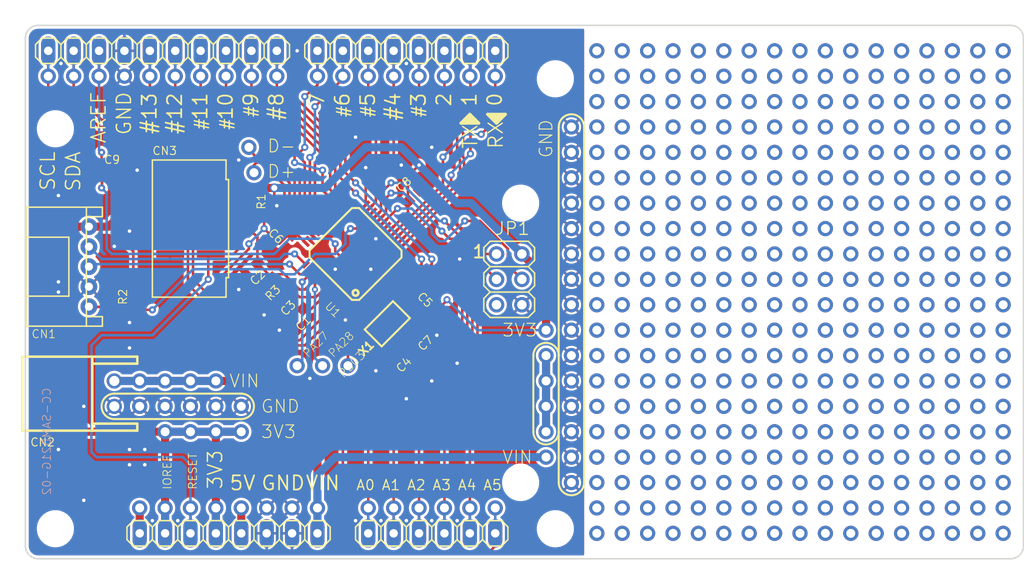
<source format=kicad_pcb>
(kicad_pcb (version 4) (host pcbnew 4.0.6)
  (layers (0 Top signal) (31 Bottom signal) (34 B.Paste user) (35 F.Paste user) (36 B.SilkS user) (37 F.SilkS user) (38 B.Mask user) (39 F.Mask user) (44 Edge.Cuts user))
  (net 0 "")
  (net 1 GND)
  (net 2 SCK)
  (net 3 +3V3)
  (net 4 MISO)
  (net 5 MOSI)
  (net 6 SS)
  (net 7 PA00_XIN32)
  (net 8 PA01_XOUT32)
  (net 9 PA02_AIN0)
  (net 10 PA03_AREFA)
  (net 11 PB08_AIN2)
  (net 12 PB09_AIN3)
  (net 13 PA04_AIN4)
  (net 14 PA05_AIN5)
  (net 15 PA09_TCC0-W1)
  (net 16 PA10_TCC0-W2)
  (net 17 PA11_TCC0-W3)
  (net 18 PA15_TCC0-W5)
  (net 19 PA20_TCC0-W6)
  (net 20 TARGET_USB_N)
  (net 21 TARGET_USB_P)
  (net 22 PA27_TX_LED)
  (net 23 PA28_USB_HOST_EN)
  (net 24 VDDCORE)
  (net 25 PB02_AIN10)
  (net 26 PB03_RX_LED)
  (net 27 RXD)
  (net 28 TXD)
  (net 29 PA21)
  (net 30 PA07)
  (net 31 SDA)
  (net 32 SCL)
  (net 33 PB10_S4_SPI_MOSI)
  (net 34 PB11_S4_SPI_SCK)
  (net 35 PB12_S4_SPI_MISO)
  (net 36 SAMD21_RESET)
  (net 37 PA13_GPIO)
  (net 38 PA08_TCC0-W0)
  (net 39 PA14_TCC0-W4)
  (net 40 PA30_SWCLK)
  (net 41 PA31_SWDIO)
  (net 42 PA06)
  (net 43 VIN)
  (net 44 N$900)
  (net 45 N$1)
  (net 46 N$2)
  (net 47 N$3)
  (net 48 N$4)
  (net 49 N$5)
  (net 50 N$6)
  (net 51 N$7)
  (net 52 N$8)
  (net 53 N$9)
  (net 54 N$10)
  (net 55 N$11)
  (net 56 N$12)
  (net 57 N$13)
  (net 58 N$14)
  (net 59 N$15)
  (net 60 N$16)
  (net 61 N$17)
  (net 62 N$18)
  (net 63 N$19)
  (net 64 N$20)
  (net 65 N$21)
  (net 66 N$22)
  (net 67 N$23)
  (net 68 N$24)
  (net 69 N$25)
  (net 70 N$26)
  (net 71 N$27)
  (net 72 N$28)
  (net 73 N$29)
  (net 74 N$30)
  (net 75 N$31)
  (net 76 N$32)
  (net 77 N$33)
  (net 78 N$34)
  (net 79 N$35)
  (net 80 N$36)
  (net 81 N$37)
  (net 82 N$38)
  (net 83 N$39)
  (net 84 N$40)
  (net 85 N$41)
  (net 86 N$42)
  (net 87 N$43)
  (net 88 N$44)
  (net 89 N$45)
  (net 90 N$46)
  (net 91 N$47)
  (net 92 N$48)
  (net 93 N$49)
  (net 94 N$50)
  (net 95 N$51)
  (net 96 N$52)
  (net 97 N$53)
  (net 98 N$54)
  (net 99 N$55)
  (net 100 N$56)
  (net 101 N$57)
  (net 102 N$58)
  (net 103 N$59)
  (net 104 N$60)
  (net 105 N$61)
  (net 106 N$62)
  (net 107 N$63)
  (net 108 N$64)
  (net 109 N$65)
  (net 110 N$66)
  (net 111 N$67)
  (net 112 N$68)
  (net 113 N$69)
  (net 114 N$70)
  (net 115 N$71)
  (net 116 N$72)
  (net 117 N$73)
  (net 118 N$74)
  (net 119 N$75)
  (net 120 N$76)
  (net 121 N$77)
  (net 122 N$78)
  (net 123 N$79)
  (net 124 N$80)
  (net 125 N$81)
  (net 126 N$82)
  (net 127 N$83)
  (net 128 N$84)
  (net 129 N$85)
  (net 130 N$86)
  (net 131 N$87)
  (net 132 N$88)
  (net 133 N$89)
  (net 134 N$90)
  (net 135 N$91)
  (net 136 N$92)
  (net 137 N$93)
  (net 138 N$94)
  (net 139 N$95)
  (net 140 N$96)
  (net 141 N$97)
  (net 142 N$98)
  (net 143 N$99)
  (net 144 N$100)
  (net 145 N$101)
  (net 146 N$102)
  (net 147 N$103)
  (net 148 N$104)
  (net 149 N$105)
  (net 150 N$106)
  (net 151 N$107)
  (net 152 N$108)
  (net 153 N$109)
  (net 154 N$110)
  (net 155 N$111)
  (net 156 N$112)
  (net 157 N$113)
  (net 158 N$114)
  (net 159 N$115)
  (net 160 N$116)
  (net 161 N$117)
  (net 162 N$118)
  (net 163 N$119)
  (net 164 N$120)
  (net 165 N$121)
  (net 166 N$122)
  (net 167 N$123)
  (net 168 N$124)
  (net 169 N$125)
  (net 170 N$126)
  (net 171 N$127)
  (net 172 N$128)
  (net 173 N$129)
  (net 174 N$130)
  (net 175 N$131)
  (net 176 N$132)
  (net 177 N$133)
  (net 178 N$134)
  (net 179 N$135)
  (net 180 N$136)
  (net 181 N$137)
  (net 182 N$138)
  (net 183 N$139)
  (net 184 N$140)
  (net 185 N$141)
  (net 186 N$142)
  (net 187 N$143)
  (net 188 N$144)
  (net 189 N$145)
  (net 190 N$146)
  (net 191 N$147)
  (net 192 N$148)
  (net 193 N$149)
  (net 194 N$150)
  (net 195 N$151)
  (net 196 N$152)
  (net 197 N$153)
  (net 198 N$154)
  (net 199 N$155)
  (net 200 N$156)
  (net 201 N$157)
  (net 202 N$158)
  (net 203 N$159)
  (net 204 N$160)
  (net 205 N$161)
  (net 206 N$162)
  (net 207 N$163)
  (net 208 N$164)
  (net 209 N$165)
  (net 210 N$166)
  (net 211 N$167)
  (net 212 N$168)
  (net 213 N$169)
  (net 214 N$170)
  (net 215 N$171)
  (net 216 N$172)
  (net 217 N$173)
  (net 218 N$174)
  (net 219 N$175)
  (net 220 N$176)
  (net 221 N$177)
  (net 222 N$178)
  (net 223 N$179)
  (net 224 N$180)
  (net 225 N$181)
  (net 226 N$182)
  (net 227 N$183)
  (net 228 N$184)
  (net 229 N$185)
  (net 230 N$186)
  (net 231 N$187)
  (net 232 N$188)
  (net 233 N$189)
  (net 234 N$190)
  (net 235 N$191)
  (net 236 N$192)
  (net 237 N$193)
  (net 238 N$194)
  (net 239 N$195)
  (net 240 N$196)
  (net 241 N$197)
  (net 242 N$198)
  (net 243 N$199)
  (net 244 N$200)
  (net 245 N$201)
  (net 246 N$202)
  (net 247 N$203)
  (net 248 N$204)
  (net 249 N$205)
  (net 250 N$206)
  (net 251 N$207)
  (net 252 N$208)
  (net 253 N$209)
  (net 254 N$210)
  (net 255 N$211)
  (net 256 N$212)
  (net 257 N$213)
  (net 258 N$214)
  (net 259 N$215)
  (net 260 N$216)
  (net 261 N$217)
  (net 262 N$218)
  (net 263 N$219)
  (net 264 N$220)
  (net 265 N$221)
  (net 266 N$222)
  (net 267 N$223)
  (net 268 N$224)
  (net 269 N$225)
  (net 270 N$226)
  (net 271 N$227)
  (net 272 N$228)
  (net 273 N$229)
  (net 274 N$230)
  (net 275 N$231)
  (net 276 N$232)
  (net 277 N$233)
  (net 278 N$234)
  (net 279 N$235)
  (net 280 N$236)
  (net 281 N$237)
  (net 282 N$238)
  (net 283 N$239)
  (net 284 N$240)
  (net 285 N$241)
  (net 286 N$242)
  (net 287 N$243)
  (net 288 N$244)
  (net 289 N$245)
  (net 290 N$246)
  (net 291 N$247)
  (net 292 N$248)
  (net 293 N$249)
  (net 294 N$250)
  (net 295 N$251)
  (net 296 N$252)
  (net 297 N$253)
  (net 298 N$254)
  (net 299 N$255)
  (net 300 N$256)
  (net 301 N$257)
  (net 302 N$258)
  (net 303 N$259)
  (net 304 N$260)
  (net 305 N$261)
  (net 306 N$262)
  (net 307 N$263)
  (net 308 N$264)
  (net 309 N$265)
  (net 310 N$266)
  (net 311 N$267)
  (net 312 N$268)
  (net 313 N$269)
  (net 314 N$270)
  (net 315 N$271)
  (net 316 N$272)
  (net 317 N$273)
  (net 318 N$274)
  (net 319 N$275)
  (net 320 N$276)
  (net 321 N$277)
  (net 322 N$278)
  (net 323 N$279)
  (net 324 N$280)
  (net 325 N$281)
  (net 326 N$282)
  (net 327 N$283)
  (net 328 N$284)
  (net 329 N$285)
  (net 330 N$286)
  (net 331 N$287)
  (net 332 N$288)
  (net 333 N$289)
  (net 334 N$290)
  (net 335 N$291)
  (net 336 N$292)
  (net 337 N$293)
  (net 338 N$294)
  (net 339 N$295)
  (net 340 N$296)
  (net 341 N$297)
  (net 342 N$298)
  (net 343 N$299)
  (net 344 N$300)
  (net 345 N$301)
  (net 346 N$302)
  (net 347 N$303)
  (net 348 N$304)
  (net 349 N$305)
  (net 350 N$306)
  (net 351 N$307)
  (net 352 N$308)
  (net 353 N$309)
  (net 354 N$310)
  (net 355 N$311)
  (net 356 N$312)
  (net 357 N$313)
  (net 358 N$314)
  (net 359 N$315)
  (net 360 N$316)
  (net 361 N$317)
  (net 362 N$318)
  (net 363 N$319)
  (net 364 N$320)
  (net 365 N$321)
  (net 366 N$322)
  (net 367 N$323)
  (net 368 N$324)
  (net 369 N$325)
  (net 370 N$326)
  (net 371 N$327)
  (net 372 N$328)
  (net 373 N$329)
  (net 374 N$330)
  (net 375 N$331)
  (net 376 N$332)
  (net 377 N$333)
  (net 378 N$334)
  (net 379 N$335)
  (net 380 N$336)
  (net 381 N$337)
  (net 382 N$338)
  (net 383 N$339)
  (net 384 N$340)
  (net 385 N$341)
  (net 386 N$342)
  (module @HOLE1 (layer Top) (at 100.33 124.46)
    (fp_text reference @HOLE1 hide)
    (fp_text value ~ hide)
    (pad "" np_thru_hole circle (at 0 0) (size 3.2 3.2) (drill 3.2) (layers *.Cu))
  )
  (module @HOLE2 (layer Top) (at 100.33 152.4)
    (fp_text reference @HOLE2 hide)
    (fp_text value ~ hide)
    (pad "" np_thru_hole circle (at 0 0) (size 3.2 3.2) (drill 3.2) (layers *.Cu))
  )
  (module @HOLE3 (layer Top) (at 53.8 117.02)
    (fp_text reference @HOLE3 hide)
    (fp_text value ~ hide)
    (pad "" np_thru_hole circle (at 0 0) (size 3.2 3.2) (drill 3.2) (layers *.Cu))
  )
  (module @HOLE4 (layer Top) (at 53.8 157.02)
    (fp_text reference @HOLE4 hide)
    (fp_text value ~ hide)
    (pad "" np_thru_hole circle (at 0 0) (size 3.2 3.2) (drill 3.2) (layers *.Cu))
  )
  (module @HOLE5 (layer Top) (at 103.8 157.02)
    (fp_text reference @HOLE5 hide)
    (fp_text value ~ hide)
    (pad "" np_thru_hole circle (at 0 0) (size 3.2 3.2) (drill 3.2) (layers *.Cu))
  )
  (module @HOLE6 (layer Top) (at 103.8 112.02)
    (fp_text reference @HOLE6 hide)
    (fp_text value ~ hide)
    (pad "" np_thru_hole circle (at 0 0) (size 3.2 3.2) (drill 3.2) (layers *.Cu))
  )
  (module @V1 (layer Top) (at 85.852 141.224)
    (fp_text reference @V1 hide)
    (fp_text value ~ hide)
    (pad "" thru_hole circle (at 0 0) (size 0.7112 0.7112) (drill 0.35) (layers *.Cu) (net 1 GND))
  )
  (module @V2 (layer Top) (at 76.2 137.16)
    (fp_text reference @V2 hide)
    (fp_text value ~ hide)
    (pad "" thru_hole circle (at 0 0) (size 0.7112 0.7112) (drill 0.35) (layers *.Cu) (net 1 GND))
  )
  (module @V3 (layer Top) (at 74.67599 135.636)
    (fp_text reference @V3 hide)
    (fp_text value ~ hide)
    (pad "" thru_hole circle (at 0 0) (size 0.7112 0.7112) (drill 0.35) (layers *.Cu) (net 1 GND))
  )
  (module @V4 (layer Top) (at 72.136 133.096)
    (fp_text reference @V4 hide)
    (fp_text value ~ hide)
    (pad "" thru_hole circle (at 0 0) (size 0.7112 0.7112) (drill 0.35) (layers *.Cu) (net 1 GND))
  )
  (module @V5 (layer Top) (at 86.36 156.21)
    (fp_text reference @V5 hide)
    (fp_text value ~ hide)
    (pad "" thru_hole circle (at 0 0) (size 0.7112 0.7112) (drill 0.35) (layers *.Cu) (net 1 GND))
  )
  (module @V6 (layer Top) (at 88.89999 156.21)
    (fp_text reference @V6 hide)
    (fp_text value ~ hide)
    (pad "" thru_hole circle (at 0 0) (size 0.7112 0.7112) (drill 0.35) (layers *.Cu) (net 1 GND))
  )
  (module @V7 (layer Top) (at 91.44 156.21)
    (fp_text reference @V7 hide)
    (fp_text value ~ hide)
    (pad "" thru_hole circle (at 0 0) (size 0.7112 0.7112) (drill 0.35) (layers *.Cu) (net 1 GND))
  )
  (module @V8 (layer Top) (at 93.98 156.21)
    (fp_text reference @V8 hide)
    (fp_text value ~ hide)
    (pad "" thru_hole circle (at 0 0) (size 0.7112 0.7112) (drill 0.35) (layers *.Cu) (net 1 GND))
  )
  (module @V9 (layer Top) (at 88.89999 144.018)
    (fp_text reference @V9 hide)
    (fp_text value ~ hide)
    (pad "" thru_hole circle (at 0 0) (size 0.7112 0.7112) (drill 0.35) (layers *.Cu) (net 1 GND))
  )
  (module @V10 (layer Top) (at 91.44 142.24)
    (fp_text reference @V10 hide)
    (fp_text value ~ hide)
    (pad "" thru_hole circle (at 0 0) (size 0.7112 0.7112) (drill 0.35) (layers *.Cu) (net 1 GND))
  )
  (module @V11 (layer Top) (at 93.98 140.462)
    (fp_text reference @V11 hide)
    (fp_text value ~ hide)
    (pad "" thru_hole circle (at 0 0) (size 0.7112 0.7112) (drill 0.35) (layers *.Cu) (net 1 GND))
  )
  (module @V12 (layer Top) (at 91.44 118.872)
    (fp_text reference @V12 hide)
    (fp_text value ~ hide)
    (pad "" thru_hole circle (at 0 0) (size 0.7112 0.7112) (drill 0.35) (layers *.Cu) (net 1 GND))
  )
  (module @V13 (layer Top) (at 84.836 120.904)
    (fp_text reference @V13 hide)
    (fp_text value ~ hide)
    (pad "" thru_hole circle (at 0 0) (size 0.7112 0.7112) (drill 0.35) (layers *.Cu) (net 1 GND))
  )
  (module @V14 (layer Top) (at 83.82 117.856)
    (fp_text reference @V14 hide)
    (fp_text value ~ hide)
    (pad "" thru_hole circle (at 0 0) (size 0.7112 0.7112) (drill 0.35) (layers *.Cu) (net 1 GND))
  )
  (module @V15 (layer Top) (at 72.136 120.142)
    (fp_text reference @V15 hide)
    (fp_text value ~ hide)
    (pad "" thru_hole circle (at 0 0) (size 0.7112 0.7112) (drill 0.35) (layers *.Cu) (net 1 GND))
  )
  (module @V16 (layer Top) (at 61.976 121.158)
    (fp_text reference @V16 hide)
    (fp_text value ~ hide)
    (pad "" thru_hole circle (at 0 0) (size 0.7112 0.7112) (drill 0.35) (layers *.Cu) (net 1 GND))
  )
  (module @V17 (layer Top) (at 63.5 156.21)
    (fp_text reference @V17 hide)
    (fp_text value ~ hide)
    (pad "" thru_hole circle (at 0 0) (size 0.7112 0.7112) (drill 0.35) (layers *.Cu) (net 1 GND))
  )
  (module @V18 (layer Top) (at 66.04 156.21)
    (fp_text reference @V18 hide)
    (fp_text value ~ hide)
    (pad "" thru_hole circle (at 0 0) (size 0.7112 0.7112) (drill 0.35) (layers *.Cu) (net 1 GND))
  )
  (module @V19 (layer Top) (at 59.69 128.778)
    (fp_text reference @V19 hide)
    (fp_text value ~ hide)
    (pad "" thru_hole circle (at 0 0) (size 0.7112 0.7112) (drill 0.35) (layers *.Cu) (net 1 GND))
  )
  (module @V20 (layer Top) (at 54.102 132.334)
    (fp_text reference @V20 hide)
    (fp_text value ~ hide)
    (pad "" thru_hole circle (at 0 0) (size 0.7112 0.7112) (drill 0.35) (layers *.Cu) (net 1 GND))
  )
  (module @V21 (layer Top) (at 54.102 133.35)
    (fp_text reference @V21 hide)
    (fp_text value ~ hide)
    (pad "" thru_hole circle (at 0 0) (size 0.7112 0.7112) (drill 0.35) (layers *.Cu) (net 1 GND))
  )
  (module @V22 (layer Top) (at 61.214 127.254)
    (fp_text reference @V22 hide)
    (fp_text value ~ hide)
    (pad "" thru_hole circle (at 0 0) (size 0.7112 0.7112) (drill 0.35) (layers *.Cu) (net 1 GND))
  )
  (module @V23 (layer Top) (at 75.946 124.714)
    (fp_text reference @V23 hide)
    (fp_text value ~ hide)
    (pad "" thru_hole circle (at 0 0) (size 0.7112 0.7112) (drill 0.35) (layers *.Cu) (net 1 GND))
  )
  (module @V24 (layer Top) (at 82.804 136.144)
    (fp_text reference @V24 hide)
    (fp_text value ~ hide)
    (pad "" thru_hole circle (at 0 0) (size 0.7112 0.7112) (drill 0.35) (layers *.Cu) (net 1 GND))
  )
  (module @V25 (layer Top) (at 83.82 156.21)
    (fp_text reference @V25 hide)
    (fp_text value ~ hide)
    (pad "" thru_hole circle (at 0 0) (size 0.7112 0.7112) (drill 0.35) (layers *.Cu) (net 1 GND))
  )
  (module @V26 (layer Top) (at 94.23399 130.048)
    (fp_text reference @V26 hide)
    (fp_text value ~ hide)
    (pad "" thru_hole circle (at 0 0) (size 0.7112 0.7112) (drill 0.35) (layers *.Cu) (net 1 GND))
  )
  (module @V27 (layer Top) (at 79.248 141.986)
    (fp_text reference @V27 hide)
    (fp_text value ~ hide)
    (pad "" thru_hole circle (at 0 0) (size 0.7112 0.7112) (drill 0.35) (layers *.Cu) (net 1 GND))
  )
  (module @V28 (layer Top) (at 61.214 136.398)
    (fp_text reference @V28 hide)
    (fp_text value ~ hide)
    (pad "" thru_hole circle (at 0 0) (size 0.7112 0.7112) (drill 0.35) (layers *.Cu) (net 1 GND))
  )
  (module @V29 (layer Top) (at 61.214 138.938)
    (fp_text reference @V29 hide)
    (fp_text value ~ hide)
    (pad "" thru_hole circle (at 0 0) (size 0.7112 0.7112) (drill 0.35) (layers *.Cu) (net 1 GND))
  )
  (module @V30 (layer Top) (at 56.642 144.78)
    (fp_text reference @V30 hide)
    (fp_text value ~ hide)
    (pad "" thru_hole circle (at 0 0) (size 0.7112 0.7112) (drill 0.35) (layers *.Cu) (net 1 GND))
  )
  (module @V31 (layer Top) (at 56.642 154.178)
    (fp_text reference @V31 hide)
    (fp_text value ~ hide)
    (pad "" thru_hole circle (at 0 0) (size 0.7112 0.7112) (drill 0.35) (layers *.Cu) (net 1 GND))
  )
  (module @V32 (layer Top) (at 61.214 150.622)
    (fp_text reference @V32 hide)
    (fp_text value ~ hide)
    (pad "" thru_hole circle (at 0 0) (size 0.7112 0.7112) (drill 0.35) (layers *.Cu) (net 1 GND))
  )
  (module @V33 (layer Top) (at 61.214 149.098)
    (fp_text reference @V33 hide)
    (fp_text value ~ hide)
    (pad "" thru_hole circle (at 0 0) (size 0.7112 0.7112) (drill 0.35) (layers *.Cu) (net 1 GND))
  )
  (module @V34 (layer Top) (at 62.738 149.098)
    (fp_text reference @V34 hide)
    (fp_text value ~ hide)
    (pad "" thru_hole circle (at 0 0) (size 0.7112 0.7112) (drill 0.35) (layers *.Cu) (net 1 GND))
  )
  (module @V35 (layer Top) (at 62.738 150.622)
    (fp_text reference @V35 hide)
    (fp_text value ~ hide)
    (pad "" thru_hole circle (at 0 0) (size 0.7112 0.7112) (drill 0.35) (layers *.Cu) (net 1 GND))
  )
  (module @V36 (layer Top) (at 54.356 110.49)
    (fp_text reference @V36 hide)
    (fp_text value ~ hide)
    (pad "" thru_hole circle (at 0 0) (size 0.7112 0.7112) (drill 0.35) (layers *.Cu) (net 1 GND))
  )
  (module @V37 (layer Top) (at 88.89999 110.49)
    (fp_text reference @V37 hide)
    (fp_text value ~ hide)
    (pad "" thru_hole circle (at 0 0) (size 0.7112 0.7112) (drill 0.35) (layers *.Cu) (net 1 GND))
  )
  (module @V38 (layer Top) (at 77.978 109.22)
    (fp_text reference @V38 hide)
    (fp_text value ~ hide)
    (pad "" thru_hole circle (at 0 0) (size 0.7112 0.7112) (drill 0.35) (layers *.Cu) (net 1 GND))
  )
  (module @V39 (layer Top) (at 88.392 120.65)
    (fp_text reference @V39 hide)
    (fp_text value ~ hide)
    (pad "" thru_hole circle (at 0 0) (size 0.7112 0.7112) (drill 0.35) (layers *.Cu) (net 1 GND))
  )
  (module @V40 (layer Top) (at 54.102 123.698)
    (fp_text reference @V40 hide)
    (fp_text value ~ hide)
    (pad "" thru_hole circle (at 0 0) (size 0.7112 0.7112) (drill 0.35) (layers *.Cu) (net 1 GND))
  )
  (module @V41 (layer Top) (at 54.102 149.098)
    (fp_text reference @V41 hide)
    (fp_text value ~ hide)
    (pad "" thru_hole circle (at 0 0) (size 0.7112 0.7112) (drill 0.35) (layers *.Cu) (net 1 GND))
  )
  (module @V42 (layer Top) (at 63.246 111.76)
    (fp_text reference @V42 hide)
    (fp_text value ~ hide)
    (pad "" thru_hole circle (at 0 0) (size 1.524 1.524) (drill 0.9) (layers *.Cu *.Mask) (net 2 SCK))
  )
  (module @V43 (layer Top) (at 102.87 137.16)
    (fp_text reference @V43 hide)
    (fp_text value ~ hide)
    (pad "" thru_hole circle (at 0 0) (size 1.524 1.524) (drill 0.9) (layers *.Cu *.Mask) (net 3 +3V3))
  )
  (module @V44 (layer Top) (at 69.85 154.94)
    (fp_text reference @V44 hide)
    (fp_text value ~ hide)
    (pad "" thru_hole circle (at 0 0) (size 1.524 1.524) (drill 0.9) (layers *.Cu *.Mask) (net 3 +3V3))
  )
  (module @V45 (layer Top) (at 64.77 147.32)
    (fp_text reference @V45 hide)
    (fp_text value ~ hide)
    (pad "" thru_hole circle (at 0 0) (size 1.524 1.524) (drill 0.9) (layers *.Cu *.Mask) (net 3 +3V3))
  )
  (module @V46 (layer Top) (at 67.31 147.32)
    (fp_text reference @V46 hide)
    (fp_text value ~ hide)
    (pad "" thru_hole circle (at 0 0) (size 1.524 1.524) (drill 0.9) (layers *.Cu *.Mask) (net 3 +3V3))
  )
  (module @V47 (layer Top) (at 69.85 147.32)
    (fp_text reference @V47 hide)
    (fp_text value ~ hide)
    (pad "" thru_hole circle (at 0 0) (size 1.524 1.524) (drill 0.9) (layers *.Cu *.Mask) (net 3 +3V3))
  )
  (module @V48 (layer Top) (at 72.39 147.32)
    (fp_text reference @V48 hide)
    (fp_text value ~ hide)
    (pad "" thru_hole circle (at 0 0) (size 1.524 1.524) (drill 0.9) (layers *.Cu *.Mask) (net 3 +3V3))
  )
  (module @V49 (layer Top) (at 64.77 154.94)
    (fp_text reference @V49 hide)
    (fp_text value ~ hide)
    (pad "" thru_hole circle (at 0 0) (size 1.524 1.524) (drill 0.9) (layers *.Cu *.Mask) (net 3 +3V3))
  )
  (module @V50 (layer Top) (at 65.786 111.76)
    (fp_text reference @V50 hide)
    (fp_text value ~ hide)
    (pad "" thru_hole circle (at 0 0) (size 1.524 1.524) (drill 0.9) (layers *.Cu *.Mask) (net 4 MISO))
  )
  (module @V51 (layer Top) (at 68.326 111.76)
    (fp_text reference @V51 hide)
    (fp_text value ~ hide)
    (pad "" thru_hole circle (at 0 0) (size 1.524 1.524) (drill 0.9) (layers *.Cu *.Mask) (net 5 MOSI))
  )
  (module @V52 (layer Top) (at 70.866 111.76)
    (fp_text reference @V52 hide)
    (fp_text value ~ hide)
    (pad "" thru_hole circle (at 0 0) (size 1.524 1.524) (drill 0.9) (layers *.Cu *.Mask) (net 6 SS))
  )
  (module @V53 (layer Top) (at 85.09 154.94)
    (fp_text reference @V53 hide)
    (fp_text value ~ hide)
    (pad "" thru_hole circle (at 0 0) (size 1.524 1.524) (drill 0.9) (layers *.Cu *.Mask) (net 9 PA02_AIN0))
  )
  (module @V54 (layer Top) (at 58.166 111.76)
    (fp_text reference @V54 hide)
    (fp_text value ~ hide)
    (pad "" thru_hole circle (at 0 0) (size 1.524 1.524) (drill 0.9) (layers *.Cu *.Mask) (net 10 PA03_AREFA))
  )
  (module @V55 (layer Top) (at 87.63 154.94)
    (fp_text reference @V55 hide)
    (fp_text value ~ hide)
    (pad "" thru_hole circle (at 0 0) (size 1.524 1.524) (drill 0.9) (layers *.Cu *.Mask) (net 11 PB08_AIN2))
  )
  (module @V56 (layer Top) (at 90.17 154.94)
    (fp_text reference @V56 hide)
    (fp_text value ~ hide)
    (pad "" thru_hole circle (at 0 0) (size 1.524 1.524) (drill 0.9) (layers *.Cu *.Mask) (net 12 PB09_AIN3))
  )
  (module @V57 (layer Top) (at 92.71 154.94)
    (fp_text reference @V57 hide)
    (fp_text value ~ hide)
    (pad "" thru_hole circle (at 0 0) (size 1.524 1.524) (drill 0.9) (layers *.Cu *.Mask) (net 13 PA04_AIN4))
  )
  (module @V58 (layer Top) (at 95.25 154.94)
    (fp_text reference @V58 hide)
    (fp_text value ~ hide)
    (pad "" thru_hole circle (at 0 0) (size 1.524 1.524) (drill 0.9) (layers *.Cu *.Mask) (net 14 PA05_AIN5))
  )
  (module @V59 (layer Top) (at 90.17 111.76)
    (fp_text reference @V59 hide)
    (fp_text value ~ hide)
    (pad "" thru_hole circle (at 0 0) (size 1.524 1.524) (drill 0.9) (layers *.Cu *.Mask) (net 15 PA09_TCC0-W1))
  )
  (module @V60 (layer Top) (at 95.25 111.76)
    (fp_text reference @V60 hide)
    (fp_text value ~ hide)
    (pad "" thru_hole circle (at 0 0) (size 1.524 1.524) (drill 0.9) (layers *.Cu *.Mask) (net 16 PA10_TCC0-W2))
  )
  (module @V61 (layer Top) (at 97.79 111.76)
    (fp_text reference @V61 hide)
    (fp_text value ~ hide)
    (pad "" thru_hole circle (at 0 0) (size 1.524 1.524) (drill 0.9) (layers *.Cu *.Mask) (net 17 PA11_TCC0-W3))
  )
  (module @V62 (layer Top) (at 85.09 111.76)
    (fp_text reference @V62 hide)
    (fp_text value ~ hide)
    (pad "" thru_hole circle (at 0 0) (size 1.524 1.524) (drill 0.9) (layers *.Cu *.Mask) (net 18 PA15_TCC0-W5))
  )
  (module @V63 (layer Top) (at 82.55 111.76)
    (fp_text reference @V63 hide)
    (fp_text value ~ hide)
    (pad "" thru_hole circle (at 0 0) (size 1.524 1.524) (drill 0.9) (layers *.Cu *.Mask) (net 19 PA20_TCC0-W6))
  )
  (module @V64 (layer Top) (at 97.79 154.94)
    (fp_text reference @V64 hide)
    (fp_text value ~ hide)
    (pad "" thru_hole circle (at 0 0) (size 1.524 1.524) (drill 0.9) (layers *.Cu *.Mask) (net 25 PB02_AIN10))
  )
  (module @V65 (layer Top) (at 80.00999 111.76)
    (fp_text reference @V65 hide)
    (fp_text value ~ hide)
    (pad "" thru_hole circle (at 0 0) (size 1.524 1.524) (drill 0.9) (layers *.Cu *.Mask) (net 29 PA21))
  )
  (module @V66 (layer Top) (at 73.406 111.76)
    (fp_text reference @V66 hide)
    (fp_text value ~ hide)
    (pad "" thru_hole circle (at 0 0) (size 1.524 1.524) (drill 0.9) (layers *.Cu *.Mask) (net 30 PA07))
  )
  (module @V67 (layer Top) (at 55.626 111.76)
    (fp_text reference @V67 hide)
    (fp_text value ~ hide)
    (pad "" thru_hole circle (at 0 0) (size 1.524 1.524) (drill 0.9) (layers *.Cu *.Mask) (net 31 SDA))
  )
  (module @V68 (layer Top) (at 53.086 111.76)
    (fp_text reference @V68 hide)
    (fp_text value ~ hide)
    (pad "" thru_hole circle (at 0 0) (size 1.524 1.524) (drill 0.9) (layers *.Cu *.Mask) (net 32 SCL))
  )
  (module @V69 (layer Top) (at 67.31 154.94)
    (fp_text reference @V69 hide)
    (fp_text value ~ hide)
    (pad "" thru_hole circle (at 0 0) (size 1.524 1.524) (drill 0.9) (layers *.Cu *.Mask) (net 36 SAMD21_RESET))
  )
  (module @V70 (layer Top) (at 92.71 111.76)
    (fp_text reference @V70 hide)
    (fp_text value ~ hide)
    (pad "" thru_hole circle (at 0 0) (size 1.524 1.524) (drill 0.9) (layers *.Cu *.Mask) (net 38 PA08_TCC0-W0))
  )
  (module @V71 (layer Top) (at 87.63 111.76)
    (fp_text reference @V71 hide)
    (fp_text value ~ hide)
    (pad "" thru_hole circle (at 0 0) (size 1.524 1.524) (drill 0.9) (layers *.Cu *.Mask) (net 39 PA14_TCC0-W4))
  )
  (module @V72 (layer Top) (at 75.946 111.76)
    (fp_text reference @V72 hide)
    (fp_text value ~ hide)
    (pad "" thru_hole circle (at 0 0) (size 1.524 1.524) (drill 0.9) (layers *.Cu *.Mask) (net 42 PA06))
  )
  (module @V73 (layer Top) (at 62.23 142.24)
    (fp_text reference @V73 hide)
    (fp_text value ~ hide)
    (pad "" thru_hole circle (at 0 0) (size 1.524 1.524) (drill 0.9) (layers *.Cu *.Mask) (net 43 VIN))
  )
  (module @V74 (layer Top) (at 64.77 142.24)
    (fp_text reference @V74 hide)
    (fp_text value ~ hide)
    (pad "" thru_hole circle (at 0 0) (size 1.524 1.524) (drill 0.9) (layers *.Cu *.Mask) (net 43 VIN))
  )
  (module @V75 (layer Top) (at 67.31 142.24)
    (fp_text reference @V75 hide)
    (fp_text value ~ hide)
    (pad "" thru_hole circle (at 0 0) (size 1.524 1.524) (drill 0.9) (layers *.Cu *.Mask) (net 43 VIN))
  )
  (module @V76 (layer Top) (at 69.85 142.24)
    (fp_text reference @V76 hide)
    (fp_text value ~ hide)
    (pad "" thru_hole circle (at 0 0) (size 1.524 1.524) (drill 0.9) (layers *.Cu *.Mask) (net 43 VIN))
  )
  (module @V77 (layer Top) (at 102.87 149.86)
    (fp_text reference @V77 hide)
    (fp_text value ~ hide)
    (pad "" thru_hole circle (at 0 0) (size 1.524 1.524) (drill 0.9) (layers *.Cu *.Mask) (net 43 VIN))
  )
  (module @V78 (layer Top) (at 80.00999 154.94)
    (fp_text reference @V78 hide)
    (fp_text value ~ hide)
    (pad "" thru_hole circle (at 0 0) (size 1.524 1.524) (drill 0.9) (layers *.Cu *.Mask) (net 43 VIN))
  )
  (module @V79 (layer Top) (at 102.87 139.7)
    (fp_text reference @V79 hide)
    (fp_text value ~ hide)
    (pad "" thru_hole circle (at 0 0) (size 1.524 1.524) (drill 0.9) (layers *.Cu *.Mask) (net 44 N$900))
  )
  (module @V80 (layer Top) (at 102.87 142.24)
    (fp_text reference @V80 hide)
    (fp_text value ~ hide)
    (pad "" thru_hole circle (at 0 0) (size 1.524 1.524) (drill 0.9) (layers *.Cu *.Mask) (net 44 N$900))
  )
  (module @V81 (layer Top) (at 102.87 144.78)
    (fp_text reference @V81 hide)
    (fp_text value ~ hide)
    (pad "" thru_hole circle (at 0 0) (size 1.524 1.524) (drill 0.9) (layers *.Cu *.Mask) (net 44 N$900))
  )
  (module @V82 (layer Top) (at 102.87 147.32)
    (fp_text reference @V82 hide)
    (fp_text value ~ hide)
    (pad "" thru_hole circle (at 0 0) (size 1.524 1.524) (drill 0.9) (layers *.Cu *.Mask) (net 44 N$900))
  )
  (module @V83 (layer Top) (at 107.95 109.22)
    (fp_text reference @V83 hide)
    (fp_text value ~ hide)
    (pad "" thru_hole circle (at 0 0) (size 1.524 1.524) (drill 0.9) (layers *.Cu *.Mask) (net 47 N$3))
  )
  (module @V84 (layer Top) (at 107.95 111.76)
    (fp_text reference @V84 hide)
    (fp_text value ~ hide)
    (pad "" thru_hole circle (at 0 0) (size 1.524 1.524) (drill 0.9) (layers *.Cu *.Mask) (net 48 N$4))
  )
  (module @V85 (layer Top) (at 107.95 114.3)
    (fp_text reference @V85 hide)
    (fp_text value ~ hide)
    (pad "" thru_hole circle (at 0 0) (size 1.524 1.524) (drill 0.9) (layers *.Cu *.Mask) (net 49 N$5))
  )
  (module @V86 (layer Top) (at 107.95 116.84)
    (fp_text reference @V86 hide)
    (fp_text value ~ hide)
    (pad "" thru_hole circle (at 0 0) (size 1.524 1.524) (drill 0.9) (layers *.Cu *.Mask) (net 50 N$6))
  )
  (module @V87 (layer Top) (at 107.95 119.38)
    (fp_text reference @V87 hide)
    (fp_text value ~ hide)
    (pad "" thru_hole circle (at 0 0) (size 1.524 1.524) (drill 0.9) (layers *.Cu *.Mask) (net 51 N$7))
  )
  (module @V88 (layer Top) (at 107.95 121.92)
    (fp_text reference @V88 hide)
    (fp_text value ~ hide)
    (pad "" thru_hole circle (at 0 0) (size 1.524 1.524) (drill 0.9) (layers *.Cu *.Mask) (net 52 N$8))
  )
  (module @V89 (layer Top) (at 107.95 124.46)
    (fp_text reference @V89 hide)
    (fp_text value ~ hide)
    (pad "" thru_hole circle (at 0 0) (size 1.524 1.524) (drill 0.9) (layers *.Cu *.Mask) (net 53 N$9))
  )
  (module @V90 (layer Top) (at 107.95 127)
    (fp_text reference @V90 hide)
    (fp_text value ~ hide)
    (pad "" thru_hole circle (at 0 0) (size 1.524 1.524) (drill 0.9) (layers *.Cu *.Mask) (net 54 N$10))
  )
  (module @V91 (layer Top) (at 107.95 129.54)
    (fp_text reference @V91 hide)
    (fp_text value ~ hide)
    (pad "" thru_hole circle (at 0 0) (size 1.524 1.524) (drill 0.9) (layers *.Cu *.Mask) (net 55 N$11))
  )
  (module @V92 (layer Top) (at 107.95 132.08)
    (fp_text reference @V92 hide)
    (fp_text value ~ hide)
    (pad "" thru_hole circle (at 0 0) (size 1.524 1.524) (drill 0.9) (layers *.Cu *.Mask) (net 56 N$12))
  )
  (module @V93 (layer Top) (at 107.95 134.62)
    (fp_text reference @V93 hide)
    (fp_text value ~ hide)
    (pad "" thru_hole circle (at 0 0) (size 1.524 1.524) (drill 0.9) (layers *.Cu *.Mask) (net 57 N$13))
  )
  (module @V94 (layer Top) (at 107.95 137.16)
    (fp_text reference @V94 hide)
    (fp_text value ~ hide)
    (pad "" thru_hole circle (at 0 0) (size 1.524 1.524) (drill 0.9) (layers *.Cu *.Mask) (net 58 N$14))
  )
  (module @V95 (layer Top) (at 107.95 139.7)
    (fp_text reference @V95 hide)
    (fp_text value ~ hide)
    (pad "" thru_hole circle (at 0 0) (size 1.524 1.524) (drill 0.9) (layers *.Cu *.Mask) (net 59 N$15))
  )
  (module @V96 (layer Top) (at 107.95 142.24)
    (fp_text reference @V96 hide)
    (fp_text value ~ hide)
    (pad "" thru_hole circle (at 0 0) (size 1.524 1.524) (drill 0.9) (layers *.Cu *.Mask) (net 60 N$16))
  )
  (module @V97 (layer Top) (at 107.95 144.78)
    (fp_text reference @V97 hide)
    (fp_text value ~ hide)
    (pad "" thru_hole circle (at 0 0) (size 1.524 1.524) (drill 0.9) (layers *.Cu *.Mask) (net 61 N$17))
  )
  (module @V98 (layer Top) (at 107.95 147.32)
    (fp_text reference @V98 hide)
    (fp_text value ~ hide)
    (pad "" thru_hole circle (at 0 0) (size 1.524 1.524) (drill 0.9) (layers *.Cu *.Mask) (net 62 N$18))
  )
  (module @V99 (layer Top) (at 107.95 149.86)
    (fp_text reference @V99 hide)
    (fp_text value ~ hide)
    (pad "" thru_hole circle (at 0 0) (size 1.524 1.524) (drill 0.9) (layers *.Cu *.Mask) (net 63 N$19))
  )
  (module @V100 (layer Top) (at 107.95 152.4)
    (fp_text reference @V100 hide)
    (fp_text value ~ hide)
    (pad "" thru_hole circle (at 0 0) (size 1.524 1.524) (drill 0.9) (layers *.Cu *.Mask) (net 64 N$20))
  )
  (module @V101 (layer Top) (at 107.95 154.94)
    (fp_text reference @V101 hide)
    (fp_text value ~ hide)
    (pad "" thru_hole circle (at 0 0) (size 1.524 1.524) (drill 0.9) (layers *.Cu *.Mask) (net 65 N$21))
  )
  (module @V102 (layer Top) (at 107.95 157.48)
    (fp_text reference @V102 hide)
    (fp_text value ~ hide)
    (pad "" thru_hole circle (at 0 0) (size 1.524 1.524) (drill 0.9) (layers *.Cu *.Mask) (net 66 N$22))
  )
  (module @V103 (layer Top) (at 110.49 109.22)
    (fp_text reference @V103 hide)
    (fp_text value ~ hide)
    (pad "" thru_hole circle (at 0 0) (size 1.524 1.524) (drill 0.9) (layers *.Cu *.Mask) (net 67 N$23))
  )
  (module @V104 (layer Top) (at 110.49 111.76)
    (fp_text reference @V104 hide)
    (fp_text value ~ hide)
    (pad "" thru_hole circle (at 0 0) (size 1.524 1.524) (drill 0.9) (layers *.Cu *.Mask) (net 68 N$24))
  )
  (module @V105 (layer Top) (at 110.49 114.3)
    (fp_text reference @V105 hide)
    (fp_text value ~ hide)
    (pad "" thru_hole circle (at 0 0) (size 1.524 1.524) (drill 0.9) (layers *.Cu *.Mask) (net 69 N$25))
  )
  (module @V106 (layer Top) (at 110.49 116.84)
    (fp_text reference @V106 hide)
    (fp_text value ~ hide)
    (pad "" thru_hole circle (at 0 0) (size 1.524 1.524) (drill 0.9) (layers *.Cu *.Mask) (net 70 N$26))
  )
  (module @V107 (layer Top) (at 110.49 119.38)
    (fp_text reference @V107 hide)
    (fp_text value ~ hide)
    (pad "" thru_hole circle (at 0 0) (size 1.524 1.524) (drill 0.9) (layers *.Cu *.Mask) (net 71 N$27))
  )
  (module @V108 (layer Top) (at 110.49 121.92)
    (fp_text reference @V108 hide)
    (fp_text value ~ hide)
    (pad "" thru_hole circle (at 0 0) (size 1.524 1.524) (drill 0.9) (layers *.Cu *.Mask) (net 72 N$28))
  )
  (module @V109 (layer Top) (at 110.49 124.46)
    (fp_text reference @V109 hide)
    (fp_text value ~ hide)
    (pad "" thru_hole circle (at 0 0) (size 1.524 1.524) (drill 0.9) (layers *.Cu *.Mask) (net 73 N$29))
  )
  (module @V110 (layer Top) (at 110.49 127)
    (fp_text reference @V110 hide)
    (fp_text value ~ hide)
    (pad "" thru_hole circle (at 0 0) (size 1.524 1.524) (drill 0.9) (layers *.Cu *.Mask) (net 74 N$30))
  )
  (module @V111 (layer Top) (at 110.49 129.54)
    (fp_text reference @V111 hide)
    (fp_text value ~ hide)
    (pad "" thru_hole circle (at 0 0) (size 1.524 1.524) (drill 0.9) (layers *.Cu *.Mask) (net 75 N$31))
  )
  (module @V112 (layer Top) (at 110.49 132.08)
    (fp_text reference @V112 hide)
    (fp_text value ~ hide)
    (pad "" thru_hole circle (at 0 0) (size 1.524 1.524) (drill 0.9) (layers *.Cu *.Mask) (net 76 N$32))
  )
  (module @V113 (layer Top) (at 110.49 134.62)
    (fp_text reference @V113 hide)
    (fp_text value ~ hide)
    (pad "" thru_hole circle (at 0 0) (size 1.524 1.524) (drill 0.9) (layers *.Cu *.Mask) (net 77 N$33))
  )
  (module @V114 (layer Top) (at 110.49 137.16)
    (fp_text reference @V114 hide)
    (fp_text value ~ hide)
    (pad "" thru_hole circle (at 0 0) (size 1.524 1.524) (drill 0.9) (layers *.Cu *.Mask) (net 78 N$34))
  )
  (module @V115 (layer Top) (at 110.49 139.7)
    (fp_text reference @V115 hide)
    (fp_text value ~ hide)
    (pad "" thru_hole circle (at 0 0) (size 1.524 1.524) (drill 0.9) (layers *.Cu *.Mask) (net 79 N$35))
  )
  (module @V116 (layer Top) (at 110.49 142.24)
    (fp_text reference @V116 hide)
    (fp_text value ~ hide)
    (pad "" thru_hole circle (at 0 0) (size 1.524 1.524) (drill 0.9) (layers *.Cu *.Mask) (net 80 N$36))
  )
  (module @V117 (layer Top) (at 110.49 144.78)
    (fp_text reference @V117 hide)
    (fp_text value ~ hide)
    (pad "" thru_hole circle (at 0 0) (size 1.524 1.524) (drill 0.9) (layers *.Cu *.Mask) (net 81 N$37))
  )
  (module @V118 (layer Top) (at 110.49 147.32)
    (fp_text reference @V118 hide)
    (fp_text value ~ hide)
    (pad "" thru_hole circle (at 0 0) (size 1.524 1.524) (drill 0.9) (layers *.Cu *.Mask) (net 82 N$38))
  )
  (module @V119 (layer Top) (at 110.49 149.86)
    (fp_text reference @V119 hide)
    (fp_text value ~ hide)
    (pad "" thru_hole circle (at 0 0) (size 1.524 1.524) (drill 0.9) (layers *.Cu *.Mask) (net 83 N$39))
  )
  (module @V120 (layer Top) (at 110.49 152.4)
    (fp_text reference @V120 hide)
    (fp_text value ~ hide)
    (pad "" thru_hole circle (at 0 0) (size 1.524 1.524) (drill 0.9) (layers *.Cu *.Mask) (net 84 N$40))
  )
  (module @V121 (layer Top) (at 110.49 154.94)
    (fp_text reference @V121 hide)
    (fp_text value ~ hide)
    (pad "" thru_hole circle (at 0 0) (size 1.524 1.524) (drill 0.9) (layers *.Cu *.Mask) (net 85 N$41))
  )
  (module @V122 (layer Top) (at 110.49 157.48)
    (fp_text reference @V122 hide)
    (fp_text value ~ hide)
    (pad "" thru_hole circle (at 0 0) (size 1.524 1.524) (drill 0.9) (layers *.Cu *.Mask) (net 86 N$42))
  )
  (module @V123 (layer Top) (at 113.03 109.22)
    (fp_text reference @V123 hide)
    (fp_text value ~ hide)
    (pad "" thru_hole circle (at 0 0) (size 1.524 1.524) (drill 0.9) (layers *.Cu *.Mask) (net 87 N$43))
  )
  (module @V124 (layer Top) (at 113.03 111.76)
    (fp_text reference @V124 hide)
    (fp_text value ~ hide)
    (pad "" thru_hole circle (at 0 0) (size 1.524 1.524) (drill 0.9) (layers *.Cu *.Mask) (net 88 N$44))
  )
  (module @V125 (layer Top) (at 113.03 114.3)
    (fp_text reference @V125 hide)
    (fp_text value ~ hide)
    (pad "" thru_hole circle (at 0 0) (size 1.524 1.524) (drill 0.9) (layers *.Cu *.Mask) (net 89 N$45))
  )
  (module @V126 (layer Top) (at 113.03 116.84)
    (fp_text reference @V126 hide)
    (fp_text value ~ hide)
    (pad "" thru_hole circle (at 0 0) (size 1.524 1.524) (drill 0.9) (layers *.Cu *.Mask) (net 90 N$46))
  )
  (module @V127 (layer Top) (at 113.03 119.38)
    (fp_text reference @V127 hide)
    (fp_text value ~ hide)
    (pad "" thru_hole circle (at 0 0) (size 1.524 1.524) (drill 0.9) (layers *.Cu *.Mask) (net 91 N$47))
  )
  (module @V128 (layer Top) (at 113.03 121.92)
    (fp_text reference @V128 hide)
    (fp_text value ~ hide)
    (pad "" thru_hole circle (at 0 0) (size 1.524 1.524) (drill 0.9) (layers *.Cu *.Mask) (net 92 N$48))
  )
  (module @V129 (layer Top) (at 113.03 124.46)
    (fp_text reference @V129 hide)
    (fp_text value ~ hide)
    (pad "" thru_hole circle (at 0 0) (size 1.524 1.524) (drill 0.9) (layers *.Cu *.Mask) (net 93 N$49))
  )
  (module @V130 (layer Top) (at 113.03 127)
    (fp_text reference @V130 hide)
    (fp_text value ~ hide)
    (pad "" thru_hole circle (at 0 0) (size 1.524 1.524) (drill 0.9) (layers *.Cu *.Mask) (net 94 N$50))
  )
  (module @V131 (layer Top) (at 113.03 129.54)
    (fp_text reference @V131 hide)
    (fp_text value ~ hide)
    (pad "" thru_hole circle (at 0 0) (size 1.524 1.524) (drill 0.9) (layers *.Cu *.Mask) (net 95 N$51))
  )
  (module @V132 (layer Top) (at 113.03 132.08)
    (fp_text reference @V132 hide)
    (fp_text value ~ hide)
    (pad "" thru_hole circle (at 0 0) (size 1.524 1.524) (drill 0.9) (layers *.Cu *.Mask) (net 96 N$52))
  )
  (module @V133 (layer Top) (at 113.03 134.62)
    (fp_text reference @V133 hide)
    (fp_text value ~ hide)
    (pad "" thru_hole circle (at 0 0) (size 1.524 1.524) (drill 0.9) (layers *.Cu *.Mask) (net 97 N$53))
  )
  (module @V134 (layer Top) (at 113.03 137.16)
    (fp_text reference @V134 hide)
    (fp_text value ~ hide)
    (pad "" thru_hole circle (at 0 0) (size 1.524 1.524) (drill 0.9) (layers *.Cu *.Mask) (net 98 N$54))
  )
  (module @V135 (layer Top) (at 113.03 139.7)
    (fp_text reference @V135 hide)
    (fp_text value ~ hide)
    (pad "" thru_hole circle (at 0 0) (size 1.524 1.524) (drill 0.9) (layers *.Cu *.Mask) (net 99 N$55))
  )
  (module @V136 (layer Top) (at 113.03 142.24)
    (fp_text reference @V136 hide)
    (fp_text value ~ hide)
    (pad "" thru_hole circle (at 0 0) (size 1.524 1.524) (drill 0.9) (layers *.Cu *.Mask) (net 100 N$56))
  )
  (module @V137 (layer Top) (at 113.03 144.78)
    (fp_text reference @V137 hide)
    (fp_text value ~ hide)
    (pad "" thru_hole circle (at 0 0) (size 1.524 1.524) (drill 0.9) (layers *.Cu *.Mask) (net 101 N$57))
  )
  (module @V138 (layer Top) (at 113.03 147.32)
    (fp_text reference @V138 hide)
    (fp_text value ~ hide)
    (pad "" thru_hole circle (at 0 0) (size 1.524 1.524) (drill 0.9) (layers *.Cu *.Mask) (net 102 N$58))
  )
  (module @V139 (layer Top) (at 113.03 149.86)
    (fp_text reference @V139 hide)
    (fp_text value ~ hide)
    (pad "" thru_hole circle (at 0 0) (size 1.524 1.524) (drill 0.9) (layers *.Cu *.Mask) (net 103 N$59))
  )
  (module @V140 (layer Top) (at 113.03 152.4)
    (fp_text reference @V140 hide)
    (fp_text value ~ hide)
    (pad "" thru_hole circle (at 0 0) (size 1.524 1.524) (drill 0.9) (layers *.Cu *.Mask) (net 104 N$60))
  )
  (module @V141 (layer Top) (at 113.03 154.94)
    (fp_text reference @V141 hide)
    (fp_text value ~ hide)
    (pad "" thru_hole circle (at 0 0) (size 1.524 1.524) (drill 0.9) (layers *.Cu *.Mask) (net 105 N$61))
  )
  (module @V142 (layer Top) (at 113.03 157.48)
    (fp_text reference @V142 hide)
    (fp_text value ~ hide)
    (pad "" thru_hole circle (at 0 0) (size 1.524 1.524) (drill 0.9) (layers *.Cu *.Mask) (net 106 N$62))
  )
  (module @V143 (layer Top) (at 115.57 109.22)
    (fp_text reference @V143 hide)
    (fp_text value ~ hide)
    (pad "" thru_hole circle (at 0 0) (size 1.524 1.524) (drill 0.9) (layers *.Cu *.Mask) (net 107 N$63))
  )
  (module @V144 (layer Top) (at 115.57 111.76)
    (fp_text reference @V144 hide)
    (fp_text value ~ hide)
    (pad "" thru_hole circle (at 0 0) (size 1.524 1.524) (drill 0.9) (layers *.Cu *.Mask) (net 108 N$64))
  )
  (module @V145 (layer Top) (at 115.57 114.3)
    (fp_text reference @V145 hide)
    (fp_text value ~ hide)
    (pad "" thru_hole circle (at 0 0) (size 1.524 1.524) (drill 0.9) (layers *.Cu *.Mask) (net 109 N$65))
  )
  (module @V146 (layer Top) (at 115.57 116.84)
    (fp_text reference @V146 hide)
    (fp_text value ~ hide)
    (pad "" thru_hole circle (at 0 0) (size 1.524 1.524) (drill 0.9) (layers *.Cu *.Mask) (net 110 N$66))
  )
  (module @V147 (layer Top) (at 115.57 119.38)
    (fp_text reference @V147 hide)
    (fp_text value ~ hide)
    (pad "" thru_hole circle (at 0 0) (size 1.524 1.524) (drill 0.9) (layers *.Cu *.Mask) (net 111 N$67))
  )
  (module @V148 (layer Top) (at 115.57 121.92)
    (fp_text reference @V148 hide)
    (fp_text value ~ hide)
    (pad "" thru_hole circle (at 0 0) (size 1.524 1.524) (drill 0.9) (layers *.Cu *.Mask) (net 112 N$68))
  )
  (module @V149 (layer Top) (at 115.57 124.46)
    (fp_text reference @V149 hide)
    (fp_text value ~ hide)
    (pad "" thru_hole circle (at 0 0) (size 1.524 1.524) (drill 0.9) (layers *.Cu *.Mask) (net 113 N$69))
  )
  (module @V150 (layer Top) (at 115.57 127)
    (fp_text reference @V150 hide)
    (fp_text value ~ hide)
    (pad "" thru_hole circle (at 0 0) (size 1.524 1.524) (drill 0.9) (layers *.Cu *.Mask) (net 114 N$70))
  )
  (module @V151 (layer Top) (at 115.57 129.54)
    (fp_text reference @V151 hide)
    (fp_text value ~ hide)
    (pad "" thru_hole circle (at 0 0) (size 1.524 1.524) (drill 0.9) (layers *.Cu *.Mask) (net 115 N$71))
  )
  (module @V152 (layer Top) (at 115.57 132.08)
    (fp_text reference @V152 hide)
    (fp_text value ~ hide)
    (pad "" thru_hole circle (at 0 0) (size 1.524 1.524) (drill 0.9) (layers *.Cu *.Mask) (net 116 N$72))
  )
  (module @V153 (layer Top) (at 115.57 134.62)
    (fp_text reference @V153 hide)
    (fp_text value ~ hide)
    (pad "" thru_hole circle (at 0 0) (size 1.524 1.524) (drill 0.9) (layers *.Cu *.Mask) (net 117 N$73))
  )
  (module @V154 (layer Top) (at 115.57 137.16)
    (fp_text reference @V154 hide)
    (fp_text value ~ hide)
    (pad "" thru_hole circle (at 0 0) (size 1.524 1.524) (drill 0.9) (layers *.Cu *.Mask) (net 118 N$74))
  )
  (module @V155 (layer Top) (at 115.57 139.7)
    (fp_text reference @V155 hide)
    (fp_text value ~ hide)
    (pad "" thru_hole circle (at 0 0) (size 1.524 1.524) (drill 0.9) (layers *.Cu *.Mask) (net 119 N$75))
  )
  (module @V156 (layer Top) (at 115.57 142.24)
    (fp_text reference @V156 hide)
    (fp_text value ~ hide)
    (pad "" thru_hole circle (at 0 0) (size 1.524 1.524) (drill 0.9) (layers *.Cu *.Mask) (net 120 N$76))
  )
  (module @V157 (layer Top) (at 115.57 144.78)
    (fp_text reference @V157 hide)
    (fp_text value ~ hide)
    (pad "" thru_hole circle (at 0 0) (size 1.524 1.524) (drill 0.9) (layers *.Cu *.Mask) (net 121 N$77))
  )
  (module @V158 (layer Top) (at 115.57 147.32)
    (fp_text reference @V158 hide)
    (fp_text value ~ hide)
    (pad "" thru_hole circle (at 0 0) (size 1.524 1.524) (drill 0.9) (layers *.Cu *.Mask) (net 122 N$78))
  )
  (module @V159 (layer Top) (at 115.57 149.86)
    (fp_text reference @V159 hide)
    (fp_text value ~ hide)
    (pad "" thru_hole circle (at 0 0) (size 1.524 1.524) (drill 0.9) (layers *.Cu *.Mask) (net 123 N$79))
  )
  (module @V160 (layer Top) (at 115.57 152.4)
    (fp_text reference @V160 hide)
    (fp_text value ~ hide)
    (pad "" thru_hole circle (at 0 0) (size 1.524 1.524) (drill 0.9) (layers *.Cu *.Mask) (net 124 N$80))
  )
  (module @V161 (layer Top) (at 115.57 154.94)
    (fp_text reference @V161 hide)
    (fp_text value ~ hide)
    (pad "" thru_hole circle (at 0 0) (size 1.524 1.524) (drill 0.9) (layers *.Cu *.Mask) (net 125 N$81))
  )
  (module @V162 (layer Top) (at 115.57 157.48)
    (fp_text reference @V162 hide)
    (fp_text value ~ hide)
    (pad "" thru_hole circle (at 0 0) (size 1.524 1.524) (drill 0.9) (layers *.Cu *.Mask) (net 126 N$82))
  )
  (module @V163 (layer Top) (at 118.11 109.22)
    (fp_text reference @V163 hide)
    (fp_text value ~ hide)
    (pad "" thru_hole circle (at 0 0) (size 1.524 1.524) (drill 0.9) (layers *.Cu *.Mask) (net 127 N$83))
  )
  (module @V164 (layer Top) (at 118.11 111.76)
    (fp_text reference @V164 hide)
    (fp_text value ~ hide)
    (pad "" thru_hole circle (at 0 0) (size 1.524 1.524) (drill 0.9) (layers *.Cu *.Mask) (net 128 N$84))
  )
  (module @V165 (layer Top) (at 118.11 114.3)
    (fp_text reference @V165 hide)
    (fp_text value ~ hide)
    (pad "" thru_hole circle (at 0 0) (size 1.524 1.524) (drill 0.9) (layers *.Cu *.Mask) (net 129 N$85))
  )
  (module @V166 (layer Top) (at 118.11 116.84)
    (fp_text reference @V166 hide)
    (fp_text value ~ hide)
    (pad "" thru_hole circle (at 0 0) (size 1.524 1.524) (drill 0.9) (layers *.Cu *.Mask) (net 130 N$86))
  )
  (module @V167 (layer Top) (at 118.11 119.38)
    (fp_text reference @V167 hide)
    (fp_text value ~ hide)
    (pad "" thru_hole circle (at 0 0) (size 1.524 1.524) (drill 0.9) (layers *.Cu *.Mask) (net 131 N$87))
  )
  (module @V168 (layer Top) (at 118.11 121.92)
    (fp_text reference @V168 hide)
    (fp_text value ~ hide)
    (pad "" thru_hole circle (at 0 0) (size 1.524 1.524) (drill 0.9) (layers *.Cu *.Mask) (net 132 N$88))
  )
  (module @V169 (layer Top) (at 118.11 124.46)
    (fp_text reference @V169 hide)
    (fp_text value ~ hide)
    (pad "" thru_hole circle (at 0 0) (size 1.524 1.524) (drill 0.9) (layers *.Cu *.Mask) (net 133 N$89))
  )
  (module @V170 (layer Top) (at 118.11 127)
    (fp_text reference @V170 hide)
    (fp_text value ~ hide)
    (pad "" thru_hole circle (at 0 0) (size 1.524 1.524) (drill 0.9) (layers *.Cu *.Mask) (net 134 N$90))
  )
  (module @V171 (layer Top) (at 118.11 129.54)
    (fp_text reference @V171 hide)
    (fp_text value ~ hide)
    (pad "" thru_hole circle (at 0 0) (size 1.524 1.524) (drill 0.9) (layers *.Cu *.Mask) (net 135 N$91))
  )
  (module @V172 (layer Top) (at 118.11 132.08)
    (fp_text reference @V172 hide)
    (fp_text value ~ hide)
    (pad "" thru_hole circle (at 0 0) (size 1.524 1.524) (drill 0.9) (layers *.Cu *.Mask) (net 136 N$92))
  )
  (module @V173 (layer Top) (at 118.11 134.62)
    (fp_text reference @V173 hide)
    (fp_text value ~ hide)
    (pad "" thru_hole circle (at 0 0) (size 1.524 1.524) (drill 0.9) (layers *.Cu *.Mask) (net 137 N$93))
  )
  (module @V174 (layer Top) (at 118.11 137.16)
    (fp_text reference @V174 hide)
    (fp_text value ~ hide)
    (pad "" thru_hole circle (at 0 0) (size 1.524 1.524) (drill 0.9) (layers *.Cu *.Mask) (net 138 N$94))
  )
  (module @V175 (layer Top) (at 118.11 139.7)
    (fp_text reference @V175 hide)
    (fp_text value ~ hide)
    (pad "" thru_hole circle (at 0 0) (size 1.524 1.524) (drill 0.9) (layers *.Cu *.Mask) (net 139 N$95))
  )
  (module @V176 (layer Top) (at 118.11 142.24)
    (fp_text reference @V176 hide)
    (fp_text value ~ hide)
    (pad "" thru_hole circle (at 0 0) (size 1.524 1.524) (drill 0.9) (layers *.Cu *.Mask) (net 140 N$96))
  )
  (module @V177 (layer Top) (at 118.11 144.78)
    (fp_text reference @V177 hide)
    (fp_text value ~ hide)
    (pad "" thru_hole circle (at 0 0) (size 1.524 1.524) (drill 0.9) (layers *.Cu *.Mask) (net 141 N$97))
  )
  (module @V178 (layer Top) (at 118.11 147.32)
    (fp_text reference @V178 hide)
    (fp_text value ~ hide)
    (pad "" thru_hole circle (at 0 0) (size 1.524 1.524) (drill 0.9) (layers *.Cu *.Mask) (net 142 N$98))
  )
  (module @V179 (layer Top) (at 118.11 149.86)
    (fp_text reference @V179 hide)
    (fp_text value ~ hide)
    (pad "" thru_hole circle (at 0 0) (size 1.524 1.524) (drill 0.9) (layers *.Cu *.Mask) (net 143 N$99))
  )
  (module @V180 (layer Top) (at 118.11 152.4)
    (fp_text reference @V180 hide)
    (fp_text value ~ hide)
    (pad "" thru_hole circle (at 0 0) (size 1.524 1.524) (drill 0.9) (layers *.Cu *.Mask) (net 144 N$100))
  )
  (module @V181 (layer Top) (at 118.11 154.94)
    (fp_text reference @V181 hide)
    (fp_text value ~ hide)
    (pad "" thru_hole circle (at 0 0) (size 1.524 1.524) (drill 0.9) (layers *.Cu *.Mask) (net 145 N$101))
  )
  (module @V182 (layer Top) (at 118.11 157.48)
    (fp_text reference @V182 hide)
    (fp_text value ~ hide)
    (pad "" thru_hole circle (at 0 0) (size 1.524 1.524) (drill 0.9) (layers *.Cu *.Mask) (net 146 N$102))
  )
  (module @V183 (layer Top) (at 120.65 109.22)
    (fp_text reference @V183 hide)
    (fp_text value ~ hide)
    (pad "" thru_hole circle (at 0 0) (size 1.524 1.524) (drill 0.9) (layers *.Cu *.Mask) (net 147 N$103))
  )
  (module @V184 (layer Top) (at 120.65 111.76)
    (fp_text reference @V184 hide)
    (fp_text value ~ hide)
    (pad "" thru_hole circle (at 0 0) (size 1.524 1.524) (drill 0.9) (layers *.Cu *.Mask) (net 148 N$104))
  )
  (module @V185 (layer Top) (at 120.65 114.3)
    (fp_text reference @V185 hide)
    (fp_text value ~ hide)
    (pad "" thru_hole circle (at 0 0) (size 1.524 1.524) (drill 0.9) (layers *.Cu *.Mask) (net 149 N$105))
  )
  (module @V186 (layer Top) (at 120.65 116.84)
    (fp_text reference @V186 hide)
    (fp_text value ~ hide)
    (pad "" thru_hole circle (at 0 0) (size 1.524 1.524) (drill 0.9) (layers *.Cu *.Mask) (net 150 N$106))
  )
  (module @V187 (layer Top) (at 120.65 119.38)
    (fp_text reference @V187 hide)
    (fp_text value ~ hide)
    (pad "" thru_hole circle (at 0 0) (size 1.524 1.524) (drill 0.9) (layers *.Cu *.Mask) (net 151 N$107))
  )
  (module @V188 (layer Top) (at 120.65 121.92)
    (fp_text reference @V188 hide)
    (fp_text value ~ hide)
    (pad "" thru_hole circle (at 0 0) (size 1.524 1.524) (drill 0.9) (layers *.Cu *.Mask) (net 152 N$108))
  )
  (module @V189 (layer Top) (at 120.65 124.46)
    (fp_text reference @V189 hide)
    (fp_text value ~ hide)
    (pad "" thru_hole circle (at 0 0) (size 1.524 1.524) (drill 0.9) (layers *.Cu *.Mask) (net 153 N$109))
  )
  (module @V190 (layer Top) (at 120.65 127)
    (fp_text reference @V190 hide)
    (fp_text value ~ hide)
    (pad "" thru_hole circle (at 0 0) (size 1.524 1.524) (drill 0.9) (layers *.Cu *.Mask) (net 154 N$110))
  )
  (module @V191 (layer Top) (at 120.65 129.54)
    (fp_text reference @V191 hide)
    (fp_text value ~ hide)
    (pad "" thru_hole circle (at 0 0) (size 1.524 1.524) (drill 0.9) (layers *.Cu *.Mask) (net 155 N$111))
  )
  (module @V192 (layer Top) (at 120.65 132.08)
    (fp_text reference @V192 hide)
    (fp_text value ~ hide)
    (pad "" thru_hole circle (at 0 0) (size 1.524 1.524) (drill 0.9) (layers *.Cu *.Mask) (net 156 N$112))
  )
  (module @V193 (layer Top) (at 120.65 134.62)
    (fp_text reference @V193 hide)
    (fp_text value ~ hide)
    (pad "" thru_hole circle (at 0 0) (size 1.524 1.524) (drill 0.9) (layers *.Cu *.Mask) (net 157 N$113))
  )
  (module @V194 (layer Top) (at 120.65 137.16)
    (fp_text reference @V194 hide)
    (fp_text value ~ hide)
    (pad "" thru_hole circle (at 0 0) (size 1.524 1.524) (drill 0.9) (layers *.Cu *.Mask) (net 158 N$114))
  )
  (module @V195 (layer Top) (at 120.65 139.7)
    (fp_text reference @V195 hide)
    (fp_text value ~ hide)
    (pad "" thru_hole circle (at 0 0) (size 1.524 1.524) (drill 0.9) (layers *.Cu *.Mask) (net 159 N$115))
  )
  (module @V196 (layer Top) (at 120.65 142.24)
    (fp_text reference @V196 hide)
    (fp_text value ~ hide)
    (pad "" thru_hole circle (at 0 0) (size 1.524 1.524) (drill 0.9) (layers *.Cu *.Mask) (net 160 N$116))
  )
  (module @V197 (layer Top) (at 120.65 144.78)
    (fp_text reference @V197 hide)
    (fp_text value ~ hide)
    (pad "" thru_hole circle (at 0 0) (size 1.524 1.524) (drill 0.9) (layers *.Cu *.Mask) (net 161 N$117))
  )
  (module @V198 (layer Top) (at 120.65 147.32)
    (fp_text reference @V198 hide)
    (fp_text value ~ hide)
    (pad "" thru_hole circle (at 0 0) (size 1.524 1.524) (drill 0.9) (layers *.Cu *.Mask) (net 162 N$118))
  )
  (module @V199 (layer Top) (at 120.65 149.86)
    (fp_text reference @V199 hide)
    (fp_text value ~ hide)
    (pad "" thru_hole circle (at 0 0) (size 1.524 1.524) (drill 0.9) (layers *.Cu *.Mask) (net 163 N$119))
  )
  (module @V200 (layer Top) (at 120.65 152.4)
    (fp_text reference @V200 hide)
    (fp_text value ~ hide)
    (pad "" thru_hole circle (at 0 0) (size 1.524 1.524) (drill 0.9) (layers *.Cu *.Mask) (net 164 N$120))
  )
  (module @V201 (layer Top) (at 120.65 154.94)
    (fp_text reference @V201 hide)
    (fp_text value ~ hide)
    (pad "" thru_hole circle (at 0 0) (size 1.524 1.524) (drill 0.9) (layers *.Cu *.Mask) (net 165 N$121))
  )
  (module @V202 (layer Top) (at 120.65 157.48)
    (fp_text reference @V202 hide)
    (fp_text value ~ hide)
    (pad "" thru_hole circle (at 0 0) (size 1.524 1.524) (drill 0.9) (layers *.Cu *.Mask) (net 166 N$122))
  )
  (module @V203 (layer Top) (at 123.19 109.22)
    (fp_text reference @V203 hide)
    (fp_text value ~ hide)
    (pad "" thru_hole circle (at 0 0) (size 1.524 1.524) (drill 0.9) (layers *.Cu *.Mask) (net 167 N$123))
  )
  (module @V204 (layer Top) (at 123.19 111.76)
    (fp_text reference @V204 hide)
    (fp_text value ~ hide)
    (pad "" thru_hole circle (at 0 0) (size 1.524 1.524) (drill 0.9) (layers *.Cu *.Mask) (net 168 N$124))
  )
  (module @V205 (layer Top) (at 123.19 114.3)
    (fp_text reference @V205 hide)
    (fp_text value ~ hide)
    (pad "" thru_hole circle (at 0 0) (size 1.524 1.524) (drill 0.9) (layers *.Cu *.Mask) (net 169 N$125))
  )
  (module @V206 (layer Top) (at 123.19 116.84)
    (fp_text reference @V206 hide)
    (fp_text value ~ hide)
    (pad "" thru_hole circle (at 0 0) (size 1.524 1.524) (drill 0.9) (layers *.Cu *.Mask) (net 170 N$126))
  )
  (module @V207 (layer Top) (at 123.19 119.38)
    (fp_text reference @V207 hide)
    (fp_text value ~ hide)
    (pad "" thru_hole circle (at 0 0) (size 1.524 1.524) (drill 0.9) (layers *.Cu *.Mask) (net 171 N$127))
  )
  (module @V208 (layer Top) (at 123.19 121.92)
    (fp_text reference @V208 hide)
    (fp_text value ~ hide)
    (pad "" thru_hole circle (at 0 0) (size 1.524 1.524) (drill 0.9) (layers *.Cu *.Mask) (net 172 N$128))
  )
  (module @V209 (layer Top) (at 123.19 124.46)
    (fp_text reference @V209 hide)
    (fp_text value ~ hide)
    (pad "" thru_hole circle (at 0 0) (size 1.524 1.524) (drill 0.9) (layers *.Cu *.Mask) (net 173 N$129))
  )
  (module @V210 (layer Top) (at 123.19 127)
    (fp_text reference @V210 hide)
    (fp_text value ~ hide)
    (pad "" thru_hole circle (at 0 0) (size 1.524 1.524) (drill 0.9) (layers *.Cu *.Mask) (net 174 N$130))
  )
  (module @V211 (layer Top) (at 123.19 129.54)
    (fp_text reference @V211 hide)
    (fp_text value ~ hide)
    (pad "" thru_hole circle (at 0 0) (size 1.524 1.524) (drill 0.9) (layers *.Cu *.Mask) (net 175 N$131))
  )
  (module @V212 (layer Top) (at 123.19 132.08)
    (fp_text reference @V212 hide)
    (fp_text value ~ hide)
    (pad "" thru_hole circle (at 0 0) (size 1.524 1.524) (drill 0.9) (layers *.Cu *.Mask) (net 176 N$132))
  )
  (module @V213 (layer Top) (at 123.19 134.62)
    (fp_text reference @V213 hide)
    (fp_text value ~ hide)
    (pad "" thru_hole circle (at 0 0) (size 1.524 1.524) (drill 0.9) (layers *.Cu *.Mask) (net 177 N$133))
  )
  (module @V214 (layer Top) (at 123.19 137.16)
    (fp_text reference @V214 hide)
    (fp_text value ~ hide)
    (pad "" thru_hole circle (at 0 0) (size 1.524 1.524) (drill 0.9) (layers *.Cu *.Mask) (net 178 N$134))
  )
  (module @V215 (layer Top) (at 123.19 139.7)
    (fp_text reference @V215 hide)
    (fp_text value ~ hide)
    (pad "" thru_hole circle (at 0 0) (size 1.524 1.524) (drill 0.9) (layers *.Cu *.Mask) (net 179 N$135))
  )
  (module @V216 (layer Top) (at 123.19 142.24)
    (fp_text reference @V216 hide)
    (fp_text value ~ hide)
    (pad "" thru_hole circle (at 0 0) (size 1.524 1.524) (drill 0.9) (layers *.Cu *.Mask) (net 180 N$136))
  )
  (module @V217 (layer Top) (at 123.19 144.78)
    (fp_text reference @V217 hide)
    (fp_text value ~ hide)
    (pad "" thru_hole circle (at 0 0) (size 1.524 1.524) (drill 0.9) (layers *.Cu *.Mask) (net 181 N$137))
  )
  (module @V218 (layer Top) (at 123.19 147.32)
    (fp_text reference @V218 hide)
    (fp_text value ~ hide)
    (pad "" thru_hole circle (at 0 0) (size 1.524 1.524) (drill 0.9) (layers *.Cu *.Mask) (net 182 N$138))
  )
  (module @V219 (layer Top) (at 123.19 149.86)
    (fp_text reference @V219 hide)
    (fp_text value ~ hide)
    (pad "" thru_hole circle (at 0 0) (size 1.524 1.524) (drill 0.9) (layers *.Cu *.Mask) (net 183 N$139))
  )
  (module @V220 (layer Top) (at 123.19 152.4)
    (fp_text reference @V220 hide)
    (fp_text value ~ hide)
    (pad "" thru_hole circle (at 0 0) (size 1.524 1.524) (drill 0.9) (layers *.Cu *.Mask) (net 184 N$140))
  )
  (module @V221 (layer Top) (at 123.19 154.94)
    (fp_text reference @V221 hide)
    (fp_text value ~ hide)
    (pad "" thru_hole circle (at 0 0) (size 1.524 1.524) (drill 0.9) (layers *.Cu *.Mask) (net 185 N$141))
  )
  (module @V222 (layer Top) (at 123.19 157.48)
    (fp_text reference @V222 hide)
    (fp_text value ~ hide)
    (pad "" thru_hole circle (at 0 0) (size 1.524 1.524) (drill 0.9) (layers *.Cu *.Mask) (net 186 N$142))
  )
  (module @V223 (layer Top) (at 125.73 109.22)
    (fp_text reference @V223 hide)
    (fp_text value ~ hide)
    (pad "" thru_hole circle (at 0 0) (size 1.524 1.524) (drill 0.9) (layers *.Cu *.Mask) (net 187 N$143))
  )
  (module @V224 (layer Top) (at 125.73 111.76)
    (fp_text reference @V224 hide)
    (fp_text value ~ hide)
    (pad "" thru_hole circle (at 0 0) (size 1.524 1.524) (drill 0.9) (layers *.Cu *.Mask) (net 188 N$144))
  )
  (module @V225 (layer Top) (at 125.73 114.3)
    (fp_text reference @V225 hide)
    (fp_text value ~ hide)
    (pad "" thru_hole circle (at 0 0) (size 1.524 1.524) (drill 0.9) (layers *.Cu *.Mask) (net 189 N$145))
  )
  (module @V226 (layer Top) (at 125.73 116.84)
    (fp_text reference @V226 hide)
    (fp_text value ~ hide)
    (pad "" thru_hole circle (at 0 0) (size 1.524 1.524) (drill 0.9) (layers *.Cu *.Mask) (net 190 N$146))
  )
  (module @V227 (layer Top) (at 125.73 119.38)
    (fp_text reference @V227 hide)
    (fp_text value ~ hide)
    (pad "" thru_hole circle (at 0 0) (size 1.524 1.524) (drill 0.9) (layers *.Cu *.Mask) (net 191 N$147))
  )
  (module @V228 (layer Top) (at 125.73 121.92)
    (fp_text reference @V228 hide)
    (fp_text value ~ hide)
    (pad "" thru_hole circle (at 0 0) (size 1.524 1.524) (drill 0.9) (layers *.Cu *.Mask) (net 192 N$148))
  )
  (module @V229 (layer Top) (at 125.73 124.46)
    (fp_text reference @V229 hide)
    (fp_text value ~ hide)
    (pad "" thru_hole circle (at 0 0) (size 1.524 1.524) (drill 0.9) (layers *.Cu *.Mask) (net 193 N$149))
  )
  (module @V230 (layer Top) (at 125.73 127)
    (fp_text reference @V230 hide)
    (fp_text value ~ hide)
    (pad "" thru_hole circle (at 0 0) (size 1.524 1.524) (drill 0.9) (layers *.Cu *.Mask) (net 194 N$150))
  )
  (module @V231 (layer Top) (at 125.73 129.54)
    (fp_text reference @V231 hide)
    (fp_text value ~ hide)
    (pad "" thru_hole circle (at 0 0) (size 1.524 1.524) (drill 0.9) (layers *.Cu *.Mask) (net 195 N$151))
  )
  (module @V232 (layer Top) (at 125.73 132.08)
    (fp_text reference @V232 hide)
    (fp_text value ~ hide)
    (pad "" thru_hole circle (at 0 0) (size 1.524 1.524) (drill 0.9) (layers *.Cu *.Mask) (net 196 N$152))
  )
  (module @V233 (layer Top) (at 125.73 134.62)
    (fp_text reference @V233 hide)
    (fp_text value ~ hide)
    (pad "" thru_hole circle (at 0 0) (size 1.524 1.524) (drill 0.9) (layers *.Cu *.Mask) (net 197 N$153))
  )
  (module @V234 (layer Top) (at 125.73 137.16)
    (fp_text reference @V234 hide)
    (fp_text value ~ hide)
    (pad "" thru_hole circle (at 0 0) (size 1.524 1.524) (drill 0.9) (layers *.Cu *.Mask) (net 198 N$154))
  )
  (module @V235 (layer Top) (at 125.73 139.7)
    (fp_text reference @V235 hide)
    (fp_text value ~ hide)
    (pad "" thru_hole circle (at 0 0) (size 1.524 1.524) (drill 0.9) (layers *.Cu *.Mask) (net 199 N$155))
  )
  (module @V236 (layer Top) (at 125.73 142.24)
    (fp_text reference @V236 hide)
    (fp_text value ~ hide)
    (pad "" thru_hole circle (at 0 0) (size 1.524 1.524) (drill 0.9) (layers *.Cu *.Mask) (net 200 N$156))
  )
  (module @V237 (layer Top) (at 125.73 144.78)
    (fp_text reference @V237 hide)
    (fp_text value ~ hide)
    (pad "" thru_hole circle (at 0 0) (size 1.524 1.524) (drill 0.9) (layers *.Cu *.Mask) (net 201 N$157))
  )
  (module @V238 (layer Top) (at 125.73 147.32)
    (fp_text reference @V238 hide)
    (fp_text value ~ hide)
    (pad "" thru_hole circle (at 0 0) (size 1.524 1.524) (drill 0.9) (layers *.Cu *.Mask) (net 202 N$158))
  )
  (module @V239 (layer Top) (at 125.73 149.86)
    (fp_text reference @V239 hide)
    (fp_text value ~ hide)
    (pad "" thru_hole circle (at 0 0) (size 1.524 1.524) (drill 0.9) (layers *.Cu *.Mask) (net 203 N$159))
  )
  (module @V240 (layer Top) (at 125.73 152.4)
    (fp_text reference @V240 hide)
    (fp_text value ~ hide)
    (pad "" thru_hole circle (at 0 0) (size 1.524 1.524) (drill 0.9) (layers *.Cu *.Mask) (net 204 N$160))
  )
  (module @V241 (layer Top) (at 125.73 154.94)
    (fp_text reference @V241 hide)
    (fp_text value ~ hide)
    (pad "" thru_hole circle (at 0 0) (size 1.524 1.524) (drill 0.9) (layers *.Cu *.Mask) (net 205 N$161))
  )
  (module @V242 (layer Top) (at 125.73 157.48)
    (fp_text reference @V242 hide)
    (fp_text value ~ hide)
    (pad "" thru_hole circle (at 0 0) (size 1.524 1.524) (drill 0.9) (layers *.Cu *.Mask) (net 206 N$162))
  )
  (module @V243 (layer Top) (at 128.27 109.22)
    (fp_text reference @V243 hide)
    (fp_text value ~ hide)
    (pad "" thru_hole circle (at 0 0) (size 1.524 1.524) (drill 0.9) (layers *.Cu *.Mask) (net 207 N$163))
  )
  (module @V244 (layer Top) (at 128.27 111.76)
    (fp_text reference @V244 hide)
    (fp_text value ~ hide)
    (pad "" thru_hole circle (at 0 0) (size 1.524 1.524) (drill 0.9) (layers *.Cu *.Mask) (net 208 N$164))
  )
  (module @V245 (layer Top) (at 128.27 114.3)
    (fp_text reference @V245 hide)
    (fp_text value ~ hide)
    (pad "" thru_hole circle (at 0 0) (size 1.524 1.524) (drill 0.9) (layers *.Cu *.Mask) (net 209 N$165))
  )
  (module @V246 (layer Top) (at 128.27 116.84)
    (fp_text reference @V246 hide)
    (fp_text value ~ hide)
    (pad "" thru_hole circle (at 0 0) (size 1.524 1.524) (drill 0.9) (layers *.Cu *.Mask) (net 210 N$166))
  )
  (module @V247 (layer Top) (at 128.27 119.38)
    (fp_text reference @V247 hide)
    (fp_text value ~ hide)
    (pad "" thru_hole circle (at 0 0) (size 1.524 1.524) (drill 0.9) (layers *.Cu *.Mask) (net 211 N$167))
  )
  (module @V248 (layer Top) (at 128.27 121.92)
    (fp_text reference @V248 hide)
    (fp_text value ~ hide)
    (pad "" thru_hole circle (at 0 0) (size 1.524 1.524) (drill 0.9) (layers *.Cu *.Mask) (net 212 N$168))
  )
  (module @V249 (layer Top) (at 128.27 124.46)
    (fp_text reference @V249 hide)
    (fp_text value ~ hide)
    (pad "" thru_hole circle (at 0 0) (size 1.524 1.524) (drill 0.9) (layers *.Cu *.Mask) (net 213 N$169))
  )
  (module @V250 (layer Top) (at 128.27 127)
    (fp_text reference @V250 hide)
    (fp_text value ~ hide)
    (pad "" thru_hole circle (at 0 0) (size 1.524 1.524) (drill 0.9) (layers *.Cu *.Mask) (net 214 N$170))
  )
  (module @V251 (layer Top) (at 128.27 129.54)
    (fp_text reference @V251 hide)
    (fp_text value ~ hide)
    (pad "" thru_hole circle (at 0 0) (size 1.524 1.524) (drill 0.9) (layers *.Cu *.Mask) (net 215 N$171))
  )
  (module @V252 (layer Top) (at 128.27 132.08)
    (fp_text reference @V252 hide)
    (fp_text value ~ hide)
    (pad "" thru_hole circle (at 0 0) (size 1.524 1.524) (drill 0.9) (layers *.Cu *.Mask) (net 216 N$172))
  )
  (module @V253 (layer Top) (at 128.27 134.62)
    (fp_text reference @V253 hide)
    (fp_text value ~ hide)
    (pad "" thru_hole circle (at 0 0) (size 1.524 1.524) (drill 0.9) (layers *.Cu *.Mask) (net 217 N$173))
  )
  (module @V254 (layer Top) (at 128.27 137.16)
    (fp_text reference @V254 hide)
    (fp_text value ~ hide)
    (pad "" thru_hole circle (at 0 0) (size 1.524 1.524) (drill 0.9) (layers *.Cu *.Mask) (net 218 N$174))
  )
  (module @V255 (layer Top) (at 128.27 139.7)
    (fp_text reference @V255 hide)
    (fp_text value ~ hide)
    (pad "" thru_hole circle (at 0 0) (size 1.524 1.524) (drill 0.9) (layers *.Cu *.Mask) (net 219 N$175))
  )
  (module @V256 (layer Top) (at 128.27 142.24)
    (fp_text reference @V256 hide)
    (fp_text value ~ hide)
    (pad "" thru_hole circle (at 0 0) (size 1.524 1.524) (drill 0.9) (layers *.Cu *.Mask) (net 220 N$176))
  )
  (module @V257 (layer Top) (at 128.27 144.78)
    (fp_text reference @V257 hide)
    (fp_text value ~ hide)
    (pad "" thru_hole circle (at 0 0) (size 1.524 1.524) (drill 0.9) (layers *.Cu *.Mask) (net 221 N$177))
  )
  (module @V258 (layer Top) (at 128.27 147.32)
    (fp_text reference @V258 hide)
    (fp_text value ~ hide)
    (pad "" thru_hole circle (at 0 0) (size 1.524 1.524) (drill 0.9) (layers *.Cu *.Mask) (net 222 N$178))
  )
  (module @V259 (layer Top) (at 128.27 149.86)
    (fp_text reference @V259 hide)
    (fp_text value ~ hide)
    (pad "" thru_hole circle (at 0 0) (size 1.524 1.524) (drill 0.9) (layers *.Cu *.Mask) (net 223 N$179))
  )
  (module @V260 (layer Top) (at 128.27 152.4)
    (fp_text reference @V260 hide)
    (fp_text value ~ hide)
    (pad "" thru_hole circle (at 0 0) (size 1.524 1.524) (drill 0.9) (layers *.Cu *.Mask) (net 224 N$180))
  )
  (module @V261 (layer Top) (at 128.27 154.94)
    (fp_text reference @V261 hide)
    (fp_text value ~ hide)
    (pad "" thru_hole circle (at 0 0) (size 1.524 1.524) (drill 0.9) (layers *.Cu *.Mask) (net 225 N$181))
  )
  (module @V262 (layer Top) (at 128.27 157.48)
    (fp_text reference @V262 hide)
    (fp_text value ~ hide)
    (pad "" thru_hole circle (at 0 0) (size 1.524 1.524) (drill 0.9) (layers *.Cu *.Mask) (net 226 N$182))
  )
  (module @V263 (layer Top) (at 130.81 109.22)
    (fp_text reference @V263 hide)
    (fp_text value ~ hide)
    (pad "" thru_hole circle (at 0 0) (size 1.524 1.524) (drill 0.9) (layers *.Cu *.Mask) (net 227 N$183))
  )
  (module @V264 (layer Top) (at 130.81 111.76)
    (fp_text reference @V264 hide)
    (fp_text value ~ hide)
    (pad "" thru_hole circle (at 0 0) (size 1.524 1.524) (drill 0.9) (layers *.Cu *.Mask) (net 228 N$184))
  )
  (module @V265 (layer Top) (at 130.81 114.3)
    (fp_text reference @V265 hide)
    (fp_text value ~ hide)
    (pad "" thru_hole circle (at 0 0) (size 1.524 1.524) (drill 0.9) (layers *.Cu *.Mask) (net 229 N$185))
  )
  (module @V266 (layer Top) (at 130.81 116.84)
    (fp_text reference @V266 hide)
    (fp_text value ~ hide)
    (pad "" thru_hole circle (at 0 0) (size 1.524 1.524) (drill 0.9) (layers *.Cu *.Mask) (net 230 N$186))
  )
  (module @V267 (layer Top) (at 130.81 119.38)
    (fp_text reference @V267 hide)
    (fp_text value ~ hide)
    (pad "" thru_hole circle (at 0 0) (size 1.524 1.524) (drill 0.9) (layers *.Cu *.Mask) (net 231 N$187))
  )
  (module @V268 (layer Top) (at 130.81 121.92)
    (fp_text reference @V268 hide)
    (fp_text value ~ hide)
    (pad "" thru_hole circle (at 0 0) (size 1.524 1.524) (drill 0.9) (layers *.Cu *.Mask) (net 232 N$188))
  )
  (module @V269 (layer Top) (at 130.81 124.46)
    (fp_text reference @V269 hide)
    (fp_text value ~ hide)
    (pad "" thru_hole circle (at 0 0) (size 1.524 1.524) (drill 0.9) (layers *.Cu *.Mask) (net 233 N$189))
  )
  (module @V270 (layer Top) (at 130.81 127)
    (fp_text reference @V270 hide)
    (fp_text value ~ hide)
    (pad "" thru_hole circle (at 0 0) (size 1.524 1.524) (drill 0.9) (layers *.Cu *.Mask) (net 234 N$190))
  )
  (module @V271 (layer Top) (at 130.81 129.54)
    (fp_text reference @V271 hide)
    (fp_text value ~ hide)
    (pad "" thru_hole circle (at 0 0) (size 1.524 1.524) (drill 0.9) (layers *.Cu *.Mask) (net 235 N$191))
  )
  (module @V272 (layer Top) (at 130.81 132.08)
    (fp_text reference @V272 hide)
    (fp_text value ~ hide)
    (pad "" thru_hole circle (at 0 0) (size 1.524 1.524) (drill 0.9) (layers *.Cu *.Mask) (net 236 N$192))
  )
  (module @V273 (layer Top) (at 130.81 134.62)
    (fp_text reference @V273 hide)
    (fp_text value ~ hide)
    (pad "" thru_hole circle (at 0 0) (size 1.524 1.524) (drill 0.9) (layers *.Cu *.Mask) (net 237 N$193))
  )
  (module @V274 (layer Top) (at 130.81 137.16)
    (fp_text reference @V274 hide)
    (fp_text value ~ hide)
    (pad "" thru_hole circle (at 0 0) (size 1.524 1.524) (drill 0.9) (layers *.Cu *.Mask) (net 238 N$194))
  )
  (module @V275 (layer Top) (at 130.81 139.7)
    (fp_text reference @V275 hide)
    (fp_text value ~ hide)
    (pad "" thru_hole circle (at 0 0) (size 1.524 1.524) (drill 0.9) (layers *.Cu *.Mask) (net 239 N$195))
  )
  (module @V276 (layer Top) (at 130.81 142.24)
    (fp_text reference @V276 hide)
    (fp_text value ~ hide)
    (pad "" thru_hole circle (at 0 0) (size 1.524 1.524) (drill 0.9) (layers *.Cu *.Mask) (net 240 N$196))
  )
  (module @V277 (layer Top) (at 130.81 144.78)
    (fp_text reference @V277 hide)
    (fp_text value ~ hide)
    (pad "" thru_hole circle (at 0 0) (size 1.524 1.524) (drill 0.9) (layers *.Cu *.Mask) (net 241 N$197))
  )
  (module @V278 (layer Top) (at 130.81 147.32)
    (fp_text reference @V278 hide)
    (fp_text value ~ hide)
    (pad "" thru_hole circle (at 0 0) (size 1.524 1.524) (drill 0.9) (layers *.Cu *.Mask) (net 242 N$198))
  )
  (module @V279 (layer Top) (at 130.81 149.86)
    (fp_text reference @V279 hide)
    (fp_text value ~ hide)
    (pad "" thru_hole circle (at 0 0) (size 1.524 1.524) (drill 0.9) (layers *.Cu *.Mask) (net 243 N$199))
  )
  (module @V280 (layer Top) (at 130.81 152.4)
    (fp_text reference @V280 hide)
    (fp_text value ~ hide)
    (pad "" thru_hole circle (at 0 0) (size 1.524 1.524) (drill 0.9) (layers *.Cu *.Mask) (net 244 N$200))
  )
  (module @V281 (layer Top) (at 130.81 154.94)
    (fp_text reference @V281 hide)
    (fp_text value ~ hide)
    (pad "" thru_hole circle (at 0 0) (size 1.524 1.524) (drill 0.9) (layers *.Cu *.Mask) (net 245 N$201))
  )
  (module @V282 (layer Top) (at 130.81 157.48)
    (fp_text reference @V282 hide)
    (fp_text value ~ hide)
    (pad "" thru_hole circle (at 0 0) (size 1.524 1.524) (drill 0.9) (layers *.Cu *.Mask) (net 246 N$202))
  )
  (module @V283 (layer Top) (at 133.35 109.22)
    (fp_text reference @V283 hide)
    (fp_text value ~ hide)
    (pad "" thru_hole circle (at 0 0) (size 1.524 1.524) (drill 0.9) (layers *.Cu *.Mask) (net 247 N$203))
  )
  (module @V284 (layer Top) (at 133.35 111.76)
    (fp_text reference @V284 hide)
    (fp_text value ~ hide)
    (pad "" thru_hole circle (at 0 0) (size 1.524 1.524) (drill 0.9) (layers *.Cu *.Mask) (net 248 N$204))
  )
  (module @V285 (layer Top) (at 133.35 114.3)
    (fp_text reference @V285 hide)
    (fp_text value ~ hide)
    (pad "" thru_hole circle (at 0 0) (size 1.524 1.524) (drill 0.9) (layers *.Cu *.Mask) (net 249 N$205))
  )
  (module @V286 (layer Top) (at 133.35 116.84)
    (fp_text reference @V286 hide)
    (fp_text value ~ hide)
    (pad "" thru_hole circle (at 0 0) (size 1.524 1.524) (drill 0.9) (layers *.Cu *.Mask) (net 250 N$206))
  )
  (module @V287 (layer Top) (at 133.35 119.38)
    (fp_text reference @V287 hide)
    (fp_text value ~ hide)
    (pad "" thru_hole circle (at 0 0) (size 1.524 1.524) (drill 0.9) (layers *.Cu *.Mask) (net 251 N$207))
  )
  (module @V288 (layer Top) (at 133.35 121.92)
    (fp_text reference @V288 hide)
    (fp_text value ~ hide)
    (pad "" thru_hole circle (at 0 0) (size 1.524 1.524) (drill 0.9) (layers *.Cu *.Mask) (net 252 N$208))
  )
  (module @V289 (layer Top) (at 133.35 124.46)
    (fp_text reference @V289 hide)
    (fp_text value ~ hide)
    (pad "" thru_hole circle (at 0 0) (size 1.524 1.524) (drill 0.9) (layers *.Cu *.Mask) (net 253 N$209))
  )
  (module @V290 (layer Top) (at 133.35 127)
    (fp_text reference @V290 hide)
    (fp_text value ~ hide)
    (pad "" thru_hole circle (at 0 0) (size 1.524 1.524) (drill 0.9) (layers *.Cu *.Mask) (net 254 N$210))
  )
  (module @V291 (layer Top) (at 133.35 129.54)
    (fp_text reference @V291 hide)
    (fp_text value ~ hide)
    (pad "" thru_hole circle (at 0 0) (size 1.524 1.524) (drill 0.9) (layers *.Cu *.Mask) (net 255 N$211))
  )
  (module @V292 (layer Top) (at 133.35 132.08)
    (fp_text reference @V292 hide)
    (fp_text value ~ hide)
    (pad "" thru_hole circle (at 0 0) (size 1.524 1.524) (drill 0.9) (layers *.Cu *.Mask) (net 256 N$212))
  )
  (module @V293 (layer Top) (at 133.35 134.62)
    (fp_text reference @V293 hide)
    (fp_text value ~ hide)
    (pad "" thru_hole circle (at 0 0) (size 1.524 1.524) (drill 0.9) (layers *.Cu *.Mask) (net 257 N$213))
  )
  (module @V294 (layer Top) (at 133.35 137.16)
    (fp_text reference @V294 hide)
    (fp_text value ~ hide)
    (pad "" thru_hole circle (at 0 0) (size 1.524 1.524) (drill 0.9) (layers *.Cu *.Mask) (net 258 N$214))
  )
  (module @V295 (layer Top) (at 133.35 139.7)
    (fp_text reference @V295 hide)
    (fp_text value ~ hide)
    (pad "" thru_hole circle (at 0 0) (size 1.524 1.524) (drill 0.9) (layers *.Cu *.Mask) (net 259 N$215))
  )
  (module @V296 (layer Top) (at 133.35 142.24)
    (fp_text reference @V296 hide)
    (fp_text value ~ hide)
    (pad "" thru_hole circle (at 0 0) (size 1.524 1.524) (drill 0.9) (layers *.Cu *.Mask) (net 260 N$216))
  )
  (module @V297 (layer Top) (at 133.35 144.78)
    (fp_text reference @V297 hide)
    (fp_text value ~ hide)
    (pad "" thru_hole circle (at 0 0) (size 1.524 1.524) (drill 0.9) (layers *.Cu *.Mask) (net 261 N$217))
  )
  (module @V298 (layer Top) (at 133.35 147.32)
    (fp_text reference @V298 hide)
    (fp_text value ~ hide)
    (pad "" thru_hole circle (at 0 0) (size 1.524 1.524) (drill 0.9) (layers *.Cu *.Mask) (net 262 N$218))
  )
  (module @V299 (layer Top) (at 133.35 149.86)
    (fp_text reference @V299 hide)
    (fp_text value ~ hide)
    (pad "" thru_hole circle (at 0 0) (size 1.524 1.524) (drill 0.9) (layers *.Cu *.Mask) (net 263 N$219))
  )
  (module @V300 (layer Top) (at 133.35 152.4)
    (fp_text reference @V300 hide)
    (fp_text value ~ hide)
    (pad "" thru_hole circle (at 0 0) (size 1.524 1.524) (drill 0.9) (layers *.Cu *.Mask) (net 264 N$220))
  )
  (module @V301 (layer Top) (at 133.35 154.94)
    (fp_text reference @V301 hide)
    (fp_text value ~ hide)
    (pad "" thru_hole circle (at 0 0) (size 1.524 1.524) (drill 0.9) (layers *.Cu *.Mask) (net 265 N$221))
  )
  (module @V302 (layer Top) (at 133.35 157.48)
    (fp_text reference @V302 hide)
    (fp_text value ~ hide)
    (pad "" thru_hole circle (at 0 0) (size 1.524 1.524) (drill 0.9) (layers *.Cu *.Mask) (net 266 N$222))
  )
  (module @V303 (layer Top) (at 135.89 109.22)
    (fp_text reference @V303 hide)
    (fp_text value ~ hide)
    (pad "" thru_hole circle (at 0 0) (size 1.524 1.524) (drill 0.9) (layers *.Cu *.Mask) (net 267 N$223))
  )
  (module @V304 (layer Top) (at 135.89 111.76)
    (fp_text reference @V304 hide)
    (fp_text value ~ hide)
    (pad "" thru_hole circle (at 0 0) (size 1.524 1.524) (drill 0.9) (layers *.Cu *.Mask) (net 268 N$224))
  )
  (module @V305 (layer Top) (at 135.89 114.3)
    (fp_text reference @V305 hide)
    (fp_text value ~ hide)
    (pad "" thru_hole circle (at 0 0) (size 1.524 1.524) (drill 0.9) (layers *.Cu *.Mask) (net 269 N$225))
  )
  (module @V306 (layer Top) (at 135.89 116.84)
    (fp_text reference @V306 hide)
    (fp_text value ~ hide)
    (pad "" thru_hole circle (at 0 0) (size 1.524 1.524) (drill 0.9) (layers *.Cu *.Mask) (net 270 N$226))
  )
  (module @V307 (layer Top) (at 135.89 119.38)
    (fp_text reference @V307 hide)
    (fp_text value ~ hide)
    (pad "" thru_hole circle (at 0 0) (size 1.524 1.524) (drill 0.9) (layers *.Cu *.Mask) (net 271 N$227))
  )
  (module @V308 (layer Top) (at 135.89 121.92)
    (fp_text reference @V308 hide)
    (fp_text value ~ hide)
    (pad "" thru_hole circle (at 0 0) (size 1.524 1.524) (drill 0.9) (layers *.Cu *.Mask) (net 272 N$228))
  )
  (module @V309 (layer Top) (at 135.89 124.46)
    (fp_text reference @V309 hide)
    (fp_text value ~ hide)
    (pad "" thru_hole circle (at 0 0) (size 1.524 1.524) (drill 0.9) (layers *.Cu *.Mask) (net 273 N$229))
  )
  (module @V310 (layer Top) (at 135.89 127)
    (fp_text reference @V310 hide)
    (fp_text value ~ hide)
    (pad "" thru_hole circle (at 0 0) (size 1.524 1.524) (drill 0.9) (layers *.Cu *.Mask) (net 274 N$230))
  )
  (module @V311 (layer Top) (at 135.89 129.54)
    (fp_text reference @V311 hide)
    (fp_text value ~ hide)
    (pad "" thru_hole circle (at 0 0) (size 1.524 1.524) (drill 0.9) (layers *.Cu *.Mask) (net 275 N$231))
  )
  (module @V312 (layer Top) (at 135.89 132.08)
    (fp_text reference @V312 hide)
    (fp_text value ~ hide)
    (pad "" thru_hole circle (at 0 0) (size 1.524 1.524) (drill 0.9) (layers *.Cu *.Mask) (net 276 N$232))
  )
  (module @V313 (layer Top) (at 135.89 134.62)
    (fp_text reference @V313 hide)
    (fp_text value ~ hide)
    (pad "" thru_hole circle (at 0 0) (size 1.524 1.524) (drill 0.9) (layers *.Cu *.Mask) (net 277 N$233))
  )
  (module @V314 (layer Top) (at 135.89 137.16)
    (fp_text reference @V314 hide)
    (fp_text value ~ hide)
    (pad "" thru_hole circle (at 0 0) (size 1.524 1.524) (drill 0.9) (layers *.Cu *.Mask) (net 278 N$234))
  )
  (module @V315 (layer Top) (at 135.89 139.7)
    (fp_text reference @V315 hide)
    (fp_text value ~ hide)
    (pad "" thru_hole circle (at 0 0) (size 1.524 1.524) (drill 0.9) (layers *.Cu *.Mask) (net 279 N$235))
  )
  (module @V316 (layer Top) (at 135.89 142.24)
    (fp_text reference @V316 hide)
    (fp_text value ~ hide)
    (pad "" thru_hole circle (at 0 0) (size 1.524 1.524) (drill 0.9) (layers *.Cu *.Mask) (net 280 N$236))
  )
  (module @V317 (layer Top) (at 135.89 144.78)
    (fp_text reference @V317 hide)
    (fp_text value ~ hide)
    (pad "" thru_hole circle (at 0 0) (size 1.524 1.524) (drill 0.9) (layers *.Cu *.Mask) (net 281 N$237))
  )
  (module @V318 (layer Top) (at 135.89 147.32)
    (fp_text reference @V318 hide)
    (fp_text value ~ hide)
    (pad "" thru_hole circle (at 0 0) (size 1.524 1.524) (drill 0.9) (layers *.Cu *.Mask) (net 282 N$238))
  )
  (module @V319 (layer Top) (at 135.89 149.86)
    (fp_text reference @V319 hide)
    (fp_text value ~ hide)
    (pad "" thru_hole circle (at 0 0) (size 1.524 1.524) (drill 0.9) (layers *.Cu *.Mask) (net 283 N$239))
  )
  (module @V320 (layer Top) (at 135.89 152.4)
    (fp_text reference @V320 hide)
    (fp_text value ~ hide)
    (pad "" thru_hole circle (at 0 0) (size 1.524 1.524) (drill 0.9) (layers *.Cu *.Mask) (net 284 N$240))
  )
  (module @V321 (layer Top) (at 135.89 154.94)
    (fp_text reference @V321 hide)
    (fp_text value ~ hide)
    (pad "" thru_hole circle (at 0 0) (size 1.524 1.524) (drill 0.9) (layers *.Cu *.Mask) (net 285 N$241))
  )
  (module @V322 (layer Top) (at 135.89 157.48)
    (fp_text reference @V322 hide)
    (fp_text value ~ hide)
    (pad "" thru_hole circle (at 0 0) (size 1.524 1.524) (drill 0.9) (layers *.Cu *.Mask) (net 286 N$242))
  )
  (module @V323 (layer Top) (at 138.43 109.22)
    (fp_text reference @V323 hide)
    (fp_text value ~ hide)
    (pad "" thru_hole circle (at 0 0) (size 1.524 1.524) (drill 0.9) (layers *.Cu *.Mask) (net 287 N$243))
  )
  (module @V324 (layer Top) (at 138.43 111.76)
    (fp_text reference @V324 hide)
    (fp_text value ~ hide)
    (pad "" thru_hole circle (at 0 0) (size 1.524 1.524) (drill 0.9) (layers *.Cu *.Mask) (net 288 N$244))
  )
  (module @V325 (layer Top) (at 138.43 114.3)
    (fp_text reference @V325 hide)
    (fp_text value ~ hide)
    (pad "" thru_hole circle (at 0 0) (size 1.524 1.524) (drill 0.9) (layers *.Cu *.Mask) (net 289 N$245))
  )
  (module @V326 (layer Top) (at 138.43 116.84)
    (fp_text reference @V326 hide)
    (fp_text value ~ hide)
    (pad "" thru_hole circle (at 0 0) (size 1.524 1.524) (drill 0.9) (layers *.Cu *.Mask) (net 290 N$246))
  )
  (module @V327 (layer Top) (at 138.43 119.38)
    (fp_text reference @V327 hide)
    (fp_text value ~ hide)
    (pad "" thru_hole circle (at 0 0) (size 1.524 1.524) (drill 0.9) (layers *.Cu *.Mask) (net 291 N$247))
  )
  (module @V328 (layer Top) (at 138.43 121.92)
    (fp_text reference @V328 hide)
    (fp_text value ~ hide)
    (pad "" thru_hole circle (at 0 0) (size 1.524 1.524) (drill 0.9) (layers *.Cu *.Mask) (net 292 N$248))
  )
  (module @V329 (layer Top) (at 138.43 124.46)
    (fp_text reference @V329 hide)
    (fp_text value ~ hide)
    (pad "" thru_hole circle (at 0 0) (size 1.524 1.524) (drill 0.9) (layers *.Cu *.Mask) (net 293 N$249))
  )
  (module @V330 (layer Top) (at 138.43 127)
    (fp_text reference @V330 hide)
    (fp_text value ~ hide)
    (pad "" thru_hole circle (at 0 0) (size 1.524 1.524) (drill 0.9) (layers *.Cu *.Mask) (net 294 N$250))
  )
  (module @V331 (layer Top) (at 138.43 129.54)
    (fp_text reference @V331 hide)
    (fp_text value ~ hide)
    (pad "" thru_hole circle (at 0 0) (size 1.524 1.524) (drill 0.9) (layers *.Cu *.Mask) (net 295 N$251))
  )
  (module @V332 (layer Top) (at 138.43 132.08)
    (fp_text reference @V332 hide)
    (fp_text value ~ hide)
    (pad "" thru_hole circle (at 0 0) (size 1.524 1.524) (drill 0.9) (layers *.Cu *.Mask) (net 296 N$252))
  )
  (module @V333 (layer Top) (at 138.43 134.62)
    (fp_text reference @V333 hide)
    (fp_text value ~ hide)
    (pad "" thru_hole circle (at 0 0) (size 1.524 1.524) (drill 0.9) (layers *.Cu *.Mask) (net 297 N$253))
  )
  (module @V334 (layer Top) (at 138.43 137.16)
    (fp_text reference @V334 hide)
    (fp_text value ~ hide)
    (pad "" thru_hole circle (at 0 0) (size 1.524 1.524) (drill 0.9) (layers *.Cu *.Mask) (net 298 N$254))
  )
  (module @V335 (layer Top) (at 138.43 139.7)
    (fp_text reference @V335 hide)
    (fp_text value ~ hide)
    (pad "" thru_hole circle (at 0 0) (size 1.524 1.524) (drill 0.9) (layers *.Cu *.Mask) (net 299 N$255))
  )
  (module @V336 (layer Top) (at 138.43 142.24)
    (fp_text reference @V336 hide)
    (fp_text value ~ hide)
    (pad "" thru_hole circle (at 0 0) (size 1.524 1.524) (drill 0.9) (layers *.Cu *.Mask) (net 300 N$256))
  )
  (module @V337 (layer Top) (at 138.43 144.78)
    (fp_text reference @V337 hide)
    (fp_text value ~ hide)
    (pad "" thru_hole circle (at 0 0) (size 1.524 1.524) (drill 0.9) (layers *.Cu *.Mask) (net 301 N$257))
  )
  (module @V338 (layer Top) (at 138.43 147.32)
    (fp_text reference @V338 hide)
    (fp_text value ~ hide)
    (pad "" thru_hole circle (at 0 0) (size 1.524 1.524) (drill 0.9) (layers *.Cu *.Mask) (net 302 N$258))
  )
  (module @V339 (layer Top) (at 138.43 149.86)
    (fp_text reference @V339 hide)
    (fp_text value ~ hide)
    (pad "" thru_hole circle (at 0 0) (size 1.524 1.524) (drill 0.9) (layers *.Cu *.Mask) (net 303 N$259))
  )
  (module @V340 (layer Top) (at 138.43 152.4)
    (fp_text reference @V340 hide)
    (fp_text value ~ hide)
    (pad "" thru_hole circle (at 0 0) (size 1.524 1.524) (drill 0.9) (layers *.Cu *.Mask) (net 304 N$260))
  )
  (module @V341 (layer Top) (at 138.43 154.94)
    (fp_text reference @V341 hide)
    (fp_text value ~ hide)
    (pad "" thru_hole circle (at 0 0) (size 1.524 1.524) (drill 0.9) (layers *.Cu *.Mask) (net 305 N$261))
  )
  (module @V342 (layer Top) (at 138.43 157.48)
    (fp_text reference @V342 hide)
    (fp_text value ~ hide)
    (pad "" thru_hole circle (at 0 0) (size 1.524 1.524) (drill 0.9) (layers *.Cu *.Mask) (net 306 N$262))
  )
  (module @V343 (layer Top) (at 140.97 109.22)
    (fp_text reference @V343 hide)
    (fp_text value ~ hide)
    (pad "" thru_hole circle (at 0 0) (size 1.524 1.524) (drill 0.9) (layers *.Cu *.Mask) (net 307 N$263))
  )
  (module @V344 (layer Top) (at 140.97 111.76)
    (fp_text reference @V344 hide)
    (fp_text value ~ hide)
    (pad "" thru_hole circle (at 0 0) (size 1.524 1.524) (drill 0.9) (layers *.Cu *.Mask) (net 308 N$264))
  )
  (module @V345 (layer Top) (at 140.97 114.3)
    (fp_text reference @V345 hide)
    (fp_text value ~ hide)
    (pad "" thru_hole circle (at 0 0) (size 1.524 1.524) (drill 0.9) (layers *.Cu *.Mask) (net 309 N$265))
  )
  (module @V346 (layer Top) (at 140.97 116.84)
    (fp_text reference @V346 hide)
    (fp_text value ~ hide)
    (pad "" thru_hole circle (at 0 0) (size 1.524 1.524) (drill 0.9) (layers *.Cu *.Mask) (net 310 N$266))
  )
  (module @V347 (layer Top) (at 140.97 119.38)
    (fp_text reference @V347 hide)
    (fp_text value ~ hide)
    (pad "" thru_hole circle (at 0 0) (size 1.524 1.524) (drill 0.9) (layers *.Cu *.Mask) (net 311 N$267))
  )
  (module @V348 (layer Top) (at 140.97 121.92)
    (fp_text reference @V348 hide)
    (fp_text value ~ hide)
    (pad "" thru_hole circle (at 0 0) (size 1.524 1.524) (drill 0.9) (layers *.Cu *.Mask) (net 312 N$268))
  )
  (module @V349 (layer Top) (at 140.97 124.46)
    (fp_text reference @V349 hide)
    (fp_text value ~ hide)
    (pad "" thru_hole circle (at 0 0) (size 1.524 1.524) (drill 0.9) (layers *.Cu *.Mask) (net 313 N$269))
  )
  (module @V350 (layer Top) (at 140.97 127)
    (fp_text reference @V350 hide)
    (fp_text value ~ hide)
    (pad "" thru_hole circle (at 0 0) (size 1.524 1.524) (drill 0.9) (layers *.Cu *.Mask) (net 314 N$270))
  )
  (module @V351 (layer Top) (at 140.97 129.54)
    (fp_text reference @V351 hide)
    (fp_text value ~ hide)
    (pad "" thru_hole circle (at 0 0) (size 1.524 1.524) (drill 0.9) (layers *.Cu *.Mask) (net 315 N$271))
  )
  (module @V352 (layer Top) (at 140.97 132.08)
    (fp_text reference @V352 hide)
    (fp_text value ~ hide)
    (pad "" thru_hole circle (at 0 0) (size 1.524 1.524) (drill 0.9) (layers *.Cu *.Mask) (net 316 N$272))
  )
  (module @V353 (layer Top) (at 140.97 134.62)
    (fp_text reference @V353 hide)
    (fp_text value ~ hide)
    (pad "" thru_hole circle (at 0 0) (size 1.524 1.524) (drill 0.9) (layers *.Cu *.Mask) (net 317 N$273))
  )
  (module @V354 (layer Top) (at 140.97 137.16)
    (fp_text reference @V354 hide)
    (fp_text value ~ hide)
    (pad "" thru_hole circle (at 0 0) (size 1.524 1.524) (drill 0.9) (layers *.Cu *.Mask) (net 318 N$274))
  )
  (module @V355 (layer Top) (at 140.97 139.7)
    (fp_text reference @V355 hide)
    (fp_text value ~ hide)
    (pad "" thru_hole circle (at 0 0) (size 1.524 1.524) (drill 0.9) (layers *.Cu *.Mask) (net 319 N$275))
  )
  (module @V356 (layer Top) (at 140.97 142.24)
    (fp_text reference @V356 hide)
    (fp_text value ~ hide)
    (pad "" thru_hole circle (at 0 0) (size 1.524 1.524) (drill 0.9) (layers *.Cu *.Mask) (net 320 N$276))
  )
  (module @V357 (layer Top) (at 140.97 144.78)
    (fp_text reference @V357 hide)
    (fp_text value ~ hide)
    (pad "" thru_hole circle (at 0 0) (size 1.524 1.524) (drill 0.9) (layers *.Cu *.Mask) (net 321 N$277))
  )
  (module @V358 (layer Top) (at 140.97 147.32)
    (fp_text reference @V358 hide)
    (fp_text value ~ hide)
    (pad "" thru_hole circle (at 0 0) (size 1.524 1.524) (drill 0.9) (layers *.Cu *.Mask) (net 322 N$278))
  )
  (module @V359 (layer Top) (at 140.97 149.86)
    (fp_text reference @V359 hide)
    (fp_text value ~ hide)
    (pad "" thru_hole circle (at 0 0) (size 1.524 1.524) (drill 0.9) (layers *.Cu *.Mask) (net 323 N$279))
  )
  (module @V360 (layer Top) (at 140.97 152.4)
    (fp_text reference @V360 hide)
    (fp_text value ~ hide)
    (pad "" thru_hole circle (at 0 0) (size 1.524 1.524) (drill 0.9) (layers *.Cu *.Mask) (net 324 N$280))
  )
  (module @V361 (layer Top) (at 140.97 154.94)
    (fp_text reference @V361 hide)
    (fp_text value ~ hide)
    (pad "" thru_hole circle (at 0 0) (size 1.524 1.524) (drill 0.9) (layers *.Cu *.Mask) (net 325 N$281))
  )
  (module @V362 (layer Top) (at 140.97 157.48)
    (fp_text reference @V362 hide)
    (fp_text value ~ hide)
    (pad "" thru_hole circle (at 0 0) (size 1.524 1.524) (drill 0.9) (layers *.Cu *.Mask) (net 326 N$282))
  )
  (module @V363 (layer Top) (at 143.51 109.22)
    (fp_text reference @V363 hide)
    (fp_text value ~ hide)
    (pad "" thru_hole circle (at 0 0) (size 1.524 1.524) (drill 0.9) (layers *.Cu *.Mask) (net 327 N$283))
  )
  (module @V364 (layer Top) (at 143.51 111.76)
    (fp_text reference @V364 hide)
    (fp_text value ~ hide)
    (pad "" thru_hole circle (at 0 0) (size 1.524 1.524) (drill 0.9) (layers *.Cu *.Mask) (net 328 N$284))
  )
  (module @V365 (layer Top) (at 143.51 114.3)
    (fp_text reference @V365 hide)
    (fp_text value ~ hide)
    (pad "" thru_hole circle (at 0 0) (size 1.524 1.524) (drill 0.9) (layers *.Cu *.Mask) (net 329 N$285))
  )
  (module @V366 (layer Top) (at 143.51 116.84)
    (fp_text reference @V366 hide)
    (fp_text value ~ hide)
    (pad "" thru_hole circle (at 0 0) (size 1.524 1.524) (drill 0.9) (layers *.Cu *.Mask) (net 330 N$286))
  )
  (module @V367 (layer Top) (at 143.51 119.38)
    (fp_text reference @V367 hide)
    (fp_text value ~ hide)
    (pad "" thru_hole circle (at 0 0) (size 1.524 1.524) (drill 0.9) (layers *.Cu *.Mask) (net 331 N$287))
  )
  (module @V368 (layer Top) (at 143.51 121.92)
    (fp_text reference @V368 hide)
    (fp_text value ~ hide)
    (pad "" thru_hole circle (at 0 0) (size 1.524 1.524) (drill 0.9) (layers *.Cu *.Mask) (net 332 N$288))
  )
  (module @V369 (layer Top) (at 143.51 124.46)
    (fp_text reference @V369 hide)
    (fp_text value ~ hide)
    (pad "" thru_hole circle (at 0 0) (size 1.524 1.524) (drill 0.9) (layers *.Cu *.Mask) (net 333 N$289))
  )
  (module @V370 (layer Top) (at 143.51 127)
    (fp_text reference @V370 hide)
    (fp_text value ~ hide)
    (pad "" thru_hole circle (at 0 0) (size 1.524 1.524) (drill 0.9) (layers *.Cu *.Mask) (net 334 N$290))
  )
  (module @V371 (layer Top) (at 143.51 129.54)
    (fp_text reference @V371 hide)
    (fp_text value ~ hide)
    (pad "" thru_hole circle (at 0 0) (size 1.524 1.524) (drill 0.9) (layers *.Cu *.Mask) (net 335 N$291))
  )
  (module @V372 (layer Top) (at 143.51 132.08)
    (fp_text reference @V372 hide)
    (fp_text value ~ hide)
    (pad "" thru_hole circle (at 0 0) (size 1.524 1.524) (drill 0.9) (layers *.Cu *.Mask) (net 336 N$292))
  )
  (module @V373 (layer Top) (at 143.51 134.62)
    (fp_text reference @V373 hide)
    (fp_text value ~ hide)
    (pad "" thru_hole circle (at 0 0) (size 1.524 1.524) (drill 0.9) (layers *.Cu *.Mask) (net 337 N$293))
  )
  (module @V374 (layer Top) (at 143.51 137.16)
    (fp_text reference @V374 hide)
    (fp_text value ~ hide)
    (pad "" thru_hole circle (at 0 0) (size 1.524 1.524) (drill 0.9) (layers *.Cu *.Mask) (net 338 N$294))
  )
  (module @V375 (layer Top) (at 143.51 139.7)
    (fp_text reference @V375 hide)
    (fp_text value ~ hide)
    (pad "" thru_hole circle (at 0 0) (size 1.524 1.524) (drill 0.9) (layers *.Cu *.Mask) (net 339 N$295))
  )
  (module @V376 (layer Top) (at 143.51 142.24)
    (fp_text reference @V376 hide)
    (fp_text value ~ hide)
    (pad "" thru_hole circle (at 0 0) (size 1.524 1.524) (drill 0.9) (layers *.Cu *.Mask) (net 340 N$296))
  )
  (module @V377 (layer Top) (at 143.51 144.78)
    (fp_text reference @V377 hide)
    (fp_text value ~ hide)
    (pad "" thru_hole circle (at 0 0) (size 1.524 1.524) (drill 0.9) (layers *.Cu *.Mask) (net 341 N$297))
  )
  (module @V378 (layer Top) (at 143.51 147.32)
    (fp_text reference @V378 hide)
    (fp_text value ~ hide)
    (pad "" thru_hole circle (at 0 0) (size 1.524 1.524) (drill 0.9) (layers *.Cu *.Mask) (net 342 N$298))
  )
  (module @V379 (layer Top) (at 143.51 149.86)
    (fp_text reference @V379 hide)
    (fp_text value ~ hide)
    (pad "" thru_hole circle (at 0 0) (size 1.524 1.524) (drill 0.9) (layers *.Cu *.Mask) (net 343 N$299))
  )
  (module @V380 (layer Top) (at 143.51 152.4)
    (fp_text reference @V380 hide)
    (fp_text value ~ hide)
    (pad "" thru_hole circle (at 0 0) (size 1.524 1.524) (drill 0.9) (layers *.Cu *.Mask) (net 344 N$300))
  )
  (module @V381 (layer Top) (at 143.51 154.94)
    (fp_text reference @V381 hide)
    (fp_text value ~ hide)
    (pad "" thru_hole circle (at 0 0) (size 1.524 1.524) (drill 0.9) (layers *.Cu *.Mask) (net 345 N$301))
  )
  (module @V382 (layer Top) (at 143.51 157.48)
    (fp_text reference @V382 hide)
    (fp_text value ~ hide)
    (pad "" thru_hole circle (at 0 0) (size 1.524 1.524) (drill 0.9) (layers *.Cu *.Mask) (net 346 N$302))
  )
  (module @V383 (layer Top) (at 146.05 109.22)
    (fp_text reference @V383 hide)
    (fp_text value ~ hide)
    (pad "" thru_hole circle (at 0 0) (size 1.524 1.524) (drill 0.9) (layers *.Cu *.Mask) (net 347 N$303))
  )
  (module @V384 (layer Top) (at 146.05 111.76)
    (fp_text reference @V384 hide)
    (fp_text value ~ hide)
    (pad "" thru_hole circle (at 0 0) (size 1.524 1.524) (drill 0.9) (layers *.Cu *.Mask) (net 348 N$304))
  )
  (module @V385 (layer Top) (at 146.05 114.3)
    (fp_text reference @V385 hide)
    (fp_text value ~ hide)
    (pad "" thru_hole circle (at 0 0) (size 1.524 1.524) (drill 0.9) (layers *.Cu *.Mask) (net 349 N$305))
  )
  (module @V386 (layer Top) (at 146.05 116.84)
    (fp_text reference @V386 hide)
    (fp_text value ~ hide)
    (pad "" thru_hole circle (at 0 0) (size 1.524 1.524) (drill 0.9) (layers *.Cu *.Mask) (net 350 N$306))
  )
  (module @V387 (layer Top) (at 146.05 119.38)
    (fp_text reference @V387 hide)
    (fp_text value ~ hide)
    (pad "" thru_hole circle (at 0 0) (size 1.524 1.524) (drill 0.9) (layers *.Cu *.Mask) (net 351 N$307))
  )
  (module @V388 (layer Top) (at 146.05 121.92)
    (fp_text reference @V388 hide)
    (fp_text value ~ hide)
    (pad "" thru_hole circle (at 0 0) (size 1.524 1.524) (drill 0.9) (layers *.Cu *.Mask) (net 352 N$308))
  )
  (module @V389 (layer Top) (at 146.05 124.46)
    (fp_text reference @V389 hide)
    (fp_text value ~ hide)
    (pad "" thru_hole circle (at 0 0) (size 1.524 1.524) (drill 0.9) (layers *.Cu *.Mask) (net 353 N$309))
  )
  (module @V390 (layer Top) (at 146.05 127)
    (fp_text reference @V390 hide)
    (fp_text value ~ hide)
    (pad "" thru_hole circle (at 0 0) (size 1.524 1.524) (drill 0.9) (layers *.Cu *.Mask) (net 354 N$310))
  )
  (module @V391 (layer Top) (at 146.05 129.54)
    (fp_text reference @V391 hide)
    (fp_text value ~ hide)
    (pad "" thru_hole circle (at 0 0) (size 1.524 1.524) (drill 0.9) (layers *.Cu *.Mask) (net 355 N$311))
  )
  (module @V392 (layer Top) (at 146.05 132.08)
    (fp_text reference @V392 hide)
    (fp_text value ~ hide)
    (pad "" thru_hole circle (at 0 0) (size 1.524 1.524) (drill 0.9) (layers *.Cu *.Mask) (net 356 N$312))
  )
  (module @V393 (layer Top) (at 146.05 134.62)
    (fp_text reference @V393 hide)
    (fp_text value ~ hide)
    (pad "" thru_hole circle (at 0 0) (size 1.524 1.524) (drill 0.9) (layers *.Cu *.Mask) (net 357 N$313))
  )
  (module @V394 (layer Top) (at 146.05 137.16)
    (fp_text reference @V394 hide)
    (fp_text value ~ hide)
    (pad "" thru_hole circle (at 0 0) (size 1.524 1.524) (drill 0.9) (layers *.Cu *.Mask) (net 358 N$314))
  )
  (module @V395 (layer Top) (at 146.05 139.7)
    (fp_text reference @V395 hide)
    (fp_text value ~ hide)
    (pad "" thru_hole circle (at 0 0) (size 1.524 1.524) (drill 0.9) (layers *.Cu *.Mask) (net 359 N$315))
  )
  (module @V396 (layer Top) (at 146.05 142.24)
    (fp_text reference @V396 hide)
    (fp_text value ~ hide)
    (pad "" thru_hole circle (at 0 0) (size 1.524 1.524) (drill 0.9) (layers *.Cu *.Mask) (net 360 N$316))
  )
  (module @V397 (layer Top) (at 146.05 144.78)
    (fp_text reference @V397 hide)
    (fp_text value ~ hide)
    (pad "" thru_hole circle (at 0 0) (size 1.524 1.524) (drill 0.9) (layers *.Cu *.Mask) (net 361 N$317))
  )
  (module @V398 (layer Top) (at 146.05 147.32)
    (fp_text reference @V398 hide)
    (fp_text value ~ hide)
    (pad "" thru_hole circle (at 0 0) (size 1.524 1.524) (drill 0.9) (layers *.Cu *.Mask) (net 362 N$318))
  )
  (module @V399 (layer Top) (at 146.05 149.86)
    (fp_text reference @V399 hide)
    (fp_text value ~ hide)
    (pad "" thru_hole circle (at 0 0) (size 1.524 1.524) (drill 0.9) (layers *.Cu *.Mask) (net 363 N$319))
  )
  (module @V400 (layer Top) (at 146.05 152.4)
    (fp_text reference @V400 hide)
    (fp_text value ~ hide)
    (pad "" thru_hole circle (at 0 0) (size 1.524 1.524) (drill 0.9) (layers *.Cu *.Mask) (net 364 N$320))
  )
  (module @V401 (layer Top) (at 146.05 154.94)
    (fp_text reference @V401 hide)
    (fp_text value ~ hide)
    (pad "" thru_hole circle (at 0 0) (size 1.524 1.524) (drill 0.9) (layers *.Cu *.Mask) (net 365 N$321))
  )
  (module @V402 (layer Top) (at 146.05 157.48)
    (fp_text reference @V402 hide)
    (fp_text value ~ hide)
    (pad "" thru_hole circle (at 0 0) (size 1.524 1.524) (drill 0.9) (layers *.Cu *.Mask) (net 366 N$322))
  )
  (module @V403 (layer Top) (at 148.59 109.22)
    (fp_text reference @V403 hide)
    (fp_text value ~ hide)
    (pad "" thru_hole circle (at 0 0) (size 1.524 1.524) (drill 0.9) (layers *.Cu *.Mask) (net 367 N$323))
  )
  (module @V404 (layer Top) (at 148.59 111.76)
    (fp_text reference @V404 hide)
    (fp_text value ~ hide)
    (pad "" thru_hole circle (at 0 0) (size 1.524 1.524) (drill 0.9) (layers *.Cu *.Mask) (net 368 N$324))
  )
  (module @V405 (layer Top) (at 148.59 114.3)
    (fp_text reference @V405 hide)
    (fp_text value ~ hide)
    (pad "" thru_hole circle (at 0 0) (size 1.524 1.524) (drill 0.9) (layers *.Cu *.Mask) (net 369 N$325))
  )
  (module @V406 (layer Top) (at 148.59 116.84)
    (fp_text reference @V406 hide)
    (fp_text value ~ hide)
    (pad "" thru_hole circle (at 0 0) (size 1.524 1.524) (drill 0.9) (layers *.Cu *.Mask) (net 370 N$326))
  )
  (module @V407 (layer Top) (at 148.59 119.38)
    (fp_text reference @V407 hide)
    (fp_text value ~ hide)
    (pad "" thru_hole circle (at 0 0) (size 1.524 1.524) (drill 0.9) (layers *.Cu *.Mask) (net 371 N$327))
  )
  (module @V408 (layer Top) (at 148.59 121.92)
    (fp_text reference @V408 hide)
    (fp_text value ~ hide)
    (pad "" thru_hole circle (at 0 0) (size 1.524 1.524) (drill 0.9) (layers *.Cu *.Mask) (net 372 N$328))
  )
  (module @V409 (layer Top) (at 148.59 124.46)
    (fp_text reference @V409 hide)
    (fp_text value ~ hide)
    (pad "" thru_hole circle (at 0 0) (size 1.524 1.524) (drill 0.9) (layers *.Cu *.Mask) (net 373 N$329))
  )
  (module @V410 (layer Top) (at 148.59 127)
    (fp_text reference @V410 hide)
    (fp_text value ~ hide)
    (pad "" thru_hole circle (at 0 0) (size 1.524 1.524) (drill 0.9) (layers *.Cu *.Mask) (net 374 N$330))
  )
  (module @V411 (layer Top) (at 148.59 129.54)
    (fp_text reference @V411 hide)
    (fp_text value ~ hide)
    (pad "" thru_hole circle (at 0 0) (size 1.524 1.524) (drill 0.9) (layers *.Cu *.Mask) (net 375 N$331))
  )
  (module @V412 (layer Top) (at 148.59 132.08)
    (fp_text reference @V412 hide)
    (fp_text value ~ hide)
    (pad "" thru_hole circle (at 0 0) (size 1.524 1.524) (drill 0.9) (layers *.Cu *.Mask) (net 376 N$332))
  )
  (module @V413 (layer Top) (at 148.59 134.62)
    (fp_text reference @V413 hide)
    (fp_text value ~ hide)
    (pad "" thru_hole circle (at 0 0) (size 1.524 1.524) (drill 0.9) (layers *.Cu *.Mask) (net 377 N$333))
  )
  (module @V414 (layer Top) (at 148.59 137.16)
    (fp_text reference @V414 hide)
    (fp_text value ~ hide)
    (pad "" thru_hole circle (at 0 0) (size 1.524 1.524) (drill 0.9) (layers *.Cu *.Mask) (net 378 N$334))
  )
  (module @V415 (layer Top) (at 148.59 139.7)
    (fp_text reference @V415 hide)
    (fp_text value ~ hide)
    (pad "" thru_hole circle (at 0 0) (size 1.524 1.524) (drill 0.9) (layers *.Cu *.Mask) (net 379 N$335))
  )
  (module @V416 (layer Top) (at 148.59 142.24)
    (fp_text reference @V416 hide)
    (fp_text value ~ hide)
    (pad "" thru_hole circle (at 0 0) (size 1.524 1.524) (drill 0.9) (layers *.Cu *.Mask) (net 380 N$336))
  )
  (module @V417 (layer Top) (at 148.59 144.78)
    (fp_text reference @V417 hide)
    (fp_text value ~ hide)
    (pad "" thru_hole circle (at 0 0) (size 1.524 1.524) (drill 0.9) (layers *.Cu *.Mask) (net 381 N$337))
  )
  (module @V418 (layer Top) (at 148.59 147.32)
    (fp_text reference @V418 hide)
    (fp_text value ~ hide)
    (pad "" thru_hole circle (at 0 0) (size 1.524 1.524) (drill 0.9) (layers *.Cu *.Mask) (net 382 N$338))
  )
  (module @V419 (layer Top) (at 148.59 149.86)
    (fp_text reference @V419 hide)
    (fp_text value ~ hide)
    (pad "" thru_hole circle (at 0 0) (size 1.524 1.524) (drill 0.9) (layers *.Cu *.Mask) (net 383 N$339))
  )
  (module @V420 (layer Top) (at 148.59 152.4)
    (fp_text reference @V420 hide)
    (fp_text value ~ hide)
    (pad "" thru_hole circle (at 0 0) (size 1.524 1.524) (drill 0.9) (layers *.Cu *.Mask) (net 384 N$340))
  )
  (module @V421 (layer Top) (at 148.59 154.94)
    (fp_text reference @V421 hide)
    (fp_text value ~ hide)
    (pad "" thru_hole circle (at 0 0) (size 1.524 1.524) (drill 0.9) (layers *.Cu *.Mask) (net 385 N$341))
  )
  (module @V422 (layer Top) (at 148.59 157.48)
    (fp_text reference @V422 hide)
    (fp_text value ~ hide)
    (pad "" thru_hole circle (at 0 0) (size 1.524 1.524) (drill 0.9) (layers *.Cu *.Mask) (net 386 N$342))
  )
  (module arduino:1X08 (layer Top) (at 88.89999 109.22 180)
    (fp_text reference IOL1 hide)
    (fp_text value 8x1F-H8.5 hide)
    (pad 1 thru_hole oval (at -8.89 0 180) (size 1.4224 2.8448) (drill 0.85) (layers *.Cu *.Mask) (net 17 PA11_TCC0-W3))
    (pad 2 thru_hole oval (at -6.35 0 180) (size 1.4224 2.8448) (drill 0.85) (layers *.Cu *.Mask) (net 16 PA10_TCC0-W2))
    (pad 3 thru_hole oval (at -3.81 0 180) (size 1.4224 2.8448) (drill 0.85) (layers *.Cu *.Mask) (net 38 PA08_TCC0-W0))
    (pad 4 thru_hole oval (at -1.27 0 180) (size 1.4224 2.8448) (drill 0.85) (layers *.Cu *.Mask) (net 15 PA09_TCC0-W1))
    (pad 5 thru_hole oval (at 1.27 0 180) (size 1.4224 2.8448) (drill 0.85) (layers *.Cu *.Mask) (net 39 PA14_TCC0-W4))
    (pad 6 thru_hole oval (at 3.81 0 180) (size 1.4224 2.8448) (drill 0.85) (layers *.Cu *.Mask) (net 18 PA15_TCC0-W5))
    (pad 7 thru_hole oval (at 6.35 0 180) (size 1.4224 2.8448) (drill 0.85) (layers *.Cu *.Mask) (net 19 PA20_TCC0-W6))
    (pad 8 thru_hole oval (at 8.89 0 180) (size 1.4224 2.8448) (drill 0.85) (layers *.Cu *.Mask) (net 29 PA21))
  )
  (module arduino:1X10 (layer Top) (at 64.516 109.22 180)
    (fp_text reference IOH1 hide)
    (fp_text value 10x1F-H8.5 hide)
    (pad 1 thru_hole oval (at -11.43 0 180) (size 1.4224 2.8448) (drill 0.85) (layers *.Cu *.Mask) (net 42 PA06))
    (pad 2 thru_hole oval (at -8.89 0 180) (size 1.4224 2.8448) (drill 0.85) (layers *.Cu *.Mask) (net 30 PA07))
    (pad 3 thru_hole oval (at -6.35 0 180) (size 1.4224 2.8448) (drill 0.85) (layers *.Cu *.Mask) (net 6 SS))
    (pad 4 thru_hole oval (at -3.81 0 180) (size 1.4224 2.8448) (drill 0.85) (layers *.Cu *.Mask) (net 5 MOSI))
    (pad 5 thru_hole oval (at -1.27 0 180) (size 1.4224 2.8448) (drill 0.85) (layers *.Cu *.Mask) (net 4 MISO))
    (pad 6 thru_hole oval (at 1.27 0 180) (size 1.4224 2.8448) (drill 0.85) (layers *.Cu *.Mask) (net 2 SCK))
    (pad 7 thru_hole oval (at 3.81 0 180) (size 1.4224 2.8448) (drill 0.85) (layers *.Cu *.Mask) (net 1 GND))
    (pad 8 thru_hole oval (at 6.35 0 180) (size 1.4224 2.8448) (drill 0.85) (layers *.Cu *.Mask) (net 10 PA03_AREFA))
    (pad 9 thru_hole oval (at 8.89 0 180) (size 1.4224 2.8448) (drill 0.85) (layers *.Cu *.Mask) (net 31 SDA))
    (pad 10 thru_hole oval (at 11.43 0 180) (size 1.4224 2.8448) (drill 0.85) (layers *.Cu *.Mask) (net 32 SCL))
  )
  (module arduino:1X06 (layer Top) (at 91.44 157.48)
    (fp_text reference AD1 hide)
    (fp_text value 6x1F-H8.5 hide)
    (pad 1 thru_hole oval (at -6.35 0) (size 1.4224 2.8448) (drill 0.85) (layers *.Cu *.Mask) (net 9 PA02_AIN0))
    (pad 2 thru_hole oval (at -3.81 0) (size 1.4224 2.8448) (drill 0.85) (layers *.Cu *.Mask) (net 11 PB08_AIN2))
    (pad 3 thru_hole oval (at -1.27 0) (size 1.4224 2.8448) (drill 0.85) (layers *.Cu *.Mask) (net 12 PB09_AIN3))
    (pad 4 thru_hole oval (at 1.27 0) (size 1.4224 2.8448) (drill 0.85) (layers *.Cu *.Mask) (net 13 PA04_AIN4))
    (pad 5 thru_hole oval (at 3.81 0) (size 1.4224 2.8448) (drill 0.85) (layers *.Cu *.Mask) (net 14 PA05_AIN5))
    (pad 6 thru_hole oval (at 6.35 0) (size 1.4224 2.8448) (drill 0.85) (layers *.Cu *.Mask) (net 25 PB02_AIN10))
  )
  (module arduino:1X08 (layer Top) (at 71.12 157.48)
    (fp_text reference POWER1 hide)
    (fp_text value 8x1F-H8.5 hide)
    (pad 1 thru_hole oval (at -8.89 0) (size 1.4224 2.8448) (drill 0.85) (layers *.Cu *.Mask) (net 45 N$1))
    (pad 2 thru_hole oval (at -6.35 0) (size 1.4224 2.8448) (drill 0.85) (layers *.Cu *.Mask) (net 3 +3V3))
    (pad 3 thru_hole oval (at -3.81 0) (size 1.4224 2.8448) (drill 0.85) (layers *.Cu *.Mask) (net 36 SAMD21_RESET))
    (pad 4 thru_hole oval (at -1.27 0) (size 1.4224 2.8448) (drill 0.85) (layers *.Cu *.Mask) (net 3 +3V3))
    (pad 5 thru_hole oval (at 1.27 0) (size 1.4224 2.8448) (drill 0.85) (layers *.Cu *.Mask) (net 46 N$2))
    (pad 6 thru_hole oval (at 3.81 0) (size 1.4224 2.8448) (drill 0.85) (layers *.Cu *.Mask) (net 1 GND))
    (pad 7 thru_hole oval (at 6.35 0) (size 1.4224 2.8448) (drill 0.85) (layers *.Cu *.Mask) (net 1 GND))
    (pad 8 thru_hole oval (at 8.89 0) (size 1.4224 2.8448) (drill 0.85) (layers *.Cu *.Mask) (net 43 VIN))
  )
  (module atmel:TQFP48 (layer Top) (at 83.82 129.54 135)
    (fp_text reference U1 (at -2.337 -5.551596 135) (layer F.SilkS) (effects (font (size 0.8128 0.8128) (thickness 0.08128))))
    (fp_text value SAMD21G18A-AUT hide)
    (pad 1 smd rect (at -4.275 -2.75 135) (size 0.85 0.32) (layers Top F.Paste F.Mask) (net 7 PA00_XIN32))
    (pad 2 smd rect (at -4.275 -2.25 135) (size 0.85 0.32) (layers Top F.Paste F.Mask) (net 8 PA01_XOUT32))
    (pad 3 smd rect (at -4.275 -1.75 135) (size 0.85 0.32) (layers Top F.Paste F.Mask) (net 9 PA02_AIN0))
    (pad 4 smd rect (at -4.275 -1.25 135) (size 0.85 0.32) (layers Top F.Paste F.Mask) (net 10 PA03_AREFA))
    (pad 5 smd rect (at -4.275 -0.75 135) (size 0.85 0.32) (layers Top F.Paste F.Mask) (net 1 GND))
    (pad 6 smd rect (at -4.275 -0.25 135) (size 0.85 0.32) (layers Top F.Paste F.Mask) (net 3 +3V3))
    (pad 7 smd rect (at -4.275 0.25 135) (size 0.85 0.32) (layers Top F.Paste F.Mask) (net 11 PB08_AIN2))
    (pad 8 smd rect (at -4.275 0.75 135) (size 0.85 0.32) (layers Top F.Paste F.Mask) (net 12 PB09_AIN3))
    (pad 9 smd rect (at -4.275 1.25 135) (size 0.85 0.32) (layers Top F.Paste F.Mask) (net 13 PA04_AIN4))
    (pad 10 smd rect (at -4.275 1.75 135) (size 0.85 0.32) (layers Top F.Paste F.Mask) (net 14 PA05_AIN5))
    (pad 11 smd rect (at -4.275 2.25 135) (size 0.85 0.32) (layers Top F.Paste F.Mask) (net 42 PA06))
    (pad 12 smd rect (at -4.275 2.75 135) (size 0.85 0.32) (layers Top F.Paste F.Mask) (net 30 PA07))
    (pad 13 smd rect (at -2.75 4.275 135) (size 0.32 0.85) (layers Top F.Paste F.Mask) (net 38 PA08_TCC0-W0))
    (pad 14 smd rect (at -2.25 4.275 135) (size 0.32 0.85) (layers Top F.Paste F.Mask) (net 15 PA09_TCC0-W1))
    (pad 15 smd rect (at -1.75 4.275 135) (size 0.32 0.85) (layers Top F.Paste F.Mask) (net 16 PA10_TCC0-W2))
    (pad 16 smd rect (at -1.25 4.275 135) (size 0.32 0.85) (layers Top F.Paste F.Mask) (net 17 PA11_TCC0-W3))
    (pad 17 smd rect (at -0.75 4.275 135) (size 0.32 0.85) (layers Top F.Paste F.Mask) (net 3 +3V3))
    (pad 18 smd rect (at -0.25 4.275 135) (size 0.32 0.85) (layers Top F.Paste F.Mask) (net 1 GND))
    (pad 19 smd rect (at 0.25 4.275 135) (size 0.32 0.85) (layers Top F.Paste F.Mask) (net 33 PB10_S4_SPI_MOSI))
    (pad 20 smd rect (at 0.75 4.275 135) (size 0.32 0.85) (layers Top F.Paste F.Mask) (net 34 PB11_S4_SPI_SCK))
    (pad 21 smd rect (at 1.25 4.275 135) (size 0.32 0.85) (layers Top F.Paste F.Mask) (net 35 PB12_S4_SPI_MISO))
    (pad 22 smd rect (at 1.75 4.275 135) (size 0.32 0.85) (layers Top F.Paste F.Mask) (net 37 PA13_GPIO))
    (pad 23 smd rect (at 2.25 4.275 135) (size 0.32 0.85) (layers Top F.Paste F.Mask) (net 39 PA14_TCC0-W4))
    (pad 24 smd rect (at 2.75 4.275 135) (size 0.32 0.85) (layers Top F.Paste F.Mask) (net 18 PA15_TCC0-W5))
    (pad 25 smd rect (at 4.275 2.75 135) (size 0.85 0.32) (layers Top F.Paste F.Mask) (net 5 MOSI))
    (pad 26 smd rect (at 4.275 2.25 135) (size 0.85 0.32) (layers Top F.Paste F.Mask) (net 2 SCK))
    (pad 27 smd rect (at 4.275 1.75 135) (size 0.85 0.32) (layers Top F.Paste F.Mask) (net 6 SS))
    (pad 28 smd rect (at 4.275 1.25 135) (size 0.85 0.32) (layers Top F.Paste F.Mask) (net 4 MISO))
    (pad 29 smd rect (at 4.275 0.75 135) (size 0.85 0.32) (layers Top F.Paste F.Mask) (net 19 PA20_TCC0-W6))
    (pad 30 smd rect (at 4.275 0.25 135) (size 0.85 0.32) (layers Top F.Paste F.Mask) (net 29 PA21))
    (pad 31 smd rect (at 4.275 -0.25 135) (size 0.85 0.32) (layers Top F.Paste F.Mask) (net 31 SDA))
    (pad 32 smd rect (at 4.275 -0.75 135) (size 0.85 0.32) (layers Top F.Paste F.Mask) (net 32 SCL))
    (pad 33 smd rect (at 4.275 -1.25 135) (size 0.85 0.32) (layers Top F.Paste F.Mask) (net 20 TARGET_USB_N))
    (pad 34 smd rect (at 4.275 -1.75 135) (size 0.85 0.32) (layers Top F.Paste F.Mask) (net 21 TARGET_USB_P))
    (pad 35 smd rect (at 4.275 -2.25 135) (size 0.85 0.32) (layers Top F.Paste F.Mask) (net 1 GND))
    (pad 36 smd rect (at 4.275 -2.75 135) (size 0.85 0.32) (layers Top F.Paste F.Mask) (net 3 +3V3))
    (pad 37 smd rect (at 2.75 -4.275 135) (size 0.32 0.85) (layers Top F.Paste F.Mask) (net 28 TXD))
    (pad 38 smd rect (at 2.25 -4.275 135) (size 0.32 0.85) (layers Top F.Paste F.Mask) (net 27 RXD))
    (pad 39 smd rect (at 1.75 -4.275 135) (size 0.32 0.85) (layers Top F.Paste F.Mask) (net 22 PA27_TX_LED))
    (pad 40 smd rect (at 1.25 -4.275 135) (size 0.32 0.85) (layers Top F.Paste F.Mask) (net 36 SAMD21_RESET))
    (pad 41 smd rect (at 0.75 -4.275 135) (size 0.32 0.85) (layers Top F.Paste F.Mask) (net 23 PA28_USB_HOST_EN))
    (pad 42 smd rect (at 0.25 -4.275 135) (size 0.32 0.85) (layers Top F.Paste F.Mask) (net 1 GND))
    (pad 43 smd rect (at -0.25 -4.275 135) (size 0.32 0.85) (layers Top F.Paste F.Mask) (net 24 VDDCORE))
    (pad 44 smd rect (at -0.75 -4.275 135) (size 0.32 0.85) (layers Top F.Paste F.Mask) (net 3 +3V3))
    (pad 45 smd rect (at -1.25 -4.275 135) (size 0.32 0.85) (layers Top F.Paste F.Mask) (net 40 PA30_SWCLK))
    (pad 46 smd rect (at -1.75 -4.275 135) (size 0.32 0.85) (layers Top F.Paste F.Mask) (net 41 PA31_SWDIO))
    (pad 47 smd rect (at -2.25 -4.275 135) (size 0.32 0.85) (layers Top F.Paste F.Mask) (net 25 PB02_AIN10))
    (pad 48 smd rect (at -2.75 -4.275 135) (size 0.32 0.85) (layers Top F.Paste F.Mask) (net 26 PB03_RX_LED))
  )
  (module rcl:C0603 (layer Top) (at 76.45399 134.112 225)
    (fp_text reference C3 (at 0.158448 -1.0414 225) (layer F.SilkS) (effects (font (size 0.8128 0.8128) (thickness 0.1016))))
    (fp_text value 0.1u hide)
    (pad 1 smd rect (at -0.85 0 225) (size 1.1 1) (layers Top F.Paste F.Mask) (net 24 VDDCORE))
    (pad 2 smd rect (at 0.85 0 225) (size 1.1 1) (layers Top F.Paste F.Mask) (net 1 GND))
  )
  (module rcl:C0603 (layer Top) (at 77.978 135.636 225)
    (fp_text reference C1 (at 0.158448 -1.0414 225) (layer F.SilkS) (effects (font (size 0.8128 0.8128) (thickness 0.1016))))
    (fp_text value 0.1u hide)
    (pad 1 smd rect (at -0.85 0 225) (size 1.1 1) (layers Top F.Paste F.Mask) (net 3 +3V3))
    (pad 2 smd rect (at 0.85 0 225) (size 1.1 1) (layers Top F.Paste F.Mask) (net 1 GND))
  )
  (module rcl:C0603 (layer Top) (at 92.583 135.763 315)
    (fp_text reference C7 (at 0.66485 3.164245 405) (layer F.SilkS) (effects (font (size 0.8128 0.8128) (thickness 0.1016))))
    (fp_text value 0.1u hide)
    (pad 1 smd rect (at -0.85 0 315) (size 1.1 1) (layers Top F.Paste F.Mask) (net 3 +3V3))
    (pad 2 smd rect (at 0.85 0 315) (size 1.1 1) (layers Top F.Paste F.Mask) (net 1 GND))
  )
  (module epson:FC-135 (layer Top) (at 86.995 136.525 225)
    (fp_text reference X1 (at 3.214949 -0.245948 225) (layer F.SilkS) (effects (font (size 0.8128 0.8128) (thickness 0.18288))))
    (fp_text value 32.768kHz hide)
    (pad 1 smd rect (at -1.25 0 225) (size 1 1.8) (layers Top F.Paste F.Mask) (net 8 PA01_XOUT32))
    (pad 2 smd rect (at 1.25 0 225) (size 1 1.8) (layers Top F.Paste F.Mask) (net 7 PA00_XIN32))
  )
  (module rcl:C0603 (layer Top) (at 87.63 139.7 45)
    (fp_text reference C4 (at 0.068641 1.383264 45) (layer F.SilkS) (effects (font (size 0.8128 0.8128) (thickness 0.1016))))
    (fp_text value 12.5p hide)
    (pad 1 smd rect (at -0.85 0 45) (size 1.1 1) (layers Top F.Paste F.Mask) (net 1 GND))
    (pad 2 smd rect (at 0.85 0 45) (size 1.1 1) (layers Top F.Paste F.Mask) (net 7 PA00_XIN32))
  )
  (module rcl:C0603 (layer Top) (at 90.17 137.16 225)
    (fp_text reference C5 (at -2.568041 1.727401 315) (layer F.SilkS) (effects (font (size 0.8128 0.8128) (thickness 0.1016))))
    (fp_text value 12.5p hide)
    (pad 1 smd rect (at -0.85 0 225) (size 1.1 1) (layers Top F.Paste F.Mask) (net 1 GND))
    (pad 2 smd rect (at 0.85 0 225) (size 1.1 1) (layers Top F.Paste F.Mask) (net 8 PA01_XOUT32))
  )
  (module samtec:SHF-105-01-X-D-SM (layer Top) (at 67.31 127 270)
    (fp_text reference CN3 (at -7.775396 2.578796 360) (layer F.SilkS) (effects (font (size 0.8128 0.8128) (thickness 0.1016))))
    (fp_text value PINHEAD-2x5-P1.27 hide)
    (pad 1 smd rect (at -2.54 2.032 270) (size 0.7366 2.794) (layers Top F.Paste F.Mask) (net 3 +3V3))
    (pad 2 smd rect (at -2.54 -2.032 270) (size 0.7366 2.794) (layers Top F.Paste F.Mask) (net 41 PA31_SWDIO))
    (pad 3 smd rect (at -1.27 2.032 270) (size 0.7366 2.794) (layers Top F.Paste F.Mask) (net 1 GND))
    (pad 4 smd rect (at -1.27 -2.032 270) (size 0.7366 2.794) (layers Top F.Paste F.Mask) (net 40 PA30_SWCLK))
    (pad 5 smd rect (at 0 2.032 270) (size 0.7366 2.794) (layers Top F.Paste F.Mask) (net 1 GND))
    (pad 6 smd rect (at 0 -2.032 270) (size 0.7366 2.794) (layers Top F.Paste F.Mask))
    (pad 7 smd rect (at 1.27 2.032 270) (size 0.7366 2.794) (layers Top F.Paste F.Mask))
    (pad 8 smd rect (at 1.27 -2.032 270) (size 0.7366 2.794) (layers Top F.Paste F.Mask))
    (pad 9 smd rect (at 2.54 2.032 270) (size 0.7366 2.794) (layers Top F.Paste F.Mask) (net 1 GND))
    (pad 10 smd rect (at 2.54 -2.032 270) (size 0.7366 2.794) (layers Top F.Paste F.Mask) (net 36 SAMD21_RESET))
  )
  (module rcl:C0603 (layer Top) (at 76.835 127 135)
    (fp_text reference C6 (at 0.158442 -1.221009 135) (layer F.SilkS) (effects (font (size 0.8128 0.8128) (thickness 0.1016))))
    (fp_text value 0.1u hide)
    (pad 1 smd rect (at -0.85 0 135) (size 1.1 1) (layers Top F.Paste F.Mask) (net 3 +3V3))
    (pad 2 smd rect (at 0.85 0 135) (size 1.1 1) (layers Top F.Paste F.Mask) (net 1 GND))
  )
  (module rcl:R0603 (layer Top) (at 74.93 132.588 225)
    (fp_text reference R3 (at 0.158448 -1.0414 225) (layer F.SilkS) (effects (font (size 0.8128 0.8128) (thickness 0.1016))))
    (fp_text value 3.3k hide)
    (pad 1 smd rect (at -0.85 0 225) (size 1 1.1) (layers Top F.Paste F.Mask) (net 36 SAMD21_RESET))
    (pad 2 smd rect (at 0.85 0 225) (size 1 1.1) (layers Top F.Paste F.Mask) (net 3 +3V3))
  )
  (module rcl:C0603 (layer Top) (at 89.662 123.698 45)
    (fp_text reference C8 (at 0.068646 -1.49042 45) (layer F.SilkS) (effects (font (size 0.8128 0.8128) (thickness 0.1016))))
    (fp_text value 0.1u hide)
    (pad 1 smd rect (at -0.85 0 45) (size 1.1 1) (layers Top F.Paste F.Mask) (net 3 +3V3))
    (pad 2 smd rect (at 0.85 0 45) (size 1.1 1) (layers Top F.Paste F.Mask) (net 1 GND))
  )
  (module rcl:C0603 (layer Top) (at 59.309 121.158)
    (fp_text reference C9 (at 0.158453 -1.041394) (layer F.SilkS) (effects (font (size 0.8128 0.8128) (thickness 0.1016))))
    (fp_text value 0.1u hide)
    (pad 1 smd rect (at -0.85 0) (size 1.1 1) (layers Top F.Paste F.Mask) (net 10 PA03_AREFA))
    (pad 2 smd rect (at 0.85 0) (size 1.1 1) (layers Top F.Paste F.Mask) (net 1 GND))
  )
  (module rcl:C0603 (layer Top) (at 73.406 131.064 225)
    (fp_text reference C2 (at 0.158448 -1.0414 225) (layer F.SilkS) (effects (font (size 0.8128 0.8128) (thickness 0.1016))))
    (fp_text value 0.1u hide)
    (pad 1 smd rect (at -0.85 0 225) (size 1.1 1) (layers Top F.Paste F.Mask) (net 36 SAMD21_RESET))
    (pad 2 smd rect (at 0.85 0 225) (size 1.1 1) (layers Top F.Paste F.Mask) (net 1 GND))
  )
  (module jst:S5B-PH (layer Top) (at 57.15 130.81 270)
    (fp_text reference CN1 (at 6.737597 4.510799 360) (layer F.SilkS) (effects (font (size 0.8128 0.8128) (thickness 0.08128))))
    (fp_text value S5B-PH hide)
    (pad 5 thru_hole circle (at 4 0 270) (size 1.6764 1.6764) (drill 0.8128) (layers *.Cu *.Mask) (net 37 PA13_GPIO))
    (pad 4 thru_hole circle (at 2 0 270) (size 1.6764 1.6764) (drill 0.8128) (layers *.Cu *.Mask) (net 1 GND))
    (pad 2 thru_hole circle (at -2 0 270) (size 1.6764 1.6764) (drill 0.8128) (layers *.Cu *.Mask) (net 28 TXD))
    (pad 1 thru_hole circle (at -4 0 270) (size 1.6764 1.6764) (drill 0.8128) (layers *.Cu *.Mask) (net 3 +3V3))
    (pad 3 thru_hole circle (at 0 0 270) (size 1.6764 1.6764) (drill 0.8128) (layers *.Cu *.Mask) (net 27 RXD))
  )
  (module arduino:2X03 (layer Top) (at 99.187 132.08 270)
    (fp_text reference JP1 (at -5.079992 -0.326576 360) (layer F.SilkS) (effects (font (size 1.27 1.27) (thickness 0.127))))
    (fp_text value "3x2 M" hide)
    (pad 1 thru_hole circle (at -2.54 1.27 270) (size 1.55 1.55) (drill 0.95) (layers *.Cu *.Mask) (net 35 PB12_S4_SPI_MISO))
    (pad 2 thru_hole circle (at -2.54 -1.27 270) (size 1.55 1.55) (drill 0.95) (layers *.Cu *.Mask) (net 3 +3V3))
    (pad 3 thru_hole circle (at 0 1.27 270) (size 1.55 1.55) (drill 0.95) (layers *.Cu *.Mask) (net 34 PB11_S4_SPI_SCK))
    (pad 4 thru_hole circle (at 0 -1.27 270) (size 1.55 1.55) (drill 0.95) (layers *.Cu *.Mask) (net 33 PB10_S4_SPI_MOSI))
    (pad 5 thru_hole circle (at 2.54 1.27 270) (size 1.55 1.55) (drill 0.95) (layers *.Cu *.Mask))
    (pad 6 thru_hole circle (at 2.54 -1.27 270) (size 1.55 1.55) (drill 0.95) (layers *.Cu *.Mask) (net 1 GND))
  )
  (module rcl:R0603 (layer Top) (at 73.152 124.46 90)
    (fp_text reference R1 (at 0.158446 1.244601 90) (layer F.SilkS) (effects (font (size 0.8128 0.8128) (thickness 0.1016))))
    (fp_text value 1.0k hide)
    (pad 1 smd rect (at -0.85 0 90) (size 1 1.1) (layers Top F.Paste F.Mask) (net 40 PA30_SWCLK))
    (pad 2 smd rect (at 0.85 0 90) (size 1 1.1) (layers Top F.Paste F.Mask) (net 3 +3V3))
  )
  (module Misc:PAD (layer Top) (at 83.058 140.716)
    (fp_text reference U$1 hide)
    (fp_text value "" hide)
    (pad 1 thru_hole circle (at 0 0) (size 1.524 1.524) (drill 0.9) (layers *.Cu *.Mask) (net 26 PB03_RX_LED))
  )
  (module Misc:PAD (layer Top) (at 80.518 140.716)
    (fp_text reference U$3 hide)
    (fp_text value "" hide)
    (pad 1 thru_hole circle (at 0 0) (size 1.524 1.524) (drill 0.9) (layers *.Cu *.Mask) (net 23 PA28_USB_HOST_EN))
  )
  (module Misc:PAD (layer Top) (at 77.978 140.716)
    (fp_text reference U$4 hide)
    (fp_text value "" hide)
    (pad 1 thru_hole circle (at 0 0) (size 1.524 1.524) (drill 0.9) (layers *.Cu *.Mask) (net 22 PA27_TX_LED))
  )
  (module Misc:PAD (layer Top) (at 73.66 121.412)
    (fp_text reference U$6 hide)
    (fp_text value "" hide)
    (pad 1 thru_hole circle (at 0 0) (size 1.524 1.524) (drill 0.9) (layers *.Cu *.Mask) (net 21 TARGET_USB_P))
  )
  (module Misc:PAD (layer Top) (at 73.152 118.872)
    (fp_text reference U$7 hide)
    (fp_text value "" hide)
    (pad 1 thru_hole circle (at 0 0) (size 1.524 1.524) (drill 0.9) (layers *.Cu *.Mask) (net 20 TARGET_USB_N))
  )
  (module rcl:R0603 (layer Top) (at 61.595 133.985 90)
    (fp_text reference R2 (at 0.158438 -1.041402 90) (layer F.SilkS) (effects (font (size 0.8128 0.8128) (thickness 0.1016))))
    (fp_text value 3.3k hide)
    (pad 1 smd rect (at -0.85 0 90) (size 1 1.1) (layers Top F.Paste F.Mask) (net 37 PA13_GPIO))
    (pad 2 smd rect (at 0.85 0 90) (size 1 1.1) (layers Top F.Paste F.Mask) (net 3 +3V3))
  )
  (module jst:S2B-XH (layer Top) (at 59.69 143.51 270)
    (fp_text reference CN2 (at 4.863604 7.170799 360) (layer F.SilkS) (effects (font (size 0.8128 0.8128) (thickness 0.1016))))
    (fp_text value S2B-XH hide)
    (pad 2 thru_hole circle (at 1.27 0 270) (size 1.524 1.524) (drill 1.016) (layers *.Cu *.Mask) (net 1 GND))
    (pad 1 thru_hole circle (at -1.27 0 270) (size 1.524 1.524) (drill 1.016) (layers *.Cu *.Mask) (net 43 VIN))
  )
  (module Misc:PAD (layer Top) (at 62.23 144.78)
    (fp_text reference U$2 hide)
    (fp_text value "" hide)
    (pad 1 thru_hole circle (at 0 0) (size 1.524 1.524) (drill 0.9) (layers *.Cu *.Mask) (net 1 GND))
  )
  (module Misc:PAD (layer Top) (at 67.31 144.78)
    (fp_text reference U$8 hide)
    (fp_text value "" hide)
    (pad 1 thru_hole circle (at 0 0) (size 1.524 1.524) (drill 0.9) (layers *.Cu *.Mask) (net 1 GND))
  )
  (module Misc:PAD (layer Top) (at 69.85 144.78)
    (fp_text reference U$9 hide)
    (fp_text value "" hide)
    (pad 1 thru_hole circle (at 0 0) (size 1.524 1.524) (drill 0.9) (layers *.Cu *.Mask) (net 1 GND))
  )
  (module Misc:PAD (layer Top) (at 64.77 144.78)
    (fp_text reference U$10 hide)
    (fp_text value "" hide)
    (pad 1 thru_hole circle (at 0 0) (size 1.524 1.524) (drill 0.9) (layers *.Cu *.Mask) (net 1 GND))
  )
  (module Misc:PAD (layer Top) (at 105.41 127)
    (fp_text reference U$11 hide)
    (fp_text value "" hide)
    (pad 1 thru_hole circle (at 0 0) (size 1.524 1.524) (drill 0.9) (layers *.Cu *.Mask) (net 1 GND))
  )
  (module Misc:PAD (layer Top) (at 105.41 121.92)
    (fp_text reference U$12 hide)
    (fp_text value "" hide)
    (pad 1 thru_hole circle (at 0 0) (size 1.524 1.524) (drill 0.9) (layers *.Cu *.Mask) (net 1 GND))
  )
  (module Misc:PAD (layer Top) (at 105.41 134.62)
    (fp_text reference U$13 hide)
    (fp_text value "" hide)
    (pad 1 thru_hole circle (at 0 0) (size 1.524 1.524) (drill 0.9) (layers *.Cu *.Mask) (net 1 GND))
  )
  (module Misc:PAD (layer Top) (at 105.41 137.16)
    (fp_text reference U$14 hide)
    (fp_text value "" hide)
    (pad 1 thru_hole circle (at 0 0) (size 1.524 1.524) (drill 0.9) (layers *.Cu *.Mask) (net 1 GND))
  )
  (module Misc:PAD (layer Top) (at 105.41 139.7)
    (fp_text reference U$15 hide)
    (fp_text value "" hide)
    (pad 1 thru_hole circle (at 0 0) (size 1.524 1.524) (drill 0.9) (layers *.Cu *.Mask) (net 1 GND))
  )
  (module Misc:PAD (layer Top) (at 105.41 147.32)
    (fp_text reference U$16 hide)
    (fp_text value "" hide)
    (pad 1 thru_hole circle (at 0 0) (size 1.524 1.524) (drill 0.9) (layers *.Cu *.Mask) (net 1 GND))
  )
  (module Misc:PAD (layer Top) (at 77.47 154.94)
    (fp_text reference U$17 hide)
    (fp_text value "" hide)
    (pad 1 thru_hole circle (at 0 0) (size 1.524 1.524) (drill 0.9) (layers *.Cu *.Mask) (net 1 GND))
  )
  (module Misc:PAD (layer Top) (at 105.41 116.84)
    (fp_text reference U$18 hide)
    (fp_text value "" hide)
    (pad 1 thru_hole circle (at 0 0) (size 1.524 1.524) (drill 0.9) (layers *.Cu *.Mask) (net 1 GND))
  )
  (module Misc:PAD (layer Top) (at 105.41 152.4)
    (fp_text reference U$19 hide)
    (fp_text value "" hide)
    (pad 1 thru_hole circle (at 0 0) (size 1.524 1.524) (drill 0.9) (layers *.Cu *.Mask) (net 1 GND))
  )
  (module Misc:PAD (layer Top) (at 105.41 119.38)
    (fp_text reference U$20 hide)
    (fp_text value "" hide)
    (pad 1 thru_hole circle (at 0 0) (size 1.524 1.524) (drill 0.9) (layers *.Cu *.Mask) (net 1 GND))
  )
  (module Misc:PAD (layer Top) (at 105.41 124.46)
    (fp_text reference U$21 hide)
    (fp_text value "" hide)
    (pad 1 thru_hole circle (at 0 0) (size 1.524 1.524) (drill 0.9) (layers *.Cu *.Mask) (net 1 GND))
  )
  (module Misc:PAD (layer Top) (at 74.93 154.94)
    (fp_text reference U$22 hide)
    (fp_text value "" hide)
    (pad 1 thru_hole circle (at 0 0) (size 1.524 1.524) (drill 0.9) (layers *.Cu *.Mask) (net 1 GND))
  )
  (module Misc:PAD (layer Top) (at 105.41 149.86)
    (fp_text reference U$23 hide)
    (fp_text value "" hide)
    (pad 1 thru_hole circle (at 0 0) (size 1.524 1.524) (drill 0.9) (layers *.Cu *.Mask) (net 1 GND))
  )
  (module Misc:PAD (layer Top) (at 105.41 144.78)
    (fp_text reference U$24 hide)
    (fp_text value "" hide)
    (pad 1 thru_hole circle (at 0 0) (size 1.524 1.524) (drill 0.9) (layers *.Cu *.Mask) (net 1 GND))
  )
  (module Misc:PAD (layer Top) (at 105.41 142.24)
    (fp_text reference U$25 hide)
    (fp_text value "" hide)
    (pad 1 thru_hole circle (at 0 0) (size 1.524 1.524) (drill 0.9) (layers *.Cu *.Mask) (net 1 GND))
  )
  (module Misc:PAD (layer Top) (at 105.41 129.54)
    (fp_text reference U$26 hide)
    (fp_text value "" hide)
    (pad 1 thru_hole circle (at 0 0) (size 1.524 1.524) (drill 0.9) (layers *.Cu *.Mask) (net 1 GND))
  )
  (module Misc:PAD (layer Top) (at 105.41 132.08)
    (fp_text reference U$27 hide)
    (fp_text value "" hide)
    (pad 1 thru_hole circle (at 0 0) (size 1.524 1.524) (drill 0.9) (layers *.Cu *.Mask) (net 1 GND))
  )
  (module Misc:PAD (layer Top) (at 60.706 111.76)
    (fp_text reference U$28 hide)
    (fp_text value "" hide)
    (pad 1 thru_hole circle (at 0 0) (size 1.524 1.524) (drill 0.9) (layers *.Cu *.Mask) (net 1 GND))
  )
  (module Misc:PAD (layer Top) (at 62.23 154.94)
    (fp_text reference U$29 hide)
    (fp_text value "" hide)
    (pad 1 thru_hole circle (at 0 0) (size 1.524 1.524) (drill 0.9) (layers *.Cu *.Mask) (net 45 N$1))
  )
  (module Misc:PAD (layer Top) (at 72.39 154.94)
    (fp_text reference U$30 hide)
    (fp_text value "" hide)
    (pad 1 thru_hole circle (at 0 0) (size 1.524 1.524) (drill 0.9) (layers *.Cu *.Mask) (net 46 N$2))
  )
  (module Misc:PAD (layer Top) (at 72.39 144.78)
    (fp_text reference U$31 hide)
    (fp_text value "" hide)
    (pad 1 thru_hole circle (at 0 0) (size 1.524 1.524) (drill 0.9) (layers *.Cu *.Mask) (net 1 GND))
  )
  (gr_text 5V (at 71.12 152.4508) (layer F.SilkS) (effects (font (size 1.4224 1.4224) (thickness 0.170688)) (justify left)))
  (gr_text A0 (at 83.82 152.654) (layer F.SilkS) (effects (font (size 1.016 1.016) (thickness 0.12192)) (justify left)))
  (gr_text AREF (at 58.1152 118.5587 90) (layer F.SilkS) (effects (font (size 1.4224 1.4224) (thickness 0.14224)) (justify left)))
  (gr_text 1 (at 95.4094 129.3136) (layer F.SilkS) (effects (font (size 1.27 1.27) (thickness 0.1905)) (justify left)))
  (gr_text GND (at 60.6552 117.7459 90) (layer F.SilkS) (effects (font (size 1.4224 1.4224) (thickness 0.14224)) (justify left)))
  (gr_text TX (at 95.2964 119.1138 90) (layer F.SilkS) (effects (font (size 1.4224 1.4224) (thickness 0.14224)) (justify left)))
  (gr_text RX (at 97.84081 119.126 90) (layer F.SilkS) (effects (font (size 1.4224 1.4224) (thickness 0.14224)) (justify left)))
  (gr_text RESET (at 67.5386 153.162 90) (layer F.SilkS) (effects (font (size 0.8128 0.8128) (thickness 0.08128)) (justify left)))
  (gr_text 3V3 (at 69.7738 153.162 90) (layer F.SilkS) (effects (font (size 1.4224 1.4224) (thickness 0.14224)) (justify left)))
  (gr_text A1 (at 86.36 152.654) (layer F.SilkS) (effects (font (size 1.016 1.016) (thickness 0.12192)) (justify left)))
  (gr_text A2 (at 88.89999 152.654) (layer F.SilkS) (effects (font (size 1.016 1.016) (thickness 0.12192)) (justify left)))
  (gr_text A3 (at 91.44 152.654) (layer F.SilkS) (effects (font (size 1.016 1.016) (thickness 0.12192)) (justify left)))
  (gr_text A4 (at 93.98 152.654) (layer F.SilkS) (effects (font (size 1.016 1.016) (thickness 0.12192)) (justify left)))
  (gr_text A5 (at 96.52 152.654) (layer F.SilkS) (effects (font (size 1.016 1.016) (thickness 0.12192)) (justify left)))
  (gr_text VIN (at 78.74 152.4508) (layer F.SilkS) (effects (font (size 1.4224 1.4224) (thickness 0.170688)) (justify left)))
  (gr_text GND (at 74.295 152.4508) (layer F.SilkS) (effects (font (size 1.4224 1.4224) (thickness 0.170688)) (justify left)))
  (gr_text "#13" (at 63.1952 117.6697 90) (layer F.SilkS) (effects (font (size 1.4224 1.4224) (thickness 0.170688)) (justify left)))
  (gr_text "#12" (at 65.7352 117.6697 90) (layer F.SilkS) (effects (font (size 1.4224 1.4224) (thickness 0.170688)) (justify left)))
  (gr_text 11 (at 68.27519 116.2473 90) (layer F.SilkS) (effects (font (size 1.4224 1.4224) (thickness 0.170688)) (justify left)))
  (gr_text 10 (at 70.8152 116.2473 90) (layer F.SilkS) (effects (font (size 1.4224 1.4224) (thickness 0.170688)) (justify left)))
  (gr_text 9 (at 73.35519 114.8927 90) (layer F.SilkS) (effects (font (size 1.4224 1.4224) (thickness 0.170688)) (justify left)))
  (gr_text "#8" (at 75.8952 116.3151 90) (layer F.SilkS) (effects (font (size 1.4224 1.4224) (thickness 0.170688)) (justify left)))
  (gr_text 7 (at 79.9592 114.8927 90) (layer F.SilkS) (effects (font (size 1.4224 1.4224) (thickness 0.170688)) (justify left)))
  (gr_text 6 (at 82.4992 114.8927 90) (layer F.SilkS) (effects (font (size 1.4224 1.4224) (thickness 0.170688)) (justify left)))
  (gr_text 5 (at 85.0392 114.8927 90) (layer F.SilkS) (effects (font (size 1.4224 1.4224) (thickness 0.170688)) (justify left)))
  (gr_text "#4" (at 87.57919 116.3151 90) (layer F.SilkS) (effects (font (size 1.4224 1.4224) (thickness 0.170688)) (justify left)))
  (gr_text 3 (at 90.1192 114.8927 90) (layer F.SilkS) (effects (font (size 1.4224 1.4224) (thickness 0.170688)) (justify left)))
  (gr_text 2 (at 92.65919 114.8927 90) (layer F.SilkS) (effects (font (size 1.4224 1.4224) (thickness 0.170688)) (justify left)))
  (gr_text 1 (at 95.1992 114.8927 90) (layer F.SilkS) (effects (font (size 1.4224 1.4224) (thickness 0.170688)) (justify left)))
  (gr_text 0 (at 97.7392 114.8927 90) (layer F.SilkS) (effects (font (size 1.4224 1.4224) (thickness 0.170688)) (justify left)))
  (gr_text "#" (at 68.4022 117.221 90) (layer F.SilkS) (effects (font (size 1.1176 1.1176) (thickness 0.145288)) (justify left)))
  (gr_text "#" (at 70.9422 117.221 90) (layer F.SilkS) (effects (font (size 1.1176 1.1176) (thickness 0.145288)) (justify left)))
  (gr_text "#" (at 85.0392 115.951 90) (layer F.SilkS) (effects (font (size 1.1176 1.1176) (thickness 0.145288)) (justify left)))
  (gr_text "#" (at 90.11919 115.951 90) (layer F.SilkS) (effects (font (size 1.1176 1.1176) (thickness 0.145288)) (justify left)))
  (gr_text "#" (at 82.6262 115.951 90) (layer F.SilkS) (effects (font (size 1.1176 1.1176) (thickness 0.145288)) (justify left)))
  (gr_text "#" (at 73.3552 115.951 90) (layer F.SilkS) (effects (font (size 1.1176 1.1176) (thickness 0.145288)) (justify left)))
  (gr_text IOREF (at 64.9986 153.162 90) (layer F.SilkS) (effects (font (size 0.8128 0.8128) (thickness 0.08128)) (justify left)))
  (gr_text SDA (at 55.5752 123.3763 90) (layer F.SilkS) (effects (font (size 1.4224 1.4224) (thickness 0.14224)) (justify left)))
  (gr_text SCL (at 53.0352 123.3085 90) (layer F.SilkS) (effects (font (size 1.4224 1.4224) (thickness 0.14224)) (justify left)))
  (gr_text CC-SAMD21G-02 (at 52.9336 142.875 90) (layer B.SilkS) (effects (font (size 0.8128 0.8128) (thickness 0.065024)) (justify left mirror)))
  (gr_text GND (at 74.295 144.78) (layer F.SilkS) (effects (font (size 1.27 1.27) (thickness 0.1016)) (justify left)))
  (gr_text 3V3 (at 74.295 147.32) (layer F.SilkS) (effects (font (size 1.27 1.27) (thickness 0.1016)) (justify left)))
  (gr_text VIN (at 71.12 142.24) (layer F.SilkS) (effects (font (size 1.27 1.27) (thickness 0.1016)) (justify left)))
  (gr_text GND (at 102.87 120.015 90) (layer F.SilkS) (effects (font (size 1.27 1.27) (thickness 0.1016)) (justify left)))
  (gr_text 3V3 (at 98.425 137.16) (layer F.SilkS) (effects (font (size 1.27 1.27) (thickness 0.1016)) (justify left)))
  (gr_text VIN (at 98.425 149.86) (layer F.SilkS) (effects (font (size 1.27 1.27) (thickness 0.1016)) (justify left)))
  (gr_text D- (at 74.93 118.745) (layer F.SilkS) (effects (font (size 1.27 1.27) (thickness 0.1016)) (justify left)))
  (gr_text D+ (at 74.93 121.285) (layer F.SilkS) (effects (font (size 1.27 1.27) (thickness 0.1016)) (justify left)))
  (gr_text PA27 (at 78.74 139.7 45) (layer F.SilkS) (effects (font (size 0.8128 0.8128) (thickness 0.065024)) (justify left)))
  (gr_text PA28 (at 81.28 139.7 45) (layer F.SilkS) (effects (font (size 0.8128 0.8128) (thickness 0.065024)) (justify left)))
  (gr_text PB03 (at 82.296 141.732 45) (layer F.SilkS) (effects (font (size 0.8128 0.8128) (thickness 0.065024)) (justify left)))
  (gr_arc (start 149.352 107.95) (end 149.352 106.68) (angle 90) (layer Edge.Cuts) (width 0.15))
  (gr_line (start 150.622 107.95) (end 150.622 158.75) (layer Edge.Cuts) (width 0.15))
  (gr_arc (start 149.352 158.75) (end 150.622 158.75) (angle 90) (layer Edge.Cuts) (width 0.15))
  (gr_line (start 149.352 160.02) (end 52.07 160.02) (layer Edge.Cuts) (width 0.15))
  (gr_arc (start 52.06999 158.75) (end 52.07 160.02) (angle 90) (layer Edge.Cuts) (width 0.15))
  (gr_line (start 50.8 158.75) (end 50.8 107.95) (layer Edge.Cuts) (width 0.15))
  (gr_arc (start 52.07 107.95) (end 50.8 107.95) (angle 90) (layer Edge.Cuts) (width 0.15))
  (gr_line (start 52.07 106.68) (end 149.352 106.68) (layer Edge.Cuts) (width 0.15))
  (gr_line (start 94.361 116.459) (end 96.139 116.459) (layer F.SilkS) (width 0.3048))
  (gr_line (start 96.139 116.459) (end 95.25 115.57) (layer F.SilkS) (width 0.3048))
  (gr_line (start 95.25 115.57) (end 94.361 116.459) (layer F.SilkS) (width 0.3048))
  (gr_line (start 98.806 115.57) (end 97.028 115.57) (layer F.SilkS) (width 0.3048))
  (gr_line (start 97.028 115.57) (end 97.917 116.459) (layer F.SilkS) (width 0.3048))
  (gr_line (start 97.917 116.459) (end 98.806 115.57) (layer F.SilkS) (width 0.3048))
  (gr_line (start 94.742 116.332) (end 95.25 115.824) (layer F.SilkS) (width 0.3048))
  (gr_line (start 95.25 115.824) (end 95.758 116.332) (layer F.SilkS) (width 0.3048))
  (gr_line (start 95.758 116.332) (end 94.996 116.332) (layer F.SilkS) (width 0.3048))
  (gr_line (start 94.996 116.332) (end 95.377 116.078) (layer F.SilkS) (width 0.3048))
  (gr_line (start 97.409 115.697) (end 98.425 115.697) (layer F.SilkS) (width 0.3048))
  (gr_line (start 98.425 115.697) (end 97.917 116.205) (layer F.SilkS) (width 0.3048))
  (gr_line (start 97.917 116.205) (end 97.536 115.824) (layer F.SilkS) (width 0.3048))
  (gr_line (start 97.536 115.824) (end 98.044 115.824) (layer F.SilkS) (width 0.3048))
  (gr_line (start 97.917 115.951) (end 97.917 116.078) (layer F.SilkS) (width 0.3048))
  (gr_arc (start 105.41 116.84) (end 104.14 116.84) (angle 180) (layer F.SilkS) (width 0.2032))
  (gr_line (start 106.68 116.84) (end 106.68 152.4) (layer F.SilkS) (width 0.2032))
  (gr_arc (start 105.41 152.4) (end 106.68 152.4) (angle 180) (layer F.SilkS) (width 0.2032))
  (gr_line (start 104.14 152.4) (end 104.14 147.32) (layer F.SilkS) (width 0.2032))
  (gr_line (start 104.14 139.7) (end 104.14 116.84) (layer F.SilkS) (width 0.2032))
  (gr_arc (start 102.87 139.7) (end 101.6 139.7) (angle 180) (layer F.SilkS) (width 0.2032))
  (gr_line (start 104.14 139.7) (end 104.14 147.32) (layer F.SilkS) (width 0.2032))
  (gr_arc (start 102.87 147.32) (end 104.14 147.32) (angle 180) (layer F.SilkS) (width 0.2032))
  (gr_line (start 101.6 147.32) (end 101.6 139.7) (layer F.SilkS) (width 0.2032))
  (gr_arc (start 59.69 144.78) (end 59.69 143.51) (angle -180) (layer F.SilkS) (width 0.2032))
  (gr_line (start 59.69 146.05) (end 72.39 146.05) (layer F.SilkS) (width 0.2032))
  (gr_arc (start 72.39 144.78) (end 72.39 146.05) (angle -180) (layer F.SilkS) (width 0.2032))
  (gr_line (start 72.39 143.51) (end 59.69 143.51) (layer F.SilkS) (width 0.2032))
  (segment (start 90.77104 136.559) (end 90.83896 136.559) (width 0.254) (layer Top) (net 1))
  (segment (start 90.83896 136.559) (end 91.948 137.668) (width 0.254) (layer Top) (net 1))
  (segment (start 79.20613 128.1081) (end 79.2131 128.1081) (width 0.254) (layer Top) (net 1))
  (segment (start 80.62034 132.3861) (end 80.62034 132.3586) (width 0.254) (layer Top) (net 1))
  (segment (start 80.62034 132.3586) (end 81.788 131.191) (width 0.254) (layer Top) (net 1))
  (segment (start 86.31255 133.0932) (end 86.31255 133.0485) (width 0.254) (layer Top) (net 1))
  (segment (start 86.31255 133.0485) (end 85.34399 132.08) (width 0.254) (layer Top) (net 1))
  (segment (start 87.01965 126.6939) (end 87.01965 126.7213) (width 0.254) (layer Top) (net 1))
  (segment (start 87.01965 126.7213) (end 86.233 127.508) (width 0.254) (layer Top) (net 1))
  (segment (start 85.34399 132.08) (end 85.34399 131.064) (width 0.254) (layer Top) (net 1))
  (segment (start 86.233 127.508) (end 86.233 127.635) (width 0.254) (layer Top) (net 1))
  (segment (start 86.233 127.635) (end 85.852 128.016) (width 0.254) (layer Top) (net 1))
  (segment (start 79.2131 128.1081) (end 80.137 129.032) (width 0.254) (layer Top) (net 1))
  (segment (start 80.137 129.032) (end 80.137 129.413) (width 0.254) (layer Top) (net 1))
  (segment (start 80.137 129.413) (end 81.788 131.064) (width 0.254) (layer Top) (net 1))
  (segment (start 81.788 131.064) (end 81.788 131.191) (width 0.254) (layer Top) (net 1))
  (segment (start 79.20613 128.1081) (end 79.20613 128.1011) (width 0.254) (layer Top) (net 1))
  (via (at 91.948 137.668) (size 0.7112) (drill 0.35) (layers Top Bottom) (net 1))
  (via (at 85.34399 131.064) (size 0.7112) (drill 0.35) (layers Top Bottom) (net 1))
  (via (at 85.852 128.016) (size 0.7112) (drill 0.35) (layers Top Bottom) (net 1))
  (via (at 81.788 131.064) (size 0.7112) (drill 0.35) (layers Top Bottom) (net 1))
  (segment (start 82.38811 124.9261) (end 82.38113 124.9261) (width 0.254) (layer Top) (net 2))
  (segment (start 80.518 121.158) (end 77.724 120.396) (width 0.254) (layer Bottom) (net 2))
  (segment (start 77.724 120.396) (end 77.724 117.602) (width 0.254) (layer Top) (net 2))
  (segment (start 77.724 117.602) (end 75.946 115.824) (width 0.254) (layer Top) (net 2))
  (segment (start 75.946 115.824) (end 64.135 115.824) (width 0.254) (layer Top) (net 2))
  (segment (start 63.246 109.22) (end 63.246 115.316) (width 0.254) (layer Top) (net 2))
  (segment (start 63.246 115.316) (end 64.135 115.824) (width 0.254) (layer Top) (net 2))
  (segment (start 80.518 121.158) (end 80.518 123.183) (width 0.254) (layer Top) (net 2))
  (segment (start 80.518 123.183) (end 82.38811 124.9261) (width 0.254) (layer Top) (net 2))
  (segment (start 63.246 111.76) (end 63.246 109.22) (width 0.254) (layer Bottom) (net 2))
  (via (at 80.518 121.158) (size 0.7112) (drill 0.35) (layers Top Bottom) (net 2))
  (via (at 77.724 120.396) (size 0.7112) (drill 0.35) (layers Top Bottom) (net 2))
  (segment (start 77.43604 127.601) (end 77.99195 127.601) (width 0.254) (layer Top) (net 3))
  (segment (start 77.99195 127.601) (end 78.85257 128.4617) (width 0.254) (layer Top) (net 3))
  (segment (start 78.57904 135.0349) (end 79.3857 135.0349) (width 0.254) (layer Top) (net 3))
  (segment (start 79.3857 135.0349) (end 81.32745 133.0932) (width 0.254) (layer Top) (net 3))
  (segment (start 91.98196 135.162) (end 91.98196 135.162) (width 0.254) (layer Top) (net 3))
  (segment (start 91.98196 135.162) (end 91.44 134.62) (width 0.254) (layer Top) (net 3))
  (segment (start 91.44 134.62) (end 88.54645 134.62) (width 0.254) (layer Top) (net 3))
  (segment (start 88.54645 134.62) (end 86.66611 132.7397) (width 0.254) (layer Top) (net 3))
  (segment (start 89.06096 125.3597) (end 87.37321 127.0474) (width 0.254) (layer Top) (net 3))
  (segment (start 57.15 126.81) (end 59.118 126.81) (width 0.8128) (layer Top) (net 3))
  (segment (start 59.118 126.81) (end 62.992 122.936) (width 0.8128) (layer Top) (net 3))
  (segment (start 62.992 122.936) (end 65.024 122.936) (width 0.8128) (layer Top) (net 3))
  (segment (start 65.024 122.936) (end 73.66 122.936) (width 0.8128) (layer Top) (net 3))
  (segment (start 73.66 122.936) (end 75.692 122.936) (width 0.8128) (layer Top) (net 3))
  (segment (start 75.692 122.936) (end 80.772 122.936) (width 0.8128) (layer Bottom) (net 3))
  (segment (start 80.772 122.936) (end 84.836 118.872) (width 0.8128) (layer Bottom) (net 3))
  (segment (start 84.836 118.872) (end 88.392 118.872) (width 0.8128) (layer Bottom) (net 3))
  (segment (start 88.392 118.872) (end 90.17 120.65) (width 0.8128) (layer Bottom) (net 3))
  (segment (start 90.17 120.65) (end 93.98 124.46) (width 0.8128) (layer Bottom) (net 3))
  (segment (start 93.98 124.46) (end 95.377 124.46) (width 0.8128) (layer Bottom) (net 3))
  (segment (start 95.377 124.46) (end 100.457 129.54) (width 0.8128) (layer Bottom) (net 3))
  (segment (start 89.06096 121.759) (end 90.17 120.65) (width 0.254) (layer Top) (net 3))
  (segment (start 61.595 133.135) (end 61.595 129.287) (width 0.254) (layer Top) (net 3))
  (segment (start 61.595 129.287) (end 59.118 126.81) (width 0.254) (layer Top) (net 3))
  (segment (start 73.152 123.61) (end 73.66 122.936) (width 0.254) (layer Top) (net 3))
  (segment (start 77.43604 127.601) (end 77.12296 127.601) (width 0.254) (layer Top) (net 3))
  (segment (start 77.12296 127.601) (end 76.2 128.524) (width 0.254) (layer Top) (net 3))
  (segment (start 76.2 128.524) (end 74.67599 127) (width 0.254) (layer Top) (net 3))
  (segment (start 74.67599 127) (end 74.67599 124.968) (width 0.254) (layer Top) (net 3))
  (segment (start 74.67599 124.968) (end 75.692 123.952) (width 0.254) (layer Top) (net 3))
  (segment (start 75.692 123.952) (end 75.692 122.936) (width 0.254) (layer Top) (net 3))
  (segment (start 78.57904 135.0349) (end 77.05504 135.0349) (width 0.254) (layer Top) (net 3))
  (segment (start 77.05504 135.0349) (end 75.184 136.906) (width 0.254) (layer Top) (net 3))
  (segment (start 75.184 136.906) (end 74.422 136.906) (width 0.254) (layer Top) (net 3))
  (segment (start 74.422 136.906) (end 72.644 135.128) (width 0.254) (layer Top) (net 3))
  (segment (start 72.644 135.128) (end 70.612 133.096) (width 0.254) (layer Top) (net 3))
  (segment (start 70.612 133.096) (end 70.612 131.572) (width 0.254) (layer Top) (net 3))
  (segment (start 55.372 145.796) (end 55.372 127.508) (width 0.8128) (layer Top) (net 3))
  (segment (start 55.372 127.508) (end 56.07 126.81) (width 0.8128) (layer Top) (net 3))
  (segment (start 57.15 126.81) (end 56.07 126.81) (width 0.8128) (layer Top) (net 3))
  (segment (start 65.278 124.46) (end 65.278 123.19) (width 0.8128) (layer Top) (net 3))
  (segment (start 65.278 123.19) (end 65.024 122.936) (width 0.8128) (layer Top) (net 3))
  (segment (start 70.612 131.572) (end 73.152 129.032) (width 0.254) (layer Top) (net 3))
  (segment (start 73.152 129.032) (end 73.152 128.524) (width 0.254) (layer Top) (net 3))
  (segment (start 73.152 128.524) (end 74.67599 127) (width 0.254) (layer Bottom) (net 3))
  (segment (start 100.457 129.54) (end 100.584 129.54) (width 0.254) (layer Bottom) (net 3))
  (segment (start 102.87 137.16) (end 96.012 137.16) (width 0.254) (layer Bottom) (net 3))
  (segment (start 96.012 137.16) (end 92.964 134.112) (width 0.254) (layer Bottom) (net 3))
  (segment (start 92.964 134.112) (end 92.964 134.1799) (width 0.254) (layer Top) (net 3))
  (segment (start 92.964 134.1799) (end 91.98196 135.162) (width 0.254) (layer Top) (net 3))
  (segment (start 74.32896 133.189) (end 74.32896 133.443) (width 0.254) (layer Top) (net 3))
  (segment (start 74.32896 133.443) (end 72.644 135.128) (width 0.254) (layer Top) (net 3))
  (segment (start 69.85 147.32) (end 72.39 147.32) (width 0.8128) (layer Top) (net 3))
  (segment (start 69.85 147.32) (end 67.31 147.32) (width 0.8128) (layer Top) (net 3))
  (segment (start 67.31 147.32) (end 64.77 147.32) (width 0.8128) (layer Top) (net 3))
  (segment (start 64.77 157.48) (end 64.77 147.32) (width 0.8128) (layer Top) (net 3))
  (segment (start 69.85 154.94) (end 69.85 157.48) (width 0.8128) (layer Bottom) (net 3))
  (segment (start 64.77 154.94) (end 64.77 157.48) (width 0.8128) (layer Bottom) (net 3))
  (segment (start 72.39 147.32) (end 64.77 147.32) (width 0.8128) (layer Bottom) (net 3))
  (segment (start 64.77 147.32) (end 56.896 147.32) (width 0.8128) (layer Top) (net 3))
  (segment (start 56.896 147.32) (end 55.372 145.796) (width 0.8128) (layer Top) (net 3))
  (segment (start 69.85 147.32) (end 69.85 157.48) (width 0.8128) (layer Top) (net 3))
  (segment (start 102.87 137.16) (end 102.87 131.953) (width 0.8128) (layer Top) (net 3))
  (segment (start 102.87 131.953) (end 100.457 129.54) (width 0.8128) (layer Top) (net 3))
  (segment (start 89.06096 124.299) (end 89.06096 125.3597) (width 0.254) (layer Top) (net 3))
  (segment (start 89.06096 121.759) (end 89.06096 124.299) (width 0.254) (layer Top) (net 3))
  (via (at 75.692 122.936) (size 0.9048) (drill 0.6) (layers Top Bottom) (net 3))
  (via (at 90.17 120.65) (size 0.7112) (drill 0.35) (layers Top Bottom) (net 3))
  (via (at 73.152 128.524) (size 0.7112) (drill 0.35) (layers Top Bottom) (net 3))
  (via (at 74.67599 127) (size 0.7112) (drill 0.35) (layers Top Bottom) (net 3))
  (via (at 92.964 134.112) (size 0.7112) (drill 0.35) (layers Top Bottom) (net 3))
  (segment (start 65.786 109.22) (end 65.786 113.411) (width 0.254) (layer Top) (net 4))
  (segment (start 65.786 113.411) (end 67.945 115.316) (width 0.254) (layer Top) (net 4))
  (segment (start 67.945 115.316) (end 76.2 115.316) (width 0.254) (layer Top) (net 4))
  (segment (start 76.2 115.316) (end 80.264 119.38) (width 0.254) (layer Top) (net 4))
  (segment (start 80.264 119.38) (end 80.264 119.888) (width 0.254) (layer Top) (net 4))
  (segment (start 80.264 119.888) (end 79.756 120.396) (width 0.254) (layer Top) (net 4))
  (segment (start 79.756 120.396) (end 79.756 123.7082) (width 0.254) (layer Top) (net 4))
  (segment (start 79.756 123.7082) (end 81.681 125.6332) (width 0.254) (layer Top) (net 4))
  (segment (start 65.786 111.76) (end 65.786 109.22) (width 0.254) (layer Bottom) (net 4))
  (segment (start 68.326 109.22) (end 68.326 113.411) (width 0.254) (layer Top) (net 5))
  (segment (start 68.326 113.411) (end 69.85 114.808) (width 0.254) (layer Top) (net 5))
  (segment (start 69.85 114.808) (end 76.45399 114.808) (width 0.254) (layer Top) (net 5))
  (segment (start 76.45399 114.808) (end 81.28 119.634) (width 0.254) (layer Top) (net 5))
  (segment (start 81.28 119.634) (end 81.28 123.1109) (width 0.254) (layer Top) (net 5))
  (segment (start 81.28 123.1109) (end 82.74166 124.5726) (width 0.254) (layer Top) (net 5))
  (segment (start 68.326 111.76) (end 68.326 109.22) (width 0.254) (layer Bottom) (net 5))
  (segment (start 82.03455 125.2797) (end 82.09969 125.2797) (width 0.254) (layer Top) (net 6))
  (segment (start 82.73887 125.984) (end 83.312 125.984) (width 0.254) (layer Top) (net 6))
  (segment (start 82.73887 125.984) (end 82.03455 125.2797) (width 0.254) (layer Top) (net 6))
  (segment (start 83.312 125.984) (end 83.82 125.476) (width 0.254) (layer Top) (net 6))
  (segment (start 83.82 124.968) (end 81.788 122.936) (width 0.254) (layer Top) (net 6))
  (segment (start 81.788 122.936) (end 81.788 119.38) (width 0.254) (layer Top) (net 6))
  (segment (start 81.788 119.38) (end 76.708 114.3) (width 0.254) (layer Top) (net 6))
  (segment (start 70.866 109.22) (end 70.866 114.046) (width 0.254) (layer Top) (net 6))
  (segment (start 70.866 114.046) (end 71.12 114.3) (width 0.254) (layer Top) (net 6))
  (segment (start 71.12 114.3) (end 76.708 114.3) (width 0.254) (layer Top) (net 6))
  (segment (start 83.82 124.968) (end 83.82 125.476) (width 0.254) (layer Top) (net 6))
  (segment (start 70.866 111.76) (end 70.866 109.22) (width 0.254) (layer Bottom) (net 6))
  (segment (start 86.11111 137.4089) (end 86.11111 136.9111) (width 0.254) (layer Top) (net 7))
  (segment (start 86.11111 136.9111) (end 85.09 135.89) (width 0.254) (layer Top) (net 7))
  (segment (start 85.09 135.89) (end 85.09 134.6991) (width 0.254) (layer Top) (net 7))
  (segment (start 85.09 134.6991) (end 84.89834 134.5074) (width 0.254) (layer Top) (net 7))
  (segment (start 86.11111 137.4089) (end 86.54097 137.4089) (width 0.254) (layer Top) (net 7))
  (segment (start 86.54097 137.4089) (end 88.23104 139.099) (width 0.254) (layer Top) (net 7))
  (segment (start 87.87888 135.6411) (end 87.38112 135.6411) (width 0.254) (layer Top) (net 8))
  (segment (start 87.38112 135.6411) (end 86.36 134.62) (width 0.254) (layer Top) (net 8))
  (segment (start 86.36 134.62) (end 85.71802 134.62) (width 0.254) (layer Top) (net 8))
  (segment (start 85.71802 134.62) (end 85.25189 134.1539) (width 0.254) (layer Top) (net 8))
  (segment (start 87.87888 135.6411) (end 87.87888 136.071) (width 0.254) (layer Top) (net 8))
  (segment (start 87.87888 136.071) (end 89.56895 137.761) (width 0.254) (layer Top) (net 8))
  (segment (start 85.60544 133.8003) (end 85.54031 133.8003) (width 0.254) (layer Top) (net 9))
  (segment (start 85.54031 133.8003) (end 84.582 132.842) (width 0.254) (layer Top) (net 9))
  (segment (start 84.582 132.842) (end 83.947 132.842) (width 0.254) (layer Top) (net 9))
  (segment (start 83.947 132.842) (end 83.82 132.969) (width 0.254) (layer Top) (net 9))
  (segment (start 83.82 132.969) (end 83.82 138.176) (width 0.254) (layer Top) (net 9))
  (segment (start 83.82 138.176) (end 85.09 139.446) (width 0.254) (layer Top) (net 9))
  (segment (start 85.09 157.48) (end 85.09 139.446) (width 0.254) (layer Top) (net 9))
  (segment (start 85.09 154.94) (end 85.09 157.48) (width 0.254) (layer Bottom) (net 9))
  (segment (start 58.166 109.22) (end 58.166 119.126) (width 0.254) (layer Bottom) (net 10))
  (segment (start 58.166 119.126) (end 58.42 119.38) (width 0.254) (layer Bottom) (net 10))
  (segment (start 58.42 119.38) (end 58.42 121.119) (width 0.254) (layer Top) (net 10))
  (segment (start 58.42 121.119) (end 58.459 121.158) (width 0.254) (layer Top) (net 10))
  (segment (start 58.459 121.158) (end 58.459 122.897) (width 0.254) (layer Top) (net 10))
  (segment (start 58.459 122.897) (end 58.42 122.936) (width 0.254) (layer Top) (net 10))
  (segment (start 58.42 122.936) (end 58.928 123.444) (width 0.254) (layer Bottom) (net 10))
  (segment (start 58.928 123.444) (end 58.928 129.032) (width 0.254) (layer Bottom) (net 10))
  (segment (start 58.928 129.032) (end 59.436 129.54) (width 0.254) (layer Bottom) (net 10))
  (segment (start 59.436 129.54) (end 75.692 129.54) (width 0.254) (layer Bottom) (net 10))
  (segment (start 75.692 129.54) (end 77.216 128.016) (width 0.254) (layer Bottom) (net 10))
  (segment (start 77.216 128.016) (end 81.28 128.016) (width 0.254) (layer Bottom) (net 10))
  (segment (start 81.28 128.016) (end 81.788 128.524) (width 0.254) (layer Bottom) (net 10))
  (segment (start 81.788 128.524) (end 81.788 129.2758) (width 0.254) (layer Top) (net 10))
  (segment (start 81.788 129.2758) (end 85.959 133.4468) (width 0.254) (layer Top) (net 10))
  (segment (start 58.166 109.22) (end 58.166 111.76) (width 0.254) (layer Top) (net 10))
  (via (at 58.42 119.38) (size 0.7112) (drill 0.3048) (layers Top Bottom) (net 10))
  (via (at 58.42 122.936) (size 0.7112) (drill 0.3048) (layers Top Bottom) (net 10))
  (via (at 81.788 128.524) (size 0.7112) (drill 0.3048) (layers Top Bottom) (net 10))
  (segment (start 87.01965 132.3861) (end 87.0471 132.3861) (width 0.254) (layer Top) (net 11))
  (segment (start 93.218 132.588) (end 94.488 133.858) (width 0.254) (layer Top) (net 11))
  (segment (start 94.488 133.858) (end 94.488 137.16) (width 0.254) (layer Top) (net 11))
  (segment (start 94.488 137.16) (end 87.63 144.018) (width 0.254) (layer Top) (net 11))
  (segment (start 87.63 144.018) (end 87.63 157.48) (width 0.254) (layer Top) (net 11))
  (segment (start 93.218 132.588) (end 92.71 132.588) (width 0.254) (layer Top) (net 11))
  (segment (start 92.71 132.588) (end 91.694 133.604) (width 0.254) (layer Top) (net 11))
  (segment (start 91.694 133.604) (end 88.23755 133.604) (width 0.254) (layer Top) (net 11))
  (segment (start 88.23755 133.604) (end 87.01965 132.3861) (width 0.254) (layer Top) (net 11))
  (segment (start 87.63 154.94) (end 87.63 157.48) (width 0.254) (layer Bottom) (net 11))
  (segment (start 87.37321 132.0325) (end 87.37321 132.0772) (width 0.254) (layer Top) (net 12))
  (segment (start 92.45599 132.08) (end 93.472 132.08) (width 0.254) (layer Top) (net 12))
  (segment (start 93.472 132.08) (end 94.996 133.604) (width 0.254) (layer Top) (net 12))
  (segment (start 94.996 133.604) (end 94.996 137.414) (width 0.254) (layer Top) (net 12))
  (segment (start 94.996 137.414) (end 90.17 142.24) (width 0.254) (layer Top) (net 12))
  (segment (start 90.17 142.24) (end 90.17 157.48) (width 0.254) (layer Top) (net 12))
  (segment (start 92.45599 132.08) (end 91.44 133.096) (width 0.254) (layer Top) (net 12))
  (segment (start 91.44 133.096) (end 88.43666 133.096) (width 0.254) (layer Top) (net 12))
  (segment (start 88.43666 133.096) (end 87.37321 132.0325) (width 0.254) (layer Top) (net 12))
  (segment (start 90.17 154.94) (end 90.17 157.48) (width 0.254) (layer Bottom) (net 12))
  (segment (start 87.72676 131.679) (end 87.737 131.679) (width 0.254) (layer Top) (net 13))
  (segment (start 92.202 131.572) (end 93.726 131.572) (width 0.254) (layer Top) (net 13))
  (segment (start 93.726 131.572) (end 95.504 133.35) (width 0.254) (layer Top) (net 13))
  (segment (start 95.504 133.35) (end 95.504 137.668) (width 0.254) (layer Top) (net 13))
  (segment (start 95.504 137.668) (end 92.71 140.462) (width 0.254) (layer Top) (net 13))
  (segment (start 92.71 140.462) (end 92.71 157.48) (width 0.254) (layer Top) (net 13))
  (segment (start 92.202 131.572) (end 91.186 132.588) (width 0.254) (layer Top) (net 13))
  (segment (start 91.186 132.588) (end 88.63576 132.588) (width 0.254) (layer Top) (net 13))
  (segment (start 88.63576 132.588) (end 87.72676 131.679) (width 0.254) (layer Top) (net 13))
  (segment (start 92.71 154.94) (end 92.71 157.48) (width 0.254) (layer Bottom) (net 13))
  (segment (start 88.08031 131.3254) (end 88.08031 131.3873) (width 0.254) (layer Top) (net 14))
  (segment (start 91.948 131.064) (end 93.98 131.064) (width 0.254) (layer Top) (net 14))
  (segment (start 93.98 131.064) (end 96.012 133.096) (width 0.254) (layer Top) (net 14))
  (segment (start 96.012 133.096) (end 96.012 137.922) (width 0.254) (layer Top) (net 14))
  (segment (start 96.012 137.922) (end 95.25 138.684) (width 0.254) (layer Top) (net 14))
  (segment (start 95.25 138.684) (end 95.25 157.48) (width 0.254) (layer Top) (net 14))
  (segment (start 91.948 131.064) (end 90.932 132.08) (width 0.254) (layer Top) (net 14))
  (segment (start 90.932 132.08) (end 88.83487 132.08) (width 0.254) (layer Top) (net 14))
  (segment (start 88.83487 132.08) (end 88.08031 131.3254) (width 0.254) (layer Top) (net 14))
  (segment (start 95.25 154.94) (end 95.25 157.48) (width 0.254) (layer Bottom) (net 14))
  (segment (start 90.17 113.665) (end 93.98 117.475) (width 0.254) (layer Top) (net 15))
  (segment (start 93.98 117.475) (end 93.98 119.846582) (width 0.254) (layer Top) (net 15))
  (segment (start 93.98 119.846582) (end 94.262 120.128582) (width 0.254) (layer Top) (net 15))
  (segment (start 94.262 120.128582) (end 94.262 122.27997) (width 0.254) (layer Top) (net 15))
  (segment (start 94.262 122.27997) (end 88.43387 128.1081) (width 0.254) (layer Top) (net 15))
  (segment (start 90.17 109.22) (end 90.17 113.665) (width 0.254) (layer Top) (net 15))
  (segment (start 90.17 111.76) (end 90.17 109.22) (width 0.254) (layer Bottom) (net 15))
  (segment (start 93.377165 122.149916) (end 93.377165 121.647022) (width 0.254) (layer Top) (net 16))
  (segment (start 93.377165 122.457645) (end 93.377165 122.149916) (width 0.254) (layer Top) (net 16))
  (segment (start 88.08031 127.7545) (end 93.377165 122.457645) (width 0.254) (layer Top) (net 16))
  (segment (start 93.377165 121.455622) (end 93.377165 121.647022) (width 0.254) (layer Bottom) (net 16))
  (segment (start 95.310295 119.522492) (end 93.377165 121.455622) (width 0.254) (layer Bottom) (net 16))
  (via (at 93.377165 121.647022) (size 0.7112) (drill 0.35) (layers Top Bottom) (net 16))
  (segment (start 95.310295 109.280295) (end 95.310295 119.019598) (width 0.254) (layer Top) (net 16))
  (segment (start 95.25 109.22) (end 95.310295 109.280295) (width 0.254) (layer Top) (net 16))
  (segment (start 95.310295 119.019598) (end 95.310295 119.522492) (width 0.254) (layer Top) (net 16))
  (via (at 95.310295 119.522492) (size 0.7112) (drill 0.35) (layers Top Bottom) (net 16))
  (segment (start 95.25 109.22) (end 95.25 111.76) (width 0.254) (layer Bottom) (net 16))
  (segment (start 87.72676 127.401) (end 92.556737 122.571023) (width 0.254) (layer Top) (net 17))
  (segment (start 94.832928 117.569301) (end 92.912336 119.489893) (width 0.254) (layer Bottom) (net 17))
  (via (at 92.556737 119.845492) (size 0.7112) (drill 0.35) (layers Top Bottom) (net 17))
  (segment (start 92.556737 120.348386) (end 92.556737 119.845492) (width 0.254) (layer Top) (net 17))
  (segment (start 92.912336 119.489893) (end 92.556737 119.845492) (width 0.254) (layer Bottom) (net 17))
  (segment (start 92.556737 122.571023) (end 92.556737 120.348386) (width 0.254) (layer Top) (net 17))
  (segment (start 96.385563 117.569301) (end 94.832928 117.569301) (width 0.254) (layer Bottom) (net 17))
  (segment (start 96.741162 117.213702) (end 96.385563 117.569301) (width 0.254) (layer Top) (net 17))
  (segment (start 97.79 116.164864) (end 96.741162 117.213702) (width 0.254) (layer Top) (net 17))
  (segment (start 97.79 109.22) (end 97.79 116.164864) (width 0.254) (layer Top) (net 17))
  (via (at 96.385563 117.569301) (size 0.7112) (drill 0.35) (layers Top Bottom) (net 17))
  (segment (start 97.79 109.22) (end 97.79 111.76) (width 0.254) (layer Bottom) (net 17))
  (segment (start 85.09 109.22) (end 85.09 113.665) (width 0.254) (layer Top) (net 18))
  (segment (start 85.09 113.665) (end 85.852 114.554) (width 0.254) (layer Top) (net 18))
  (segment (start 85.852 114.554) (end 85.852 121.412) (width 0.254) (layer Top) (net 18))
  (segment (start 84.836 122.428) (end 85.852 121.412) (width 0.254) (layer Top) (net 18))
  (segment (start 84.836 122.428) (end 84.836 124.5102) (width 0.254) (layer Top) (net 18))
  (segment (start 84.836 124.5102) (end 84.89834 124.5726) (width 0.254) (layer Top) (net 18))
  (segment (start 85.09 111.76) (end 85.09 109.22) (width 0.254) (layer Bottom) (net 18))
  (segment (start 79.248 123.9073) (end 79.248 119.888) (width 0.254) (layer Top) (net 19))
  (segment (start 79.756 114.808) (end 82.55 112.014) (width 0.254) (layer Top) (net 19))
  (segment (start 82.55 112.014) (end 82.55 109.22) (width 0.254) (layer Top) (net 19))
  (segment (start 79.248 119.888) (end 79.756 119.38) (width 0.254) (layer Bottom) (net 19))
  (segment (start 79.756 119.38) (end 79.756 114.808) (width 0.254) (layer Bottom) (net 19))
  (segment (start 79.248 123.9073) (end 81.32745 125.9868) (width 0.254) (layer Top) (net 19))
  (segment (start 82.55 111.76) (end 82.55 109.22) (width 0.254) (layer Bottom) (net 19))
  (via (at 79.248 119.888) (size 0.7112) (drill 0.35) (layers Top Bottom) (net 19))
  (via (at 79.756 114.808) (size 0.7112) (drill 0.35) (layers Top Bottom) (net 19))
  (segment (start 73.152 118.872) (end 73.66 119.634) (width 0.254) (layer Top) (net 20))
  (segment (start 73.66 119.634) (end 73.914 119.888) (width 0.254) (layer Top) (net 20))
  (segment (start 73.914 119.888) (end 74.67599 119.888) (width 0.254) (layer Top) (net 20))
  (segment (start 74.67599 119.888) (end 77.216 122.428) (width 0.254) (layer Top) (net 20))
  (segment (start 77.216 122.428) (end 77.216 124.714) (width 0.254) (layer Top) (net 20))
  (segment (start 77.216 124.714) (end 78.994 126.492) (width 0.254) (layer Top) (net 20))
  (segment (start 78.994 126.492) (end 79.00423 126.492) (width 0.1524) (layer Top) (net 20))
  (segment (start 78.994 126.492) (end 80.00999 127.508) (width 0.254) (layer Top) (net 20))
  (segment (start 80.00999 127.508) (end 79.91323 127.401) (width 0.1524) (layer Top) (net 20))
  (segment (start 73.66 121.412) (end 73.66 120.65) (width 0.254) (layer Top) (net 21))
  (segment (start 73.66 120.65) (end 73.914 120.396) (width 0.254) (layer Top) (net 21))
  (segment (start 73.914 120.396) (end 74.422 120.396) (width 0.254) (layer Top) (net 21))
  (segment (start 74.422 120.396) (end 76.708 122.682) (width 0.254) (layer Top) (net 21))
  (segment (start 76.708 122.682) (end 76.708 124.968) (width 0.254) (layer Top) (net 21))
  (segment (start 76.708 124.968) (end 79.502 127.762) (width 0.254) (layer Top) (net 21))
  (segment (start 79.502 127.762) (end 79.55968 127.7545) (width 0.1524) (layer Top) (net 21))
  (segment (start 79.55968 131.3254) (end 79.49455 131.3254) (width 0.254) (layer Top) (net 22))
  (segment (start 79.49455 131.3254) (end 78.486 132.334) (width 0.254) (layer Top) (net 22))
  (segment (start 78.486 132.334) (end 78.486 140.208) (width 0.254) (layer Bottom) (net 22))
  (segment (start 78.486 140.208) (end 77.978 140.716) (width 0.254) (layer Bottom) (net 22))
  (via (at 78.486 132.334) (size 0.7112) (drill 0.3048) (layers Top Bottom) (net 22))
  (segment (start 79.756 133.096) (end 79.756 132.5433) (width 0.254) (layer Top) (net 23))
  (segment (start 79.756 132.5433) (end 80.26678 132.0325) (width 0.254) (layer Top) (net 23))
  (segment (start 79.756 133.096) (end 79.756 139.954) (width 0.254) (layer Bottom) (net 23))
  (segment (start 79.756 139.954) (end 80.518 140.716) (width 0.254) (layer Bottom) (net 23))
  (via (at 79.756 133.096) (size 0.6096) (drill 0.3048) (layers Top Bottom) (net 23))
  (segment (start 77.05504 133.511) (end 77.88496 133.511) (width 0.254) (layer Top) (net 24))
  (segment (start 77.88496 133.511) (end 78.23199 133.858) (width 0.254) (layer Top) (net 24))
  (segment (start 78.23199 133.858) (end 79.85555 133.858) (width 0.254) (layer Top) (net 24))
  (segment (start 79.85555 133.858) (end 80.97389 132.7397) (width 0.254) (layer Top) (net 24))
  (segment (start 82.38811 134.1539) (end 82.38113 134.1539) (width 0.254) (layer Top) (net 25))
  (segment (start 82.38113 134.1539) (end 81.28 135.255) (width 0.254) (layer Top) (net 25))
  (segment (start 81.28 135.255) (end 81.28 138.684) (width 0.254) (layer Top) (net 25))
  (segment (start 81.28 138.684) (end 81.788 139.192) (width 0.254) (layer Top) (net 25))
  (segment (start 81.788 139.192) (end 81.788 142.24) (width 0.254) (layer Top) (net 25))
  (segment (start 81.788 142.24) (end 82.55 142.875) (width 0.254) (layer Top) (net 25))
  (segment (start 82.55 142.875) (end 82.55 158.75) (width 0.254) (layer Top) (net 25))
  (segment (start 82.55 158.75) (end 83.185 159.385) (width 0.254) (layer Top) (net 25))
  (segment (start 83.185 159.385) (end 97.155 159.385) (width 0.254) (layer Top) (net 25))
  (segment (start 97.79 154.94) (end 97.79 157.48) (width 0.254) (layer Bottom) (net 25))
  (segment (start 97.155 159.385) (end 97.79 158.75) (width 0.254) (layer Top) (net 25))
  (segment (start 97.79 158.75) (end 97.79 157.48) (width 0.254) (layer Top) (net 25))
  (segment (start 83.058 140.716) (end 83.058 139.446) (width 0.254) (layer Top) (net 26))
  (segment (start 83.058 139.446) (end 81.788 138.176) (width 0.254) (layer Top) (net 26))
  (segment (start 81.788 138.176) (end 81.788 135.4611) (width 0.254) (layer Top) (net 26))
  (segment (start 81.788 135.4611) (end 82.74166 134.5074) (width 0.254) (layer Top) (net 26))
  (segment (start 78.23199 131.572) (end 77.216 130.556) (width 0.254) (layer Top) (net 27))
  (segment (start 78.23199 131.572) (end 78.60602 131.572) (width 0.254) (layer Top) (net 27))
  (segment (start 78.60602 131.572) (end 79.20613 130.9719) (width 0.254) (layer Top) (net 27))
  (segment (start 77.216 130.556) (end 57.404 130.556) (width 0.254) (layer Bottom) (net 27))
  (segment (start 57.404 130.556) (end 57.15 130.81) (width 0.254) (layer Bottom) (net 27))
  (via (at 77.216 130.556) (size 0.7112) (drill 0.3048) (layers Top Bottom) (net 27))
  (segment (start 77.724 129.54) (end 77.77423 129.54) (width 0.254) (layer Top) (net 28))
  (segment (start 77.77423 129.54) (end 78.85257 130.6183) (width 0.254) (layer Top) (net 28))
  (segment (start 77.724 129.54) (end 76.708 129.54) (width 0.254) (layer Bottom) (net 28))
  (segment (start 76.708 129.54) (end 76.2 130.048) (width 0.254) (layer Bottom) (net 28))
  (segment (start 76.2 130.048) (end 58.42 130.048) (width 0.254) (layer Bottom) (net 28))
  (segment (start 57.15 128.81) (end 57.182 128.81) (width 0.254) (layer Bottom) (net 28))
  (segment (start 57.182 128.81) (end 58.42 130.048) (width 0.254) (layer Bottom) (net 28))
  (via (at 77.724 129.54) (size 0.7112) (drill 0.3048) (layers Top Bottom) (net 28))
  (segment (start 78.74 124.1064) (end 80.97389 126.3403) (width 0.254) (layer Top) (net 29))
  (segment (start 78.74 118.872) (end 78.74 113.792) (width 0.254) (layer Bottom) (net 29))
  (segment (start 78.74 113.792) (end 80.00999 112.649) (width 0.254) (layer Top) (net 29))
  (segment (start 80.00999 112.649) (end 80.00999 109.22) (width 0.254) (layer Top) (net 29))
  (segment (start 78.74 118.872) (end 78.23199 119.38) (width 0.254) (layer Top) (net 29))
  (segment (start 78.23199 119.38) (end 78.23199 119.888) (width 0.254) (layer Top) (net 29))
  (segment (start 78.23199 119.888) (end 78.74 120.396) (width 0.254) (layer Top) (net 29))
  (segment (start 78.74 120.396) (end 78.74 124.1064) (width 0.254) (layer Top) (net 29))
  (segment (start 80.00999 111.76) (end 80.00999 109.22) (width 0.254) (layer Bottom) (net 29))
  (via (at 78.74 118.872) (size 0.7112) (drill 0.35) (layers Top Bottom) (net 29))
  (via (at 78.74 113.792) (size 0.7112) (drill 0.35) (layers Top Bottom) (net 29))
  (segment (start 88.78743 130.6183) (end 88.83534 130.6183) (width 0.254) (layer Top) (net 30))
  (segment (start 90.424 130.556) (end 90.424 130.048) (width 0.254) (layer Top) (net 30))
  (segment (start 73.406 109.22) (end 73.406 113.538) (width 0.254) (layer Top) (net 30))
  (segment (start 73.406 113.538) (end 73.66 113.792) (width 0.254) (layer Top) (net 30))
  (segment (start 73.66 113.792) (end 76.962 113.792) (width 0.254) (layer Top) (net 30))
  (segment (start 76.962 113.792) (end 82.296 119.126) (width 0.254) (layer Top) (net 30))
  (segment (start 90.424 130.048) (end 83.82 123.444) (width 0.254) (layer Bottom) (net 30))
  (segment (start 82.296 119.126) (end 82.296 121.92) (width 0.254) (layer Top) (net 30))
  (segment (start 82.296 121.92) (end 83.82 123.444) (width 0.254) (layer Top) (net 30))
  (segment (start 90.424 130.556) (end 89.916 131.064) (width 0.254) (layer Top) (net 30))
  (segment (start 89.916 131.064) (end 89.23308 131.064) (width 0.254) (layer Top) (net 30))
  (segment (start 89.23308 131.064) (end 88.78743 130.6183) (width 0.254) (layer Top) (net 30))
  (segment (start 73.406 111.76) (end 73.406 109.22) (width 0.254) (layer Bottom) (net 30))
  (via (at 90.424 130.048) (size 0.7112) (drill 0.35) (layers Top Bottom) (net 30))
  (via (at 83.82 123.444) (size 0.7112) (drill 0.3048) (layers Top Bottom) (net 30))
  (segment (start 55.626 109.22) (end 55.626 113.538) (width 0.254) (layer Top) (net 31))
  (segment (start 55.626 113.538) (end 58.674 116.332) (width 0.254) (layer Top) (net 31))
  (segment (start 58.674 116.332) (end 75.692 116.332) (width 0.254) (layer Top) (net 31))
  (segment (start 75.692 116.332) (end 76.708 117.348) (width 0.254) (layer Top) (net 31))
  (segment (start 76.708 117.348) (end 76.708 120.396) (width 0.254) (layer Top) (net 31))
  (segment (start 76.708 120.396) (end 78.23199 121.92) (width 0.254) (layer Top) (net 31))
  (segment (start 78.23199 121.92) (end 78.23199 124.3055) (width 0.254) (layer Top) (net 31))
  (segment (start 78.23199 124.3055) (end 80.62034 126.6939) (width 0.254) (layer Top) (net 31))
  (segment (start 55.626 111.76) (end 55.626 109.22) (width 0.254) (layer Bottom) (net 31))
  (segment (start 53.086 109.22) (end 53.086 113.538) (width 0.254) (layer Top) (net 32))
  (segment (start 53.086 113.538) (end 53.848 114.3) (width 0.254) (layer Top) (net 32))
  (segment (start 53.848 114.3) (end 55.626 114.3) (width 0.254) (layer Top) (net 32))
  (segment (start 55.626 114.3) (end 58.166 116.84) (width 0.254) (layer Top) (net 32))
  (segment (start 58.166 116.84) (end 75.438 116.84) (width 0.254) (layer Top) (net 32))
  (segment (start 75.438 116.84) (end 76.2 117.602) (width 0.254) (layer Top) (net 32))
  (segment (start 76.2 117.602) (end 76.2 120.65) (width 0.254) (layer Top) (net 32))
  (segment (start 76.2 120.65) (end 77.724 122.174) (width 0.254) (layer Top) (net 32))
  (segment (start 77.724 122.174) (end 77.724 124.5047) (width 0.254) (layer Top) (net 32))
  (segment (start 77.724 124.5047) (end 80.26678 127.0474) (width 0.254) (layer Top) (net 32))
  (segment (start 53.086 111.76) (end 53.086 109.22) (width 0.254) (layer Bottom) (net 32))
  (segment (start 88.011 124.9954) (end 86.66611 126.3403) (width 0.254) (layer Top) (net 33))
  (segment (start 88.011 124.9954) (end 89.43545 124.9954) (width 0.254) (layer Bottom) (net 33))
  (segment (start 89.43545 124.9954) (end 91.44 127) (width 0.254) (layer Bottom) (net 33))
  (segment (start 91.44 127) (end 91.44 127.508) (width 0.254) (layer Bottom) (net 33))
  (segment (start 91.44 127.508) (end 92.202 128.27) (width 0.254) (layer Bottom) (net 33))
  (segment (start 92.202 128.27) (end 92.71 128.27) (width 0.254) (layer Bottom) (net 33))
  (segment (start 92.71 128.27) (end 94.742 126.238) (width 0.254) (layer Bottom) (net 33))
  (segment (start 94.742 126.238) (end 96.266 126.238) (width 0.254) (layer Top) (net 33))
  (segment (start 96.266 126.238) (end 99.06 129.032) (width 0.254) (layer Top) (net 33))
  (segment (start 99.06 129.032) (end 99.06 130.683) (width 0.254) (layer Top) (net 33))
  (segment (start 99.06 130.683) (end 100.457 132.08) (width 0.254) (layer Top) (net 33))
  (via (at 88.011 124.9954) (size 0.7112) (drill 0.3048) (layers Top Bottom) (net 33))
  (via (at 94.742 126.238) (size 0.7112) (drill 0.3048) (layers Top Bottom) (net 33))
  (segment (start 86.868 123.952) (end 87.376 123.444) (width 0.254) (layer Top) (net 34))
  (segment (start 86.868 123.952) (end 86.868 125.4313) (width 0.254) (layer Top) (net 34))
  (segment (start 86.868 125.4313) (end 86.31255 125.9868) (width 0.254) (layer Top) (net 34))
  (segment (start 87.376 123.444) (end 88.646 123.444) (width 0.254) (layer Bottom) (net 34))
  (segment (start 88.646 123.444) (end 92.45599 127.254) (width 0.254) (layer Bottom) (net 34))
  (segment (start 92.45599 127.254) (end 93.218 128.016) (width 0.254) (layer Top) (net 34))
  (segment (start 93.218 128.016) (end 93.853 128.016) (width 0.254) (layer Top) (net 34))
  (segment (start 93.853 128.016) (end 97.917 132.08) (width 0.254) (layer Top) (net 34))
  (via (at 87.376 123.444) (size 0.7112) (drill 0.3048) (layers Top Bottom) (net 34))
  (via (at 92.45599 127.254) (size 0.7112) (drill 0.3048) (layers Top Bottom) (net 34))
  (segment (start 86.36 123.444) (end 87.376 122.428) (width 0.254) (layer Top) (net 35))
  (segment (start 86.36 123.444) (end 86.36 125.2322) (width 0.254) (layer Top) (net 35))
  (segment (start 86.36 125.2322) (end 85.959 125.6332) (width 0.254) (layer Top) (net 35))
  (segment (start 87.376 122.428) (end 88.392 122.428) (width 0.254) (layer Bottom) (net 35))
  (segment (start 88.392 122.428) (end 92.202 126.238) (width 0.254) (layer Bottom) (net 35))
  (segment (start 92.202 126.238) (end 92.71 126.238) (width 0.254) (layer Bottom) (net 35))
  (segment (start 97.917 129.54) (end 96.012 129.54) (width 0.254) (layer Top) (net 35))
  (segment (start 96.012 129.54) (end 92.71 126.238) (width 0.254) (layer Top) (net 35))
  (via (at 87.376 122.428) (size 0.7112) (drill 0.3048) (layers Top Bottom) (net 35))
  (via (at 92.71 126.238) (size 0.7112) (drill 0.3048) (layers Top Bottom) (net 35))
  (segment (start 74.00704 130.463) (end 75.53104 131.987) (width 0.254) (layer Top) (net 36))
  (segment (start 75.53104 131.987) (end 75.946 131.572) (width 0.254) (layer Top) (net 36))
  (segment (start 75.946 131.572) (end 76.708 131.572) (width 0.254) (layer Top) (net 36))
  (segment (start 76.708 131.572) (end 78.23199 133.096) (width 0.254) (layer Top) (net 36))
  (segment (start 78.23199 133.096) (end 78.74 133.096) (width 0.254) (layer Top) (net 36))
  (segment (start 78.74 133.096) (end 79.248 132.588) (width 0.254) (layer Top) (net 36))
  (segment (start 79.248 132.588) (end 79.248 132.334) (width 0.254) (layer Top) (net 36))
  (segment (start 79.248 132.334) (end 79.25823 132.334) (width 0.254) (layer Top) (net 36))
  (segment (start 79.25823 132.334) (end 79.91323 131.679) (width 0.254) (layer Top) (net 36))
  (segment (start 67.31 157.48) (end 67.31 150.622) (width 0.254) (layer Bottom) (net 36))
  (segment (start 67.31 150.622) (end 66.548 149.86) (width 0.254) (layer Bottom) (net 36))
  (segment (start 66.548 149.86) (end 57.912 149.86) (width 0.254) (layer Bottom) (net 36))
  (segment (start 57.912 149.86) (end 57.404 149.352) (width 0.254) (layer Bottom) (net 36))
  (segment (start 57.404 149.352) (end 57.404 138.684) (width 0.254) (layer Bottom) (net 36))
  (segment (start 57.404 138.684) (end 58.42 137.668) (width 0.254) (layer Bottom) (net 36))
  (segment (start 58.42 137.668) (end 63.5 137.668) (width 0.254) (layer Bottom) (net 36))
  (segment (start 63.5 137.668) (end 69.088 132.08) (width 0.254) (layer Bottom) (net 36))
  (segment (start 69.088 132.08) (end 69.088 129.794) (width 0.254) (layer Top) (net 36))
  (segment (start 69.088 129.794) (end 69.342 129.54) (width 0.254) (layer Top) (net 36))
  (segment (start 74.00704 130.463) (end 74.00704 127.855) (width 0.254) (layer Top) (net 36))
  (segment (start 74.00704 127.855) (end 73.66 127.508) (width 0.254) (layer Top) (net 36))
  (segment (start 73.66 127.508) (end 72.644 127.508) (width 0.254) (layer Top) (net 36))
  (segment (start 72.644 127.508) (end 72.136 128.016) (width 0.254) (layer Top) (net 36))
  (segment (start 72.136 128.016) (end 72.136 129.032) (width 0.254) (layer Top) (net 36))
  (segment (start 72.136 129.032) (end 71.628 129.54) (width 0.254) (layer Top) (net 36))
  (segment (start 71.628 129.54) (end 69.342 129.54) (width 0.254) (layer Top) (net 36))
  (segment (start 67.31 154.94) (end 67.31 157.48) (width 0.254) (layer Top) (net 36))
  (via (at 69.088 132.08) (size 0.7112) (drill 0.35) (layers Top Bottom) (net 36))
  (segment (start 85.60544 125.2797) (end 85.54031 125.2797) (width 0.254) (layer Top) (net 37))
  (segment (start 77.724 131.572) (end 76.708 131.572) (width 0.254) (layer Bottom) (net 37))
  (segment (start 76.708 131.572) (end 76.2 131.064) (width 0.254) (layer Bottom) (net 37))
  (segment (start 76.2 131.064) (end 67.564 131.064) (width 0.254) (layer Bottom) (net 37))
  (segment (start 67.564 131.064) (end 63.5 135.128) (width 0.254) (layer Bottom) (net 37))
  (segment (start 63.5 135.128) (end 61.888 135.128) (width 0.254) (layer Top) (net 37))
  (segment (start 61.888 135.128) (end 61.595 134.835) (width 0.254) (layer Top) (net 37))
  (segment (start 61.595 134.835) (end 57.175 134.835) (width 0.254) (layer Top) (net 37))
  (segment (start 57.175 134.835) (end 57.15 134.81) (width 0.254) (layer Top) (net 37))
  (segment (start 83.312 127) (end 83.88513 127) (width 0.254) (layer Top) (net 37))
  (segment (start 83.88513 127) (end 85.60544 125.2797) (width 0.254) (layer Top) (net 37))
  (segment (start 83.312 127) (end 82.804 127.508) (width 0.254) (layer Bottom) (net 37))
  (segment (start 82.804 127.508) (end 82.804 128.524) (width 0.254) (layer Bottom) (net 37))
  (segment (start 82.804 128.524) (end 81.788 129.54) (width 0.254) (layer Bottom) (net 37))
  (segment (start 81.788 129.54) (end 79.756 129.54) (width 0.254) (layer Bottom) (net 37))
  (segment (start 79.756 129.54) (end 77.724 131.572) (width 0.254) (layer Bottom) (net 37))
  (via (at 83.312 127) (size 0.7112) (drill 0.3048) (layers Top Bottom) (net 37))
  (via (at 63.5 135.128) (size 0.7112) (drill 0.3048) (layers Top Bottom) (net 37))
  (segment (start 92.71 115.57) (end 94.574781 117.434781) (width 0.254) (layer Top) (net 38))
  (segment (start 92.71 109.22) (end 92.71 115.57) (width 0.254) (layer Top) (net 38))
  (segment (start 94.574781 117.434781) (end 94.574781 119.866612) (width 0.254) (layer Top) (net 38))
  (segment (start 94.574781 119.866612) (end 94.668411 119.960242) (width 0.254) (layer Top) (net 38))
  (segment (start 94.668411 119.960242) (end 94.668411 122.580719) (width 0.254) (layer Top) (net 38))
  (segment (start 94.668411 122.580719) (end 88.78743 128.4617) (width 0.254) (layer Top) (net 38))
  (segment (start 92.71 109.22) (end 92.71 111.76) (width 0.254) (layer Bottom) (net 38))
  (segment (start 87.63 109.22) (end 87.63 120.65) (width 0.254) (layer Top) (net 39))
  (segment (start 85.852 122.428) (end 85.852 124.326) (width 0.254) (layer Top) (net 39))
  (segment (start 85.852 124.326) (end 85.25189 124.9261) (width 0.254) (layer Top) (net 39))
  (segment (start 85.852 122.428) (end 87.63 120.65) (width 0.254) (layer Top) (net 39))
  (segment (start 87.63 111.76) (end 87.63 109.22) (width 0.254) (layer Bottom) (net 39))
  (segment (start 69.342 125.73) (end 73.24 125.73) (width 0.254) (layer Top) (net 40))
  (segment (start 73.24 125.73) (end 73.152 125.31) (width 0.254) (layer Top) (net 40))
  (segment (start 81.681 133.4468) (end 81.681 133.457) (width 0.254) (layer Top) (net 40))
  (segment (start 81.681 133.457) (end 80.264 134.874) (width 0.254) (layer Top) (net 40))
  (segment (start 80.264 134.874) (end 80.264 136.144) (width 0.254) (layer Top) (net 40))
  (segment (start 80.264 136.144) (end 78.23199 138.176) (width 0.254) (layer Top) (net 40))
  (segment (start 78.23199 138.176) (end 73.66 138.176) (width 0.254) (layer Top) (net 40))
  (segment (start 73.66 138.176) (end 67.564 132.08) (width 0.254) (layer Top) (net 40))
  (segment (start 67.564 132.08) (end 67.564 126.492) (width 0.254) (layer Top) (net 40))
  (segment (start 67.564 126.492) (end 68.072 125.984) (width 0.254) (layer Top) (net 40))
  (segment (start 68.072 125.984) (end 69.088 125.984) (width 0.254) (layer Top) (net 40))
  (segment (start 69.088 125.984) (end 69.342 125.73) (width 0.254) (layer Top) (net 40))
  (segment (start 82.03455 133.8003) (end 82.03455 133.8654) (width 0.254) (layer Top) (net 41))
  (segment (start 82.03455 133.8654) (end 80.772 135.128) (width 0.254) (layer Top) (net 41))
  (segment (start 80.772 135.128) (end 80.772 136.652) (width 0.254) (layer Top) (net 41))
  (segment (start 80.772 136.652) (end 78.74 138.684) (width 0.254) (layer Top) (net 41))
  (segment (start 78.74 138.684) (end 73.152 138.684) (width 0.254) (layer Top) (net 41))
  (segment (start 73.152 138.684) (end 67.056 132.588) (width 0.254) (layer Top) (net 41))
  (segment (start 67.056 132.588) (end 67.056 125.476) (width 0.254) (layer Top) (net 41))
  (segment (start 67.056 125.476) (end 68.072 124.46) (width 0.254) (layer Top) (net 41))
  (segment (start 68.072 124.46) (end 69.342 124.46) (width 0.254) (layer Top) (net 41))
  (segment (start 88.43387 130.9719) (end 88.43387 130.9789) (width 0.254) (layer Top) (net 42))
  (segment (start 75.946 109.22) (end 75.946 113.03) (width 0.254) (layer Top) (net 42))
  (segment (start 75.946 113.03) (end 76.2 113.284) (width 0.254) (layer Top) (net 42))
  (segment (start 76.2 113.284) (end 77.216 113.284) (width 0.254) (layer Top) (net 42))
  (segment (start 77.216 113.284) (end 82.804 118.872) (width 0.254) (layer Top) (net 42))
  (segment (start 91.44 130.048) (end 83.82 122.428) (width 0.254) (layer Bottom) (net 42))
  (segment (start 82.804 118.872) (end 82.804 121.412) (width 0.254) (layer Top) (net 42))
  (segment (start 82.804 121.412) (end 83.82 122.428) (width 0.254) (layer Top) (net 42))
  (segment (start 91.44 130.556) (end 90.424 131.572) (width 0.254) (layer Top) (net 42))
  (segment (start 90.424 131.572) (end 89.03397 131.572) (width 0.254) (layer Top) (net 42))
  (segment (start 89.03397 131.572) (end 88.43387 130.9719) (width 0.254) (layer Top) (net 42))
  (segment (start 91.44 130.048) (end 91.44 130.556) (width 0.254) (layer Top) (net 42))
  (segment (start 75.946 111.76) (end 75.946 109.22) (width 0.254) (layer Bottom) (net 42))
  (via (at 91.44 130.048) (size 0.7112) (drill 0.35) (layers Top Bottom) (net 42))
  (via (at 83.82 122.428) (size 0.7112) (drill 0.3048) (layers Top Bottom) (net 42))
  (segment (start 59.69 142.24) (end 76.2 142.24) (width 0.8128) (layer Top) (net 43))
  (segment (start 76.2 142.24) (end 80.00999 146.05) (width 0.8128) (layer Top) (net 43))
  (segment (start 80.00999 146.05) (end 80.00999 157.48) (width 0.8128) (layer Top) (net 43))
  (segment (start 80.00999 154.94) (end 80.00999 151.638) (width 0.8128) (layer Bottom) (net 43))
  (segment (start 80.00999 151.638) (end 81.788 149.86) (width 0.8128) (layer Bottom) (net 43))
  (segment (start 81.788 149.86) (end 102.87 149.86) (width 0.8128) (layer Bottom) (net 43))
  (segment (start 59.69 142.24) (end 62.23 142.24) (width 0.8128) (layer Bottom) (net 43))
  (segment (start 62.23 142.24) (end 64.77 142.24) (width 0.8128) (layer Bottom) (net 43))
  (segment (start 64.77 142.24) (end 67.31 142.24) (width 0.8128) (layer Bottom) (net 43))
  (segment (start 67.31 142.24) (end 69.85 142.24) (width 0.8128) (layer Bottom) (net 43))
  (segment (start 80.00999 157.48) (end 80.00999 154.94) (width 0.8128) (layer Bottom) (net 43))
  (segment (start 102.87 139.7) (end 102.87 147.32) (width 0.8128) (layer Top) (net 44))
  (segment (start 102.87 139.7) (end 102.87 142.24) (width 0.8128) (layer Bottom) (net 44))
  (segment (start 102.87 142.24) (end 102.87 144.78) (width 0.8128) (layer Bottom) (net 44))
  (segment (start 102.87 147.32) (end 102.87 144.78) (width 0.8128) (layer Bottom) (net 44))
  (segment (start 62.23 157.48) (end 62.23 154.94) (width 0.8128) (layer Top) (net 45))
  (segment (start 72.39 157.48) (end 72.39 154.94) (width 0.8128) (layer Top) (net 46))
  (zone (net 1) (net_name GND) (layer Bottom) (priority 4) (connect_pads (clearance 0.254)) (min_thickness 0.2032) (fill yes (arc_segments 32) (thermal_gap 0.2042) (thermal_bridge_width 0.2042))
    (polygon (pts (xy 48.26 104.14) (xy 106.68 104.14) (xy 106.68 162.56) (xy 48.26 162.56)))
  )
  (zone (net 1) (net_name GND) (layer Top) (priority 4) (connect_pads (clearance 0.3048)) (min_thickness 0.254) (fill yes (arc_segments 32) (thermal_gap 0.255) (thermal_bridge_width 0.255))
    (polygon (pts (xy 49.53 105.41) (xy 106.68 105.41) (xy 106.68 161.29) (xy 49.53 161.29)))
  )
)
</source>
